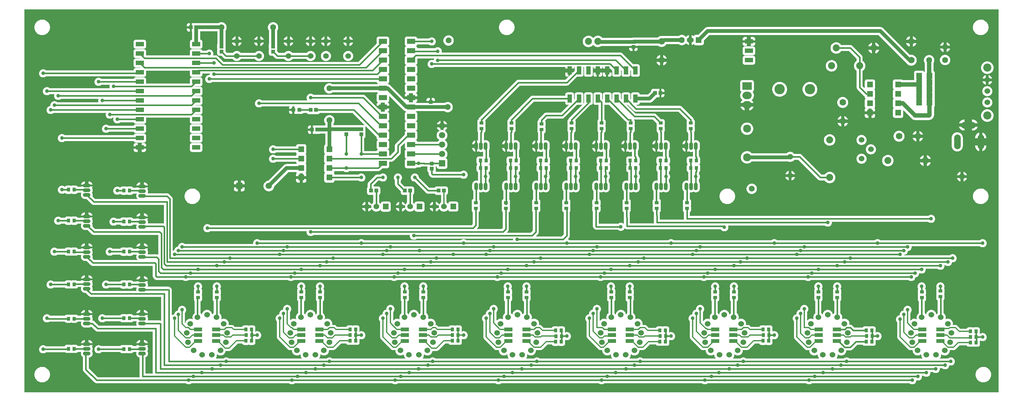
<source format=gtl>
G04 ---------------------------- Layer name :TOP LAYER*
G04 EasyEDA v5.7.26, Tue, 02 Oct 2018 14:10:42 GMT*
G04 d626412caae04d108c206bade24e6f6f*
G04 Gerber Generator version 0.2*
G04 Scale: 100 percent, Rotated: No, Reflected: No *
G04 Dimensions in millimeters *
G04 leading zeros omitted , absolute positions ,3 integer and 3 decimal *
%FSLAX33Y33*%
%MOMM*%
G90*
G71D02*

%ADD11C,0.399999*%
%ADD12C,0.299999*%
%ADD13C,0.999998*%
%ADD14C,1.199998*%
%ADD15C,1.599997*%
%ADD16R,1.099998X0.999998*%
%ADD17R,0.999998X1.099998*%
%ADD18R,1.600200X1.800860*%
%ADD19R,1.092200X0.990600*%
%ADD20R,0.914400X1.016000*%
%ADD21R,1.016000X0.914400*%
%ADD22R,2.199996X1.099998*%
%ADD23C,1.612900*%
%ADD24R,1.612900X1.612900*%
%ADD25C,1.879600*%
%ADD26R,1.699997X1.699997*%
%ADD27C,1.699997*%
%ADD28C,1.524000*%
%ADD29C,1.905000*%
%ADD30R,2.499995X1.999996*%
%ADD31C,2.159000*%
%ADD32C,1.778000*%
%ADD33C,2.800096*%
%ADD34R,1.524000X1.524000*%
%ADD35R,2.181860X1.211580*%
%ADD36C,2.199996*%
%ADD37R,1.600200X1.600200*%
%ADD38R,1.211580X2.181860*%
%ADD39R,2.199640X1.399540*%
%ADD40C,1.999996*%
%ADD41C,1.799996*%

%LPD*%
G36*
G01X263905Y254D02*
G01X254Y254D01*
G01X254Y103886D01*
G01X263905Y103886D01*
G01X263905Y254D01*
G37*

%LPC*%
G36*
G01X44568Y2460D02*
G01X44678Y2452D01*
G01X44788Y2455D01*
G01X44897Y2468D01*
G01X45004Y2493D01*
G01X45108Y2528D01*
G01X45208Y2573D01*
G01X45303Y2628D01*
G01X45393Y2692D01*
G01X45462Y2753D01*
G01X71890Y2753D01*
G01X71916Y2728D01*
G01X72002Y2659D01*
G01X72094Y2599D01*
G01X72192Y2549D01*
G01X72294Y2509D01*
G01X72400Y2479D01*
G01X72508Y2460D01*
G01X72618Y2452D01*
G01X72728Y2455D01*
G01X72837Y2468D01*
G01X72944Y2493D01*
G01X73048Y2528D01*
G01X73148Y2573D01*
G01X73243Y2628D01*
G01X73333Y2692D01*
G01X73402Y2753D01*
G01X99830Y2753D01*
G01X99856Y2728D01*
G01X99942Y2659D01*
G01X100034Y2599D01*
G01X100132Y2549D01*
G01X100234Y2509D01*
G01X100340Y2479D01*
G01X100448Y2460D01*
G01X100558Y2452D01*
G01X100668Y2455D01*
G01X100777Y2468D01*
G01X100884Y2493D01*
G01X100988Y2528D01*
G01X101088Y2573D01*
G01X101183Y2628D01*
G01X101273Y2692D01*
G01X101342Y2753D01*
G01X127770Y2753D01*
G01X127796Y2728D01*
G01X127882Y2659D01*
G01X127974Y2599D01*
G01X128072Y2549D01*
G01X128174Y2509D01*
G01X128280Y2479D01*
G01X128388Y2460D01*
G01X128498Y2452D01*
G01X128608Y2455D01*
G01X128717Y2468D01*
G01X128824Y2493D01*
G01X128928Y2528D01*
G01X129028Y2573D01*
G01X129123Y2628D01*
G01X129213Y2692D01*
G01X129282Y2753D01*
G01X155710Y2753D01*
G01X155736Y2728D01*
G01X155822Y2659D01*
G01X155914Y2599D01*
G01X156012Y2549D01*
G01X156114Y2509D01*
G01X156220Y2479D01*
G01X156328Y2460D01*
G01X156438Y2452D01*
G01X156548Y2455D01*
G01X156657Y2468D01*
G01X156764Y2493D01*
G01X156868Y2528D01*
G01X156968Y2573D01*
G01X157063Y2628D01*
G01X157153Y2692D01*
G01X157222Y2753D01*
G01X183649Y2753D01*
G01X183675Y2728D01*
G01X183761Y2659D01*
G01X183854Y2599D01*
G01X183952Y2549D01*
G01X184054Y2509D01*
G01X184160Y2479D01*
G01X184268Y2460D01*
G01X184378Y2452D01*
G01X184487Y2455D01*
G01X184596Y2468D01*
G01X184704Y2493D01*
G01X184808Y2528D01*
G01X184908Y2573D01*
G01X185003Y2628D01*
G01X185092Y2692D01*
G01X185161Y2753D01*
G01X211843Y2753D01*
G01X211869Y2728D01*
G01X211955Y2659D01*
G01X212048Y2599D01*
G01X212146Y2549D01*
G01X212248Y2509D01*
G01X212354Y2479D01*
G01X212462Y2460D01*
G01X212572Y2452D01*
G01X212681Y2455D01*
G01X212790Y2468D01*
G01X212898Y2493D01*
G01X213002Y2528D01*
G01X213102Y2573D01*
G01X213197Y2628D01*
G01X213286Y2692D01*
G01X213355Y2753D01*
G01X239783Y2753D01*
G01X239809Y2728D01*
G01X239895Y2659D01*
G01X239988Y2599D01*
G01X240086Y2549D01*
G01X240188Y2509D01*
G01X240294Y2479D01*
G01X240402Y2460D01*
G01X240512Y2452D01*
G01X240621Y2455D01*
G01X240730Y2468D01*
G01X240838Y2493D01*
G01X240942Y2528D01*
G01X241042Y2573D01*
G01X241137Y2628D01*
G01X241226Y2692D01*
G01X241309Y2765D01*
G01X241384Y2846D01*
G01X241450Y2933D01*
G01X241507Y3027D01*
G01X241555Y3126D01*
G01X241593Y3229D01*
G01X241620Y3336D01*
G01X241636Y3444D01*
G01X241641Y3553D01*
G01X241712Y3525D01*
G01X241818Y3495D01*
G01X241926Y3476D01*
G01X242036Y3468D01*
G01X242145Y3471D01*
G01X242254Y3484D01*
G01X242362Y3509D01*
G01X242466Y3544D01*
G01X242566Y3589D01*
G01X242661Y3644D01*
G01X242750Y3708D01*
G01X242833Y3781D01*
G01X242908Y3862D01*
G01X242974Y3949D01*
G01X243031Y4043D01*
G01X243079Y4142D01*
G01X243117Y4245D01*
G01X243144Y4352D01*
G01X243160Y4460D01*
G01X243166Y4570D01*
G01X243160Y4680D01*
G01X243144Y4785D01*
G01X243594Y4785D01*
G01X243620Y4759D01*
G01X243706Y4691D01*
G01X243798Y4631D01*
G01X243896Y4581D01*
G01X243998Y4541D01*
G01X244104Y4511D01*
G01X244212Y4492D01*
G01X244322Y4484D01*
G01X244432Y4487D01*
G01X244541Y4500D01*
G01X244648Y4525D01*
G01X244752Y4560D01*
G01X244853Y4605D01*
G01X244948Y4660D01*
G01X245037Y4724D01*
G01X245119Y4797D01*
G01X245194Y4877D01*
G01X245261Y4965D01*
G01X245318Y5059D01*
G01X245366Y5158D01*
G01X245403Y5261D01*
G01X245430Y5368D01*
G01X245447Y5476D01*
G01X245452Y5586D01*
G01X245447Y5696D01*
G01X245430Y5804D01*
G01X246130Y5804D01*
G01X246157Y5777D01*
G01X246243Y5709D01*
G01X246336Y5649D01*
G01X246434Y5599D01*
G01X246536Y5559D01*
G01X246642Y5529D01*
G01X246750Y5510D01*
G01X246860Y5502D01*
G01X246969Y5504D01*
G01X247078Y5518D01*
G01X247186Y5542D01*
G01X247290Y5577D01*
G01X247390Y5623D01*
G01X247485Y5678D01*
G01X247574Y5742D01*
G01X247657Y5814D01*
G01X247732Y5895D01*
G01X247798Y5983D01*
G01X247855Y6076D01*
G01X247903Y6175D01*
G01X247941Y6279D01*
G01X247968Y6385D01*
G01X247984Y6494D01*
G01X247990Y6604D01*
G01X247984Y6714D01*
G01X247968Y6817D01*
G01X248673Y6817D01*
G01X248699Y6792D01*
G01X248785Y6723D01*
G01X248878Y6663D01*
G01X248976Y6613D01*
G01X249078Y6573D01*
G01X249184Y6543D01*
G01X249292Y6524D01*
G01X249402Y6516D01*
G01X249511Y6519D01*
G01X249620Y6532D01*
G01X249728Y6557D01*
G01X249832Y6592D01*
G01X249932Y6637D01*
G01X250027Y6692D01*
G01X250116Y6756D01*
G01X250199Y6829D01*
G01X250274Y6910D01*
G01X250340Y6997D01*
G01X250397Y7091D01*
G01X250445Y7190D01*
G01X250483Y7293D01*
G01X250510Y7400D01*
G01X250526Y7508D01*
G01X250531Y7617D01*
G01X250602Y7589D01*
G01X250708Y7559D01*
G01X250816Y7540D01*
G01X250926Y7532D01*
G01X251035Y7535D01*
G01X251144Y7548D01*
G01X251252Y7573D01*
G01X251356Y7608D01*
G01X251456Y7653D01*
G01X251551Y7708D01*
G01X251640Y7772D01*
G01X251723Y7845D01*
G01X251798Y7926D01*
G01X251864Y8013D01*
G01X251921Y8107D01*
G01X251969Y8206D01*
G01X252007Y8309D01*
G01X252034Y8416D01*
G01X252050Y8524D01*
G01X252056Y8634D01*
G01X252050Y8744D01*
G01X252034Y8853D01*
G01X252007Y8959D01*
G01X251969Y9062D01*
G01X251921Y9162D01*
G01X251864Y9255D01*
G01X251798Y9343D01*
G01X251723Y9424D01*
G01X251640Y9496D01*
G01X251551Y9560D01*
G01X251456Y9615D01*
G01X251356Y9661D01*
G01X251252Y9696D01*
G01X251144Y9720D01*
G01X251035Y9734D01*
G01X250926Y9736D01*
G01X250816Y9728D01*
G01X250708Y9709D01*
G01X250602Y9679D01*
G01X250500Y9639D01*
G01X250402Y9589D01*
G01X250309Y9529D01*
G01X250223Y9461D01*
G01X250195Y9433D01*
G01X247958Y9433D01*
G01X248047Y9529D01*
G01X248129Y9637D01*
G01X248200Y9753D01*
G01X248259Y9876D01*
G01X248306Y10003D01*
G01X248339Y10135D01*
G01X248360Y10270D01*
G01X248366Y10406D01*
G01X248360Y10541D01*
G01X248339Y10676D01*
G01X248335Y10692D01*
G01X248428Y10602D01*
G01X248534Y10517D01*
G01X248649Y10443D01*
G01X248770Y10381D01*
G01X248896Y10331D01*
G01X249027Y10295D01*
G01X249161Y10271D01*
G01X249297Y10261D01*
G01X249433Y10264D01*
G01X249568Y10281D01*
G01X249701Y10311D01*
G01X249830Y10355D01*
G01X249954Y10411D01*
G01X250071Y10479D01*
G01X250182Y10558D01*
G01X250284Y10648D01*
G01X250376Y10748D01*
G01X250458Y10856D01*
G01X250529Y10972D01*
G01X250588Y11095D01*
G01X250635Y11223D01*
G01X250668Y11354D01*
G01X250689Y11489D01*
G01X250696Y11625D01*
G01X250692Y11695D01*
G01X251719Y11695D01*
G01X251737Y11696D01*
G01X251755Y11696D01*
G01X251774Y11698D01*
G01X251792Y11699D01*
G01X251810Y11701D01*
G01X251829Y11704D01*
G01X251847Y11707D01*
G01X251865Y11710D01*
G01X251883Y11714D01*
G01X251901Y11718D01*
G01X251919Y11723D01*
G01X251936Y11728D01*
G01X251954Y11733D01*
G01X251971Y11739D01*
G01X251989Y11746D01*
G01X252006Y11753D01*
G01X252023Y11760D01*
G01X252039Y11767D01*
G01X252056Y11776D01*
G01X252072Y11784D01*
G01X252088Y11793D01*
G01X252104Y11802D01*
G01X252120Y11812D01*
G01X252135Y11822D01*
G01X252150Y11832D01*
G01X252165Y11843D01*
G01X252180Y11854D01*
G01X252194Y11866D01*
G01X252208Y11878D01*
G01X252222Y11890D01*
G01X252236Y11902D01*
G01X252249Y11915D01*
G01X253296Y12963D01*
G01X255278Y12961D01*
G01X255279Y12960D01*
G01X255286Y12945D01*
G01X255293Y12931D01*
G01X255300Y12917D01*
G01X255308Y12903D01*
G01X255317Y12889D01*
G01X255325Y12876D01*
G01X255334Y12863D01*
G01X255344Y12850D01*
G01X255353Y12837D01*
G01X255363Y12825D01*
G01X255374Y12813D01*
G01X255384Y12801D01*
G01X255395Y12789D01*
G01X255407Y12778D01*
G01X255418Y12767D01*
G01X255430Y12756D01*
G01X255442Y12746D01*
G01X255455Y12736D01*
G01X255467Y12726D01*
G01X255480Y12717D01*
G01X255494Y12708D01*
G01X255507Y12699D01*
G01X255521Y12691D01*
G01X255535Y12683D01*
G01X255549Y12675D01*
G01X255563Y12668D01*
G01X255577Y12661D01*
G01X255592Y12655D01*
G01X255607Y12649D01*
G01X255622Y12643D01*
G01X255637Y12638D01*
G01X255652Y12633D01*
G01X255667Y12629D01*
G01X255683Y12625D01*
G01X255698Y12621D01*
G01X255714Y12618D01*
G01X255730Y12615D01*
G01X255746Y12613D01*
G01X255761Y12611D01*
G01X255777Y12610D01*
G01X255793Y12609D01*
G01X255809Y12608D01*
G01X255825Y12608D01*
G01X256740Y12608D01*
G01X256756Y12608D01*
G01X256772Y12609D01*
G01X256788Y12610D01*
G01X256803Y12611D01*
G01X256819Y12613D01*
G01X256835Y12615D01*
G01X256851Y12618D01*
G01X256866Y12621D01*
G01X256882Y12625D01*
G01X256898Y12629D01*
G01X256913Y12633D01*
G01X256928Y12638D01*
G01X256943Y12643D01*
G01X256958Y12649D01*
G01X256973Y12655D01*
G01X256988Y12661D01*
G01X257002Y12668D01*
G01X257016Y12675D01*
G01X257030Y12683D01*
G01X257044Y12691D01*
G01X257047Y12692D01*
G01X257050Y12691D01*
G01X257064Y12683D01*
G01X257078Y12675D01*
G01X257092Y12668D01*
G01X257106Y12661D01*
G01X257121Y12655D01*
G01X257136Y12649D01*
G01X257151Y12643D01*
G01X257166Y12638D01*
G01X257181Y12633D01*
G01X257196Y12629D01*
G01X257212Y12625D01*
G01X257228Y12621D01*
G01X257243Y12618D01*
G01X257259Y12615D01*
G01X257275Y12613D01*
G01X257291Y12611D01*
G01X257306Y12610D01*
G01X257322Y12609D01*
G01X257338Y12608D01*
G01X257354Y12608D01*
G01X258269Y12608D01*
G01X258285Y12608D01*
G01X258301Y12609D01*
G01X258317Y12610D01*
G01X258333Y12611D01*
G01X258348Y12613D01*
G01X258364Y12615D01*
G01X258380Y12618D01*
G01X258396Y12621D01*
G01X258411Y12625D01*
G01X258427Y12629D01*
G01X258442Y12633D01*
G01X258457Y12638D01*
G01X258472Y12643D01*
G01X258487Y12649D01*
G01X258502Y12655D01*
G01X258517Y12661D01*
G01X258531Y12668D01*
G01X258545Y12675D01*
G01X258559Y12683D01*
G01X258573Y12691D01*
G01X258587Y12699D01*
G01X258600Y12708D01*
G01X258614Y12717D01*
G01X258627Y12726D01*
G01X258639Y12736D01*
G01X258652Y12746D01*
G01X258664Y12756D01*
G01X258676Y12767D01*
G01X258687Y12778D01*
G01X258699Y12789D01*
G01X258710Y12801D01*
G01X258720Y12813D01*
G01X258731Y12825D01*
G01X258741Y12837D01*
G01X258750Y12850D01*
G01X258760Y12863D01*
G01X258769Y12876D01*
G01X258777Y12889D01*
G01X258786Y12903D01*
G01X258794Y12917D01*
G01X258801Y12931D01*
G01X258808Y12945D01*
G01X258815Y12960D01*
G01X258822Y12974D01*
G01X258828Y12989D01*
G01X258833Y13004D01*
G01X258838Y13019D01*
G01X258843Y13034D01*
G01X258848Y13050D01*
G01X258852Y13065D01*
G01X258855Y13081D01*
G01X258858Y13097D01*
G01X258861Y13112D01*
G01X258863Y13128D01*
G01X258865Y13144D01*
G01X258867Y13160D01*
G01X258868Y13176D01*
G01X258869Y13192D01*
G01X258869Y13208D01*
G01X258869Y14224D01*
G01X258869Y14240D01*
G01X258868Y14256D01*
G01X258867Y14272D01*
G01X258865Y14287D01*
G01X258863Y14303D01*
G01X258861Y14319D01*
G01X258858Y14335D01*
G01X258855Y14351D01*
G01X258852Y14366D01*
G01X258848Y14382D01*
G01X258843Y14397D01*
G01X258838Y14412D01*
G01X258833Y14427D01*
G01X258829Y14437D01*
G01X258833Y14437D01*
G01X258859Y14412D01*
G01X258945Y14343D01*
G01X259038Y14283D01*
G01X259136Y14233D01*
G01X259238Y14193D01*
G01X259344Y14163D01*
G01X259452Y14144D01*
G01X259562Y14136D01*
G01X259671Y14139D01*
G01X259780Y14152D01*
G01X259888Y14177D01*
G01X259992Y14212D01*
G01X260092Y14257D01*
G01X260187Y14312D01*
G01X260276Y14376D01*
G01X260359Y14449D01*
G01X260434Y14530D01*
G01X260500Y14617D01*
G01X260557Y14711D01*
G01X260605Y14810D01*
G01X260643Y14913D01*
G01X260670Y15020D01*
G01X260686Y15128D01*
G01X260692Y15238D01*
G01X260686Y15348D01*
G01X260670Y15457D01*
G01X260643Y15563D01*
G01X260605Y15666D01*
G01X260557Y15766D01*
G01X260500Y15859D01*
G01X260434Y15947D01*
G01X260359Y16028D01*
G01X260276Y16100D01*
G01X260187Y16164D01*
G01X260092Y16219D01*
G01X259992Y16265D01*
G01X259888Y16300D01*
G01X259780Y16324D01*
G01X259671Y16338D01*
G01X259562Y16340D01*
G01X259452Y16332D01*
G01X259344Y16313D01*
G01X259238Y16283D01*
G01X259136Y16243D01*
G01X259038Y16193D01*
G01X258945Y16133D01*
G01X258859Y16065D01*
G01X258831Y16037D01*
G01X258827Y16037D01*
G01X258828Y16037D01*
G01X258833Y16052D01*
G01X258838Y16067D01*
G01X258843Y16082D01*
G01X258848Y16098D01*
G01X258852Y16113D01*
G01X258855Y16129D01*
G01X258858Y16145D01*
G01X258861Y16160D01*
G01X258863Y16176D01*
G01X258865Y16192D01*
G01X258867Y16208D01*
G01X258868Y16224D01*
G01X258869Y16240D01*
G01X258869Y16256D01*
G01X258869Y17272D01*
G01X258869Y17288D01*
G01X258868Y17304D01*
G01X258867Y17320D01*
G01X258865Y17335D01*
G01X258863Y17351D01*
G01X258861Y17367D01*
G01X258858Y17383D01*
G01X258855Y17399D01*
G01X258852Y17414D01*
G01X258848Y17430D01*
G01X258843Y17445D01*
G01X258838Y17460D01*
G01X258833Y17475D01*
G01X258828Y17490D01*
G01X258822Y17505D01*
G01X258815Y17520D01*
G01X258808Y17534D01*
G01X258801Y17548D01*
G01X258794Y17562D01*
G01X258786Y17576D01*
G01X258777Y17590D01*
G01X258769Y17603D01*
G01X258760Y17617D01*
G01X258750Y17629D01*
G01X258741Y17642D01*
G01X258731Y17655D01*
G01X258720Y17667D01*
G01X258710Y17679D01*
G01X258699Y17690D01*
G01X258687Y17702D01*
G01X258676Y17713D01*
G01X258664Y17723D01*
G01X258652Y17734D01*
G01X258639Y17744D01*
G01X258627Y17753D01*
G01X258614Y17763D01*
G01X258600Y17772D01*
G01X258587Y17780D01*
G01X258573Y17789D01*
G01X258559Y17797D01*
G01X258545Y17804D01*
G01X258531Y17811D01*
G01X258517Y17818D01*
G01X258502Y17824D01*
G01X258487Y17830D01*
G01X258472Y17836D01*
G01X258457Y17841D01*
G01X258442Y17846D01*
G01X258427Y17851D01*
G01X258411Y17855D01*
G01X258396Y17858D01*
G01X258380Y17861D01*
G01X258364Y17864D01*
G01X258348Y17866D01*
G01X258333Y17868D01*
G01X258317Y17870D01*
G01X258301Y17871D01*
G01X258285Y17871D01*
G01X258269Y17872D01*
G01X257354Y17872D01*
G01X257338Y17871D01*
G01X257322Y17871D01*
G01X257306Y17870D01*
G01X257291Y17868D01*
G01X257275Y17866D01*
G01X257259Y17864D01*
G01X257243Y17861D01*
G01X257228Y17858D01*
G01X257212Y17855D01*
G01X257196Y17851D01*
G01X257181Y17846D01*
G01X257166Y17841D01*
G01X257151Y17836D01*
G01X257136Y17830D01*
G01X257121Y17824D01*
G01X257106Y17818D01*
G01X257092Y17811D01*
G01X257078Y17804D01*
G01X257064Y17797D01*
G01X257050Y17789D01*
G01X257047Y17787D01*
G01X257044Y17789D01*
G01X257030Y17797D01*
G01X257016Y17804D01*
G01X257002Y17811D01*
G01X256988Y17818D01*
G01X256973Y17824D01*
G01X256958Y17830D01*
G01X256943Y17836D01*
G01X256928Y17841D01*
G01X256913Y17846D01*
G01X256898Y17851D01*
G01X256882Y17855D01*
G01X256866Y17858D01*
G01X256851Y17861D01*
G01X256835Y17864D01*
G01X256819Y17866D01*
G01X256803Y17868D01*
G01X256788Y17870D01*
G01X256772Y17871D01*
G01X256756Y17871D01*
G01X256740Y17872D01*
G01X255825Y17872D01*
G01X255809Y17871D01*
G01X255793Y17871D01*
G01X255777Y17870D01*
G01X255761Y17868D01*
G01X255746Y17866D01*
G01X255730Y17864D01*
G01X255714Y17861D01*
G01X255698Y17858D01*
G01X255683Y17855D01*
G01X255667Y17851D01*
G01X255652Y17846D01*
G01X255637Y17841D01*
G01X255622Y17836D01*
G01X255607Y17830D01*
G01X255592Y17824D01*
G01X255577Y17818D01*
G01X255563Y17811D01*
G01X255549Y17804D01*
G01X255535Y17797D01*
G01X255521Y17789D01*
G01X255507Y17780D01*
G01X255494Y17772D01*
G01X255480Y17763D01*
G01X255467Y17753D01*
G01X255455Y17744D01*
G01X255442Y17734D01*
G01X255430Y17723D01*
G01X255418Y17713D01*
G01X255407Y17702D01*
G01X255395Y17690D01*
G01X255384Y17679D01*
G01X255374Y17667D01*
G01X255363Y17655D01*
G01X255353Y17642D01*
G01X255344Y17629D01*
G01X255334Y17617D01*
G01X255325Y17603D01*
G01X255317Y17590D01*
G01X255308Y17576D01*
G01X255300Y17562D01*
G01X255293Y17548D01*
G01X255286Y17534D01*
G01X255279Y17520D01*
G01X255274Y17508D01*
G01X253551Y17508D01*
G01X252755Y18307D01*
G01X252742Y18320D01*
G01X252728Y18332D01*
G01X252715Y18344D01*
G01X252700Y18356D01*
G01X252686Y18368D01*
G01X252671Y18379D01*
G01X252657Y18390D01*
G01X252641Y18400D01*
G01X252626Y18410D01*
G01X252610Y18420D01*
G01X252594Y18429D01*
G01X252578Y18438D01*
G01X252562Y18447D01*
G01X252545Y18455D01*
G01X252528Y18462D01*
G01X252511Y18470D01*
G01X252494Y18477D01*
G01X252477Y18483D01*
G01X252460Y18489D01*
G01X252442Y18495D01*
G01X252424Y18500D01*
G01X252407Y18504D01*
G01X252389Y18509D01*
G01X252371Y18513D01*
G01X252352Y18516D01*
G01X252334Y18519D01*
G01X252316Y18521D01*
G01X252298Y18523D01*
G01X252279Y18525D01*
G01X252261Y18526D01*
G01X252242Y18527D01*
G01X252224Y18527D01*
G01X251530Y18527D01*
G01X251547Y18593D01*
G01X251568Y18728D01*
G01X251574Y18864D01*
G01X251568Y19000D01*
G01X251547Y19134D01*
G01X251514Y19266D01*
G01X251467Y19394D01*
G01X251408Y19516D01*
G01X251337Y19633D01*
G01X251255Y19741D01*
G01X251163Y19841D01*
G01X251061Y19931D01*
G01X250950Y20010D01*
G01X250832Y20078D01*
G01X250708Y20134D01*
G01X250579Y20177D01*
G01X250447Y20208D01*
G01X250312Y20225D01*
G01X250176Y20228D01*
G01X250040Y20218D01*
G01X249906Y20194D01*
G01X249775Y20157D01*
G01X249649Y20108D01*
G01X249528Y20046D01*
G01X249459Y20001D01*
G01X249499Y20084D01*
G01X249545Y20212D01*
G01X249579Y20344D01*
G01X249599Y20478D01*
G01X249606Y20614D01*
G01X249599Y20750D01*
G01X249579Y20884D01*
G01X249545Y21016D01*
G01X249499Y21144D01*
G01X249440Y21266D01*
G01X249369Y21383D01*
G01X249287Y21491D01*
G01X249194Y21591D01*
G01X249092Y21681D01*
G01X249041Y21717D01*
G01X249041Y25227D01*
G01X249051Y25235D01*
G01X249063Y25245D01*
G01X249075Y25256D01*
G01X249087Y25267D01*
G01X249098Y25278D01*
G01X249109Y25290D01*
G01X249120Y25302D01*
G01X249130Y25314D01*
G01X249140Y25326D01*
G01X249150Y25339D01*
G01X249159Y25352D01*
G01X249168Y25365D01*
G01X249177Y25378D01*
G01X249185Y25392D01*
G01X249193Y25406D01*
G01X249200Y25420D01*
G01X249208Y25434D01*
G01X249214Y25449D01*
G01X249221Y25463D01*
G01X249227Y25478D01*
G01X249232Y25493D01*
G01X249238Y25508D01*
G01X249242Y25523D01*
G01X249247Y25539D01*
G01X249251Y25554D01*
G01X249254Y25570D01*
G01X249258Y25586D01*
G01X249260Y25601D01*
G01X249263Y25617D01*
G01X249265Y25633D01*
G01X249266Y25649D01*
G01X249267Y25665D01*
G01X249268Y25681D01*
G01X249268Y25697D01*
G01X249268Y26611D01*
G01X249268Y26627D01*
G01X249267Y26643D01*
G01X249266Y26659D01*
G01X249265Y26675D01*
G01X249263Y26691D01*
G01X249260Y26707D01*
G01X249258Y26722D01*
G01X249254Y26738D01*
G01X249251Y26753D01*
G01X249247Y26769D01*
G01X249242Y26784D01*
G01X249238Y26800D01*
G01X249232Y26815D01*
G01X249227Y26830D01*
G01X249221Y26844D01*
G01X249214Y26859D01*
G01X249208Y26873D01*
G01X249200Y26888D01*
G01X249193Y26902D01*
G01X249185Y26916D01*
G01X249183Y26918D01*
G01X249185Y26921D01*
G01X249193Y26935D01*
G01X249200Y26949D01*
G01X249208Y26963D01*
G01X249214Y26978D01*
G01X249221Y26992D01*
G01X249227Y27007D01*
G01X249232Y27022D01*
G01X249238Y27037D01*
G01X249242Y27053D01*
G01X249247Y27068D01*
G01X249251Y27083D01*
G01X249254Y27099D01*
G01X249258Y27115D01*
G01X249260Y27130D01*
G01X249263Y27146D01*
G01X249265Y27162D01*
G01X249266Y27178D01*
G01X249267Y27194D01*
G01X249268Y27210D01*
G01X249268Y27226D01*
G01X249268Y28140D01*
G01X249268Y28156D01*
G01X249267Y28172D01*
G01X249266Y28188D01*
G01X249265Y28204D01*
G01X249263Y28220D01*
G01X249260Y28236D01*
G01X249258Y28251D01*
G01X249254Y28267D01*
G01X249251Y28283D01*
G01X249247Y28298D01*
G01X249242Y28313D01*
G01X249238Y28329D01*
G01X249232Y28344D01*
G01X249227Y28359D01*
G01X249221Y28373D01*
G01X249214Y28388D01*
G01X249208Y28403D01*
G01X249200Y28417D01*
G01X249193Y28431D01*
G01X249185Y28445D01*
G01X249177Y28458D01*
G01X249168Y28472D01*
G01X249159Y28485D01*
G01X249157Y28488D01*
G01X249175Y28526D01*
G01X249213Y28629D01*
G01X249240Y28736D01*
G01X249256Y28844D01*
G01X249262Y28954D01*
G01X249256Y29064D01*
G01X249240Y29173D01*
G01X249213Y29279D01*
G01X249175Y29382D01*
G01X249127Y29482D01*
G01X249070Y29575D01*
G01X249004Y29663D01*
G01X248929Y29744D01*
G01X248846Y29816D01*
G01X248757Y29880D01*
G01X248662Y29935D01*
G01X248562Y29981D01*
G01X248458Y30016D01*
G01X248350Y30040D01*
G01X248241Y30054D01*
G01X248132Y30056D01*
G01X248022Y30048D01*
G01X247914Y30029D01*
G01X247808Y29999D01*
G01X247706Y29959D01*
G01X247608Y29909D01*
G01X247515Y29849D01*
G01X247429Y29781D01*
G01X247351Y29704D01*
G01X247280Y29620D01*
G01X247218Y29529D01*
G01X247166Y29433D01*
G01X247123Y29331D01*
G01X247091Y29226D01*
G01X247069Y29119D01*
G01X247058Y29009D01*
G01X247058Y28899D01*
G01X247069Y28790D01*
G01X247091Y28682D01*
G01X247123Y28577D01*
G01X247162Y28486D01*
G01X247161Y28485D01*
G01X247152Y28472D01*
G01X247143Y28458D01*
G01X247135Y28445D01*
G01X247127Y28431D01*
G01X247120Y28417D01*
G01X247112Y28403D01*
G01X247106Y28388D01*
G01X247099Y28373D01*
G01X247093Y28359D01*
G01X247088Y28344D01*
G01X247082Y28329D01*
G01X247078Y28313D01*
G01X247073Y28298D01*
G01X247069Y28283D01*
G01X247066Y28267D01*
G01X247062Y28251D01*
G01X247060Y28236D01*
G01X247057Y28220D01*
G01X247055Y28204D01*
G01X247054Y28188D01*
G01X247053Y28172D01*
G01X247052Y28156D01*
G01X247052Y28140D01*
G01X247052Y27226D01*
G01X247052Y27210D01*
G01X247053Y27194D01*
G01X247054Y27178D01*
G01X247055Y27162D01*
G01X247057Y27146D01*
G01X247060Y27130D01*
G01X247062Y27115D01*
G01X247066Y27099D01*
G01X247069Y27083D01*
G01X247073Y27068D01*
G01X247078Y27053D01*
G01X247082Y27037D01*
G01X247088Y27022D01*
G01X247093Y27007D01*
G01X247099Y26992D01*
G01X247106Y26978D01*
G01X247112Y26963D01*
G01X247120Y26949D01*
G01X247127Y26935D01*
G01X247135Y26921D01*
G01X247137Y26918D01*
G01X247135Y26916D01*
G01X247127Y26902D01*
G01X247120Y26888D01*
G01X247112Y26873D01*
G01X247106Y26859D01*
G01X247099Y26844D01*
G01X247093Y26830D01*
G01X247088Y26815D01*
G01X247082Y26800D01*
G01X247078Y26784D01*
G01X247073Y26769D01*
G01X247069Y26753D01*
G01X247066Y26738D01*
G01X247062Y26722D01*
G01X247060Y26707D01*
G01X247057Y26691D01*
G01X247055Y26675D01*
G01X247054Y26659D01*
G01X247053Y26643D01*
G01X247052Y26627D01*
G01X247052Y26611D01*
G01X247052Y25697D01*
G01X247052Y25681D01*
G01X247053Y25665D01*
G01X247054Y25649D01*
G01X247055Y25633D01*
G01X247057Y25617D01*
G01X247060Y25601D01*
G01X247062Y25586D01*
G01X247066Y25570D01*
G01X247069Y25554D01*
G01X247073Y25539D01*
G01X247078Y25523D01*
G01X247082Y25508D01*
G01X247088Y25493D01*
G01X247093Y25478D01*
G01X247099Y25463D01*
G01X247106Y25449D01*
G01X247112Y25434D01*
G01X247120Y25420D01*
G01X247127Y25406D01*
G01X247135Y25392D01*
G01X247143Y25378D01*
G01X247152Y25365D01*
G01X247161Y25352D01*
G01X247170Y25339D01*
G01X247180Y25326D01*
G01X247190Y25314D01*
G01X247201Y25302D01*
G01X247211Y25290D01*
G01X247222Y25278D01*
G01X247233Y25267D01*
G01X247245Y25256D01*
G01X247257Y25245D01*
G01X247269Y25235D01*
G01X247282Y25225D01*
G01X247294Y25215D01*
G01X247307Y25206D01*
G01X247320Y25197D01*
G01X247334Y25188D01*
G01X247347Y25180D01*
G01X247361Y25172D01*
G01X247375Y25164D01*
G01X247390Y25157D01*
G01X247404Y25150D01*
G01X247419Y25144D01*
G01X247434Y25138D01*
G01X247441Y25135D01*
G01X247441Y21719D01*
G01X247338Y21637D01*
G01X247241Y21542D01*
G01X247154Y21438D01*
G01X247077Y21325D01*
G01X247044Y21266D01*
G01X247039Y21380D01*
G01X247018Y21514D01*
G01X246985Y21646D01*
G01X246938Y21774D01*
G01X246879Y21896D01*
G01X246808Y22012D01*
G01X246726Y22121D01*
G01X246634Y22221D01*
G01X246532Y22311D01*
G01X246421Y22390D01*
G01X246304Y22458D01*
G01X246180Y22514D01*
G01X246051Y22557D01*
G01X245918Y22588D01*
G01X245783Y22605D01*
G01X245647Y22608D01*
G01X245511Y22598D01*
G01X245377Y22574D01*
G01X245246Y22537D01*
G01X245120Y22488D01*
G01X244999Y22426D01*
G01X244884Y22352D01*
G01X244778Y22267D01*
G01X244681Y22172D01*
G01X244593Y22068D01*
G01X244517Y21955D01*
G01X244452Y21836D01*
G01X244399Y21711D01*
G01X244359Y21581D01*
G01X244332Y21447D01*
G01X244318Y21312D01*
G01X244318Y21268D01*
G01X244248Y21383D01*
G01X244166Y21491D01*
G01X244073Y21591D01*
G01X243971Y21681D01*
G01X243921Y21717D01*
G01X243921Y24908D01*
G01X243926Y24910D01*
G01X243940Y24918D01*
G01X243954Y24926D01*
G01X243967Y24934D01*
G01X243981Y24943D01*
G01X243994Y24952D01*
G01X244007Y24961D01*
G01X244020Y24971D01*
G01X244032Y24981D01*
G01X244044Y24991D01*
G01X244056Y25002D01*
G01X244068Y25013D01*
G01X244079Y25024D01*
G01X244090Y25036D01*
G01X244101Y25048D01*
G01X244111Y25060D01*
G01X244121Y25072D01*
G01X244131Y25085D01*
G01X244140Y25098D01*
G01X244149Y25111D01*
G01X244158Y25124D01*
G01X244166Y25138D01*
G01X244174Y25152D01*
G01X244181Y25166D01*
G01X244189Y25180D01*
G01X244195Y25195D01*
G01X244202Y25209D01*
G01X244208Y25224D01*
G01X244213Y25239D01*
G01X244219Y25254D01*
G01X244223Y25269D01*
G01X244228Y25285D01*
G01X244232Y25300D01*
G01X244235Y25316D01*
G01X244239Y25332D01*
G01X244241Y25347D01*
G01X244244Y25363D01*
G01X244246Y25379D01*
G01X244247Y25395D01*
G01X244248Y25411D01*
G01X244249Y25427D01*
G01X244249Y25443D01*
G01X244249Y26357D01*
G01X244249Y26373D01*
G01X244248Y26389D01*
G01X244247Y26405D01*
G01X244246Y26421D01*
G01X244244Y26437D01*
G01X244241Y26453D01*
G01X244239Y26468D01*
G01X244235Y26484D01*
G01X244232Y26499D01*
G01X244228Y26515D01*
G01X244223Y26530D01*
G01X244219Y26546D01*
G01X244213Y26561D01*
G01X244208Y26576D01*
G01X244202Y26590D01*
G01X244195Y26605D01*
G01X244189Y26619D01*
G01X244181Y26634D01*
G01X244174Y26648D01*
G01X244166Y26662D01*
G01X244164Y26664D01*
G01X244166Y26667D01*
G01X244174Y26681D01*
G01X244181Y26695D01*
G01X244189Y26709D01*
G01X244195Y26724D01*
G01X244202Y26738D01*
G01X244208Y26753D01*
G01X244213Y26768D01*
G01X244219Y26783D01*
G01X244223Y26799D01*
G01X244228Y26814D01*
G01X244232Y26829D01*
G01X244235Y26845D01*
G01X244239Y26861D01*
G01X244241Y26876D01*
G01X244244Y26892D01*
G01X244246Y26908D01*
G01X244247Y26924D01*
G01X244248Y26940D01*
G01X244249Y26956D01*
G01X244249Y26972D01*
G01X244249Y27886D01*
G01X244249Y27902D01*
G01X244248Y27918D01*
G01X244247Y27934D01*
G01X244246Y27950D01*
G01X244244Y27966D01*
G01X244241Y27982D01*
G01X244239Y27997D01*
G01X244235Y28013D01*
G01X244232Y28029D01*
G01X244228Y28044D01*
G01X244223Y28059D01*
G01X244219Y28075D01*
G01X244213Y28090D01*
G01X244208Y28105D01*
G01X244202Y28119D01*
G01X244195Y28134D01*
G01X244189Y28149D01*
G01X244181Y28163D01*
G01X244174Y28177D01*
G01X244166Y28191D01*
G01X244158Y28204D01*
G01X244149Y28218D01*
G01X244140Y28231D01*
G01X244131Y28244D01*
G01X244121Y28257D01*
G01X244111Y28269D01*
G01X244101Y28281D01*
G01X244090Y28293D01*
G01X244079Y28305D01*
G01X244068Y28316D01*
G01X244056Y28327D01*
G01X244044Y28338D01*
G01X244032Y28348D01*
G01X244020Y28358D01*
G01X244011Y28364D01*
G01X244049Y28427D01*
G01X244097Y28526D01*
G01X244135Y28629D01*
G01X244162Y28736D01*
G01X244178Y28844D01*
G01X244184Y28954D01*
G01X244178Y29064D01*
G01X244162Y29173D01*
G01X244135Y29279D01*
G01X244097Y29382D01*
G01X244049Y29482D01*
G01X243992Y29575D01*
G01X243926Y29663D01*
G01X243851Y29744D01*
G01X243768Y29816D01*
G01X243679Y29880D01*
G01X243584Y29935D01*
G01X243484Y29981D01*
G01X243380Y30016D01*
G01X243273Y30040D01*
G01X243163Y30054D01*
G01X243054Y30056D01*
G01X242944Y30048D01*
G01X242836Y30029D01*
G01X242730Y29999D01*
G01X242628Y29959D01*
G01X242530Y29909D01*
G01X242437Y29849D01*
G01X242352Y29781D01*
G01X242273Y29704D01*
G01X242202Y29620D01*
G01X242140Y29529D01*
G01X242088Y29433D01*
G01X242045Y29331D01*
G01X242013Y29226D01*
G01X241991Y29119D01*
G01X241980Y29009D01*
G01X241980Y28899D01*
G01X241991Y28790D01*
G01X242013Y28682D01*
G01X242045Y28577D01*
G01X242088Y28476D01*
G01X242140Y28379D01*
G01X242196Y28297D01*
G01X242192Y28293D01*
G01X242181Y28281D01*
G01X242171Y28269D01*
G01X242161Y28257D01*
G01X242151Y28244D01*
G01X242142Y28231D01*
G01X242133Y28218D01*
G01X242124Y28204D01*
G01X242116Y28191D01*
G01X242108Y28177D01*
G01X242101Y28163D01*
G01X242093Y28149D01*
G01X242087Y28134D01*
G01X242080Y28119D01*
G01X242074Y28105D01*
G01X242069Y28090D01*
G01X242063Y28075D01*
G01X242059Y28059D01*
G01X242054Y28044D01*
G01X242050Y28029D01*
G01X242047Y28013D01*
G01X242043Y27997D01*
G01X242041Y27982D01*
G01X242038Y27966D01*
G01X242036Y27950D01*
G01X242035Y27934D01*
G01X242034Y27918D01*
G01X242033Y27902D01*
G01X242033Y27886D01*
G01X242033Y26972D01*
G01X242033Y26956D01*
G01X242034Y26940D01*
G01X242035Y26924D01*
G01X242036Y26908D01*
G01X242038Y26892D01*
G01X242041Y26876D01*
G01X242043Y26861D01*
G01X242047Y26845D01*
G01X242050Y26829D01*
G01X242054Y26814D01*
G01X242059Y26799D01*
G01X242063Y26783D01*
G01X242069Y26768D01*
G01X242074Y26753D01*
G01X242080Y26738D01*
G01X242087Y26724D01*
G01X242093Y26709D01*
G01X242101Y26695D01*
G01X242108Y26681D01*
G01X242116Y26667D01*
G01X242118Y26664D01*
G01X242116Y26662D01*
G01X242108Y26648D01*
G01X242101Y26634D01*
G01X242093Y26619D01*
G01X242087Y26605D01*
G01X242080Y26590D01*
G01X242074Y26576D01*
G01X242069Y26561D01*
G01X242063Y26546D01*
G01X242059Y26530D01*
G01X242054Y26515D01*
G01X242050Y26499D01*
G01X242047Y26484D01*
G01X242043Y26468D01*
G01X242041Y26453D01*
G01X242038Y26437D01*
G01X242036Y26421D01*
G01X242035Y26405D01*
G01X242034Y26389D01*
G01X242033Y26373D01*
G01X242033Y26357D01*
G01X242033Y25443D01*
G01X242033Y25427D01*
G01X242034Y25411D01*
G01X242035Y25395D01*
G01X242036Y25379D01*
G01X242038Y25363D01*
G01X242041Y25347D01*
G01X242043Y25332D01*
G01X242047Y25316D01*
G01X242050Y25300D01*
G01X242054Y25285D01*
G01X242059Y25269D01*
G01X242063Y25254D01*
G01X242069Y25239D01*
G01X242074Y25224D01*
G01X242080Y25209D01*
G01X242087Y25195D01*
G01X242093Y25180D01*
G01X242101Y25166D01*
G01X242108Y25152D01*
G01X242116Y25138D01*
G01X242124Y25124D01*
G01X242133Y25111D01*
G01X242142Y25098D01*
G01X242151Y25085D01*
G01X242161Y25072D01*
G01X242171Y25060D01*
G01X242181Y25048D01*
G01X242192Y25036D01*
G01X242203Y25024D01*
G01X242214Y25013D01*
G01X242226Y25002D01*
G01X242238Y24991D01*
G01X242250Y24981D01*
G01X242262Y24971D01*
G01X242275Y24961D01*
G01X242288Y24952D01*
G01X242301Y24943D01*
G01X242315Y24934D01*
G01X242321Y24930D01*
G01X242321Y21719D01*
G01X242218Y21637D01*
G01X242120Y21542D01*
G01X242033Y21438D01*
G01X241956Y21325D01*
G01X241891Y21206D01*
G01X241838Y21081D01*
G01X241798Y20951D01*
G01X241771Y20817D01*
G01X241758Y20682D01*
G01X241758Y20546D01*
G01X241771Y20411D01*
G01X241798Y20277D01*
G01X241838Y20147D01*
G01X241891Y20022D01*
G01X241901Y20004D01*
G01X241893Y20010D01*
G01X241775Y20078D01*
G01X241651Y20134D01*
G01X241522Y20177D01*
G01X241389Y20208D01*
G01X241254Y20225D01*
G01X241118Y20228D01*
G01X240983Y20218D01*
G01X240849Y20194D01*
G01X240718Y20157D01*
G01X240591Y20108D01*
G01X240470Y20046D01*
G01X240356Y19972D01*
G01X240249Y19887D01*
G01X240152Y19792D01*
G01X240064Y19688D01*
G01X240018Y19619D01*
G01X240018Y21796D01*
G01X240039Y21815D01*
G01X240114Y21896D01*
G01X240180Y21983D01*
G01X240237Y22077D01*
G01X240285Y22176D01*
G01X240323Y22279D01*
G01X240350Y22386D01*
G01X240366Y22494D01*
G01X240372Y22604D01*
G01X240366Y22714D01*
G01X240350Y22823D01*
G01X240323Y22929D01*
G01X240285Y23032D01*
G01X240237Y23132D01*
G01X240180Y23225D01*
G01X240114Y23313D01*
G01X240039Y23394D01*
G01X239956Y23466D01*
G01X239867Y23530D01*
G01X239772Y23585D01*
G01X239672Y23631D01*
G01X239568Y23666D01*
G01X239460Y23690D01*
G01X239351Y23704D01*
G01X239242Y23706D01*
G01X239132Y23698D01*
G01X239024Y23679D01*
G01X238918Y23649D01*
G01X238816Y23609D01*
G01X238718Y23559D01*
G01X238625Y23499D01*
G01X238539Y23431D01*
G01X238461Y23354D01*
G01X238390Y23270D01*
G01X238328Y23179D01*
G01X238276Y23083D01*
G01X238233Y22981D01*
G01X238201Y22876D01*
G01X238179Y22769D01*
G01X238168Y22659D01*
G01X238168Y22549D01*
G01X238179Y22440D01*
G01X238181Y22431D01*
G01X238118Y22426D01*
G01X238010Y22407D01*
G01X237904Y22378D01*
G01X237802Y22337D01*
G01X237704Y22287D01*
G01X237611Y22228D01*
G01X237526Y22159D01*
G01X237447Y22082D01*
G01X237376Y21998D01*
G01X237314Y21907D01*
G01X237262Y21811D01*
G01X237219Y21710D01*
G01X237187Y21605D01*
G01X237165Y21497D01*
G01X237154Y21387D01*
G01X237154Y21277D01*
G01X237165Y21168D01*
G01X237166Y21163D01*
G01X237100Y21158D01*
G01X236992Y21139D01*
G01X236886Y21109D01*
G01X236784Y21069D01*
G01X236686Y21019D01*
G01X236593Y20959D01*
G01X236507Y20891D01*
G01X236429Y20814D01*
G01X236358Y20730D01*
G01X236296Y20639D01*
G01X236244Y20543D01*
G01X236201Y20441D01*
G01X236169Y20336D01*
G01X236147Y20229D01*
G01X236136Y20119D01*
G01X236136Y20009D01*
G01X236147Y19900D01*
G01X236169Y19792D01*
G01X236201Y19687D01*
G01X236244Y19586D01*
G01X236296Y19489D01*
G01X236358Y19399D01*
G01X236429Y19314D01*
G01X236485Y19259D01*
G01X236485Y15240D01*
G01X236486Y15221D01*
G01X236486Y15203D01*
G01X236488Y15184D01*
G01X236489Y15166D01*
G01X236491Y15148D01*
G01X236494Y15129D01*
G01X236497Y15111D01*
G01X236500Y15093D01*
G01X236504Y15075D01*
G01X236508Y15057D01*
G01X236513Y15039D01*
G01X236518Y15022D01*
G01X236523Y15004D01*
G01X236529Y14987D01*
G01X236536Y14970D01*
G01X236543Y14952D01*
G01X236550Y14936D01*
G01X236557Y14919D01*
G01X236566Y14902D01*
G01X236574Y14886D01*
G01X236583Y14870D01*
G01X236592Y14854D01*
G01X236602Y14838D01*
G01X236612Y14823D01*
G01X236622Y14808D01*
G01X236633Y14793D01*
G01X236644Y14778D01*
G01X236656Y14764D01*
G01X236668Y14750D01*
G01X236680Y14736D01*
G01X236692Y14722D01*
G01X236705Y14709D01*
G01X239499Y11915D01*
G01X239512Y11902D01*
G01X239526Y11890D01*
G01X239540Y11878D01*
G01X239554Y11866D01*
G01X239568Y11854D01*
G01X239583Y11843D01*
G01X239598Y11832D01*
G01X239613Y11822D01*
G01X239628Y11812D01*
G01X239644Y11802D01*
G01X239660Y11793D01*
G01X239676Y11784D01*
G01X239692Y11776D01*
G01X239709Y11767D01*
G01X239726Y11760D01*
G01X239742Y11753D01*
G01X239760Y11746D01*
G01X239777Y11739D01*
G01X239794Y11733D01*
G01X239812Y11728D01*
G01X239829Y11723D01*
G01X239847Y11718D01*
G01X239865Y11714D01*
G01X239883Y11710D01*
G01X239901Y11707D01*
G01X239919Y11704D01*
G01X239938Y11701D01*
G01X239956Y11699D01*
G01X239974Y11698D01*
G01X239993Y11696D01*
G01X240011Y11696D01*
G01X240030Y11695D01*
G01X240668Y11695D01*
G01X240668Y11693D01*
G01X240668Y11557D01*
G01X240682Y11421D01*
G01X240709Y11288D01*
G01X240749Y11158D01*
G01X240802Y11033D01*
G01X240867Y10913D01*
G01X240943Y10801D01*
G01X241031Y10697D01*
G01X241128Y10602D01*
G01X241234Y10517D01*
G01X241349Y10443D01*
G01X241470Y10381D01*
G01X241596Y10331D01*
G01X241727Y10295D01*
G01X241861Y10271D01*
G01X241997Y10261D01*
G01X242133Y10264D01*
G01X242268Y10281D01*
G01X242401Y10311D01*
G01X242530Y10355D01*
G01X242654Y10411D01*
G01X242771Y10479D01*
G01X242882Y10558D01*
G01X242984Y10648D01*
G01X243029Y10696D01*
G01X243011Y10609D01*
G01X242997Y10474D01*
G01X242997Y10338D01*
G01X243011Y10202D01*
G01X243038Y10069D01*
G01X243078Y9939D01*
G01X243131Y9814D01*
G01X243196Y9694D01*
G01X243272Y9582D01*
G01X243360Y9478D01*
G01X243406Y9433D01*
G01X223518Y9433D01*
G01X223446Y9496D01*
G01X223357Y9560D01*
G01X223262Y9615D01*
G01X223162Y9661D01*
G01X223058Y9696D01*
G01X222950Y9720D01*
G01X222841Y9734D01*
G01X222732Y9736D01*
G01X222622Y9728D01*
G01X222514Y9709D01*
G01X222408Y9679D01*
G01X222306Y9639D01*
G01X222208Y9589D01*
G01X222115Y9529D01*
G01X222029Y9461D01*
G01X222001Y9433D01*
G01X219958Y9433D01*
G01X220047Y9529D01*
G01X220129Y9637D01*
G01X220200Y9753D01*
G01X220259Y9876D01*
G01X220306Y10003D01*
G01X220339Y10135D01*
G01X220360Y10270D01*
G01X220366Y10406D01*
G01X220360Y10541D01*
G01X220339Y10676D01*
G01X220335Y10692D01*
G01X220428Y10602D01*
G01X220534Y10517D01*
G01X220649Y10443D01*
G01X220770Y10381D01*
G01X220896Y10331D01*
G01X221027Y10295D01*
G01X221161Y10271D01*
G01X221297Y10261D01*
G01X221433Y10264D01*
G01X221568Y10281D01*
G01X221701Y10311D01*
G01X221830Y10355D01*
G01X221954Y10411D01*
G01X222071Y10479D01*
G01X222182Y10558D01*
G01X222284Y10648D01*
G01X222376Y10748D01*
G01X222458Y10856D01*
G01X222529Y10972D01*
G01X222588Y11095D01*
G01X222635Y11223D01*
G01X222669Y11354D01*
G01X222689Y11489D01*
G01X222696Y11625D01*
G01X222695Y11646D01*
G01X223773Y11646D01*
G01X223792Y11646D01*
G01X223811Y11647D01*
G01X223830Y11648D01*
G01X223849Y11649D01*
G01X223868Y11651D01*
G01X223887Y11654D01*
G01X223906Y11657D01*
G01X223924Y11660D01*
G01X223943Y11664D01*
G01X223962Y11668D01*
G01X223980Y11673D01*
G01X223998Y11678D01*
G01X224017Y11684D01*
G01X224035Y11690D01*
G01X224053Y11696D01*
G01X224070Y11703D01*
G01X224088Y11710D01*
G01X224105Y11718D01*
G01X224123Y11726D01*
G01X224140Y11735D01*
G01X224156Y11744D01*
G01X224173Y11753D01*
G01X224189Y11763D01*
G01X224206Y11773D01*
G01X224221Y11783D01*
G01X224237Y11794D01*
G01X224252Y11805D01*
G01X224268Y11817D01*
G01X224282Y11829D01*
G01X224297Y11841D01*
G01X224311Y11854D01*
G01X224325Y11867D01*
G01X224339Y11880D01*
G01X225628Y13170D01*
G01X227105Y13170D01*
G01X227112Y13157D01*
G01X227120Y13143D01*
G01X227129Y13130D01*
G01X227138Y13117D01*
G01X227147Y13104D01*
G01X227157Y13091D01*
G01X227167Y13079D01*
G01X227177Y13067D01*
G01X227188Y13055D01*
G01X227199Y13043D01*
G01X227210Y13032D01*
G01X227222Y13021D01*
G01X227234Y13010D01*
G01X227246Y13000D01*
G01X227258Y12990D01*
G01X227271Y12980D01*
G01X227284Y12971D01*
G01X227297Y12962D01*
G01X227311Y12953D01*
G01X227324Y12945D01*
G01X227338Y12937D01*
G01X227352Y12929D01*
G01X227366Y12922D01*
G01X227381Y12915D01*
G01X227395Y12909D01*
G01X227410Y12903D01*
G01X227425Y12897D01*
G01X227440Y12892D01*
G01X227456Y12887D01*
G01X227471Y12883D01*
G01X227486Y12879D01*
G01X227502Y12875D01*
G01X227518Y12872D01*
G01X227533Y12869D01*
G01X227549Y12867D01*
G01X227565Y12865D01*
G01X227581Y12864D01*
G01X227597Y12863D01*
G01X227613Y12862D01*
G01X227629Y12862D01*
G01X228543Y12862D01*
G01X228559Y12862D01*
G01X228575Y12863D01*
G01X228591Y12864D01*
G01X228607Y12865D01*
G01X228623Y12867D01*
G01X228639Y12869D01*
G01X228654Y12872D01*
G01X228670Y12875D01*
G01X228686Y12879D01*
G01X228701Y12883D01*
G01X228716Y12887D01*
G01X228732Y12892D01*
G01X228747Y12897D01*
G01X228762Y12903D01*
G01X228776Y12909D01*
G01X228791Y12915D01*
G01X228806Y12922D01*
G01X228820Y12929D01*
G01X228834Y12937D01*
G01X228848Y12945D01*
G01X228851Y12946D01*
G01X228853Y12945D01*
G01X228867Y12937D01*
G01X228881Y12929D01*
G01X228895Y12922D01*
G01X228910Y12915D01*
G01X228925Y12909D01*
G01X228939Y12903D01*
G01X228954Y12897D01*
G01X228969Y12892D01*
G01X228985Y12887D01*
G01X229000Y12883D01*
G01X229015Y12879D01*
G01X229031Y12875D01*
G01X229047Y12872D01*
G01X229062Y12869D01*
G01X229078Y12867D01*
G01X229094Y12865D01*
G01X229110Y12864D01*
G01X229126Y12863D01*
G01X229142Y12862D01*
G01X229158Y12862D01*
G01X230072Y12862D01*
G01X230088Y12862D01*
G01X230104Y12863D01*
G01X230120Y12864D01*
G01X230136Y12865D01*
G01X230152Y12867D01*
G01X230168Y12869D01*
G01X230183Y12872D01*
G01X230199Y12875D01*
G01X230215Y12879D01*
G01X230230Y12883D01*
G01X230245Y12887D01*
G01X230261Y12892D01*
G01X230276Y12897D01*
G01X230291Y12903D01*
G01X230306Y12909D01*
G01X230320Y12915D01*
G01X230335Y12922D01*
G01X230349Y12929D01*
G01X230363Y12937D01*
G01X230377Y12945D01*
G01X230391Y12953D01*
G01X230404Y12962D01*
G01X230417Y12971D01*
G01X230430Y12980D01*
G01X230443Y12990D01*
G01X230455Y13000D01*
G01X230467Y13010D01*
G01X230479Y13021D01*
G01X230491Y13032D01*
G01X230502Y13043D01*
G01X230513Y13055D01*
G01X230524Y13067D01*
G01X230534Y13079D01*
G01X230544Y13091D01*
G01X230554Y13104D01*
G01X230563Y13117D01*
G01X230572Y13130D01*
G01X230581Y13143D01*
G01X230589Y13157D01*
G01X230597Y13171D01*
G01X230605Y13185D01*
G01X230612Y13199D01*
G01X230619Y13214D01*
G01X230625Y13228D01*
G01X230631Y13243D01*
G01X230637Y13258D01*
G01X230642Y13273D01*
G01X230647Y13288D01*
G01X230651Y13304D01*
G01X230655Y13319D01*
G01X230659Y13335D01*
G01X230662Y13351D01*
G01X230665Y13366D01*
G01X230667Y13382D01*
G01X230669Y13398D01*
G01X230670Y13414D01*
G01X230671Y13430D01*
G01X230672Y13446D01*
G01X230672Y13462D01*
G01X230672Y14478D01*
G01X230672Y14494D01*
G01X230672Y14495D01*
G01X230688Y14487D01*
G01X230790Y14447D01*
G01X230896Y14417D01*
G01X231004Y14398D01*
G01X231114Y14390D01*
G01X231224Y14393D01*
G01X231333Y14406D01*
G01X231440Y14431D01*
G01X231544Y14466D01*
G01X231644Y14511D01*
G01X231739Y14566D01*
G01X231829Y14630D01*
G01X231911Y14703D01*
G01X231986Y14784D01*
G01X232052Y14871D01*
G01X232110Y14965D01*
G01X232157Y15064D01*
G01X232195Y15167D01*
G01X232222Y15274D01*
G01X232238Y15382D01*
G01X232244Y15492D01*
G01X232238Y15602D01*
G01X232222Y15711D01*
G01X232195Y15817D01*
G01X232157Y15920D01*
G01X232110Y16020D01*
G01X232052Y16113D01*
G01X231986Y16201D01*
G01X231911Y16282D01*
G01X231829Y16354D01*
G01X231739Y16418D01*
G01X231644Y16473D01*
G01X231544Y16519D01*
G01X231440Y16554D01*
G01X231333Y16578D01*
G01X231224Y16592D01*
G01X231114Y16594D01*
G01X231004Y16586D01*
G01X230896Y16567D01*
G01X230790Y16537D01*
G01X230688Y16497D01*
G01X230677Y16491D01*
G01X230677Y16492D01*
G01X230677Y16508D01*
G01X230677Y17524D01*
G01X230677Y17540D01*
G01X230676Y17556D01*
G01X230675Y17572D01*
G01X230673Y17588D01*
G01X230672Y17604D01*
G01X230669Y17620D01*
G01X230666Y17635D01*
G01X230663Y17651D01*
G01X230660Y17666D01*
G01X230656Y17682D01*
G01X230651Y17697D01*
G01X230646Y17713D01*
G01X230641Y17728D01*
G01X230636Y17743D01*
G01X230630Y17757D01*
G01X230623Y17772D01*
G01X230616Y17786D01*
G01X230609Y17801D01*
G01X230602Y17815D01*
G01X230594Y17829D01*
G01X230585Y17842D01*
G01X230577Y17856D01*
G01X230568Y17869D01*
G01X230558Y17882D01*
G01X230549Y17895D01*
G01X230539Y17907D01*
G01X230528Y17919D01*
G01X230518Y17931D01*
G01X230507Y17943D01*
G01X230495Y17954D01*
G01X230484Y17965D01*
G01X230472Y17976D01*
G01X230460Y17986D01*
G01X230447Y17996D01*
G01X230435Y18006D01*
G01X230422Y18015D01*
G01X230409Y18024D01*
G01X230395Y18033D01*
G01X230381Y18041D01*
G01X230368Y18049D01*
G01X230353Y18057D01*
G01X230339Y18064D01*
G01X230325Y18070D01*
G01X230310Y18077D01*
G01X230295Y18083D01*
G01X230280Y18089D01*
G01X230265Y18094D01*
G01X230250Y18099D01*
G01X230235Y18103D01*
G01X230219Y18107D01*
G01X230204Y18111D01*
G01X230188Y18114D01*
G01X230172Y18116D01*
G01X230156Y18119D01*
G01X230141Y18121D01*
G01X230125Y18122D01*
G01X230109Y18123D01*
G01X230093Y18124D01*
G01X230077Y18124D01*
G01X229162Y18124D01*
G01X229146Y18124D01*
G01X229131Y18123D01*
G01X229115Y18122D01*
G01X229099Y18121D01*
G01X229083Y18119D01*
G01X229067Y18116D01*
G01X229051Y18114D01*
G01X229036Y18111D01*
G01X229020Y18107D01*
G01X229005Y18103D01*
G01X228989Y18099D01*
G01X228974Y18094D01*
G01X228959Y18089D01*
G01X228944Y18083D01*
G01X228929Y18077D01*
G01X228915Y18070D01*
G01X228900Y18064D01*
G01X228886Y18057D01*
G01X228872Y18049D01*
G01X228858Y18041D01*
G01X228855Y18039D01*
G01X228852Y18041D01*
G01X228838Y18049D01*
G01X228824Y18057D01*
G01X228810Y18064D01*
G01X228796Y18070D01*
G01X228781Y18077D01*
G01X228766Y18083D01*
G01X228751Y18089D01*
G01X228736Y18094D01*
G01X228721Y18099D01*
G01X228706Y18103D01*
G01X228690Y18107D01*
G01X228675Y18111D01*
G01X228659Y18114D01*
G01X228643Y18116D01*
G01X228627Y18119D01*
G01X228612Y18121D01*
G01X228596Y18122D01*
G01X228580Y18123D01*
G01X228564Y18124D01*
G01X228548Y18124D01*
G01X227633Y18124D01*
G01X227617Y18124D01*
G01X227601Y18123D01*
G01X227585Y18122D01*
G01X227570Y18121D01*
G01X227554Y18119D01*
G01X227538Y18116D01*
G01X227522Y18114D01*
G01X227507Y18111D01*
G01X227491Y18107D01*
G01X227475Y18103D01*
G01X227460Y18099D01*
G01X227445Y18094D01*
G01X227430Y18089D01*
G01X227415Y18083D01*
G01X227400Y18077D01*
G01X227385Y18070D01*
G01X227371Y18064D01*
G01X227357Y18057D01*
G01X227343Y18049D01*
G01X227329Y18041D01*
G01X227315Y18033D01*
G01X227302Y18024D01*
G01X227288Y18015D01*
G01X227276Y18006D01*
G01X227263Y17996D01*
G01X227250Y17986D01*
G01X227238Y17976D01*
G01X227226Y17965D01*
G01X227215Y17954D01*
G01X227203Y17943D01*
G01X227192Y17931D01*
G01X227182Y17919D01*
G01X227171Y17907D01*
G01X227161Y17895D01*
G01X227152Y17882D01*
G01X227142Y17869D01*
G01X227133Y17856D01*
G01X227125Y17842D01*
G01X227116Y17829D01*
G01X227110Y17818D01*
G01X224866Y17818D01*
G01X224339Y18345D01*
G01X224325Y18359D01*
G01X224311Y18372D01*
G01X224297Y18384D01*
G01X224282Y18397D01*
G01X224268Y18409D01*
G01X224252Y18420D01*
G01X224237Y18431D01*
G01X224221Y18442D01*
G01X224206Y18453D01*
G01X224189Y18463D01*
G01X224173Y18472D01*
G01X224156Y18482D01*
G01X224140Y18491D01*
G01X224123Y18499D01*
G01X224105Y18507D01*
G01X224088Y18515D01*
G01X224070Y18522D01*
G01X224053Y18529D01*
G01X224035Y18536D01*
G01X224017Y18542D01*
G01X223998Y18547D01*
G01X223980Y18552D01*
G01X223962Y18557D01*
G01X223943Y18561D01*
G01X223924Y18565D01*
G01X223906Y18569D01*
G01X223887Y18572D01*
G01X223868Y18574D01*
G01X223849Y18576D01*
G01X223830Y18578D01*
G01X223811Y18579D01*
G01X223792Y18579D01*
G01X223773Y18580D01*
G01X223544Y18580D01*
G01X223547Y18593D01*
G01X223568Y18728D01*
G01X223574Y18864D01*
G01X223568Y19000D01*
G01X223547Y19134D01*
G01X223514Y19266D01*
G01X223467Y19394D01*
G01X223408Y19516D01*
G01X223337Y19633D01*
G01X223255Y19741D01*
G01X223163Y19841D01*
G01X223061Y19931D01*
G01X222950Y20010D01*
G01X222832Y20078D01*
G01X222708Y20134D01*
G01X222579Y20177D01*
G01X222447Y20208D01*
G01X222312Y20225D01*
G01X222176Y20228D01*
G01X222040Y20218D01*
G01X221906Y20194D01*
G01X221775Y20157D01*
G01X221649Y20108D01*
G01X221528Y20046D01*
G01X221459Y20001D01*
G01X221499Y20084D01*
G01X221545Y20212D01*
G01X221579Y20344D01*
G01X221599Y20478D01*
G01X221606Y20614D01*
G01X221599Y20750D01*
G01X221579Y20884D01*
G01X221545Y21016D01*
G01X221499Y21144D01*
G01X221440Y21266D01*
G01X221369Y21383D01*
G01X221287Y21491D01*
G01X221194Y21591D01*
G01X221092Y21681D01*
G01X221043Y21716D01*
G01X221043Y24935D01*
G01X221046Y24937D01*
G01X221060Y24945D01*
G01X221073Y24954D01*
G01X221086Y24964D01*
G01X221099Y24973D01*
G01X221111Y24983D01*
G01X221123Y24994D01*
G01X221135Y25004D01*
G01X221147Y25015D01*
G01X221158Y25027D01*
G01X221169Y25038D01*
G01X221180Y25050D01*
G01X221190Y25062D01*
G01X221200Y25075D01*
G01X221210Y25087D01*
G01X221219Y25100D01*
G01X221228Y25114D01*
G01X221237Y25127D01*
G01X221245Y25141D01*
G01X221253Y25154D01*
G01X221260Y25169D01*
G01X221268Y25183D01*
G01X221274Y25197D01*
G01X221281Y25212D01*
G01X221287Y25227D01*
G01X221292Y25242D01*
G01X221298Y25257D01*
G01X221302Y25272D01*
G01X221307Y25287D01*
G01X221311Y25303D01*
G01X221314Y25318D01*
G01X221318Y25334D01*
G01X221320Y25350D01*
G01X221323Y25366D01*
G01X221325Y25381D01*
G01X221326Y25397D01*
G01X221327Y25413D01*
G01X221328Y25429D01*
G01X221328Y25445D01*
G01X221328Y26360D01*
G01X221328Y26376D01*
G01X221327Y26392D01*
G01X221326Y26407D01*
G01X221325Y26423D01*
G01X221323Y26439D01*
G01X221320Y26455D01*
G01X221318Y26471D01*
G01X221314Y26486D01*
G01X221311Y26502D01*
G01X221307Y26517D01*
G01X221302Y26533D01*
G01X221298Y26548D01*
G01X221292Y26563D01*
G01X221287Y26578D01*
G01X221281Y26593D01*
G01X221274Y26608D01*
G01X221268Y26622D01*
G01X221260Y26636D01*
G01X221253Y26650D01*
G01X221245Y26664D01*
G01X221243Y26667D01*
G01X221245Y26670D01*
G01X221253Y26684D01*
G01X221260Y26698D01*
G01X221268Y26712D01*
G01X221274Y26726D01*
G01X221281Y26741D01*
G01X221287Y26756D01*
G01X221292Y26771D01*
G01X221298Y26786D01*
G01X221302Y26801D01*
G01X221307Y26816D01*
G01X221311Y26832D01*
G01X221314Y26847D01*
G01X221318Y26863D01*
G01X221320Y26879D01*
G01X221323Y26895D01*
G01X221325Y26911D01*
G01X221326Y26926D01*
G01X221327Y26942D01*
G01X221328Y26958D01*
G01X221328Y26974D01*
G01X221328Y27889D01*
G01X221328Y27905D01*
G01X221327Y27921D01*
G01X221326Y27937D01*
G01X221325Y27952D01*
G01X221323Y27968D01*
G01X221320Y27984D01*
G01X221318Y28000D01*
G01X221314Y28016D01*
G01X221311Y28031D01*
G01X221307Y28047D01*
G01X221302Y28062D01*
G01X221298Y28077D01*
G01X221292Y28092D01*
G01X221287Y28107D01*
G01X221281Y28122D01*
G01X221274Y28137D01*
G01X221268Y28151D01*
G01X221260Y28165D01*
G01X221253Y28179D01*
G01X221245Y28193D01*
G01X221237Y28207D01*
G01X221228Y28220D01*
G01X221219Y28234D01*
G01X221210Y28247D01*
G01X221200Y28259D01*
G01X221190Y28272D01*
G01X221180Y28284D01*
G01X221169Y28296D01*
G01X221158Y28307D01*
G01X221147Y28319D01*
G01X221135Y28330D01*
G01X221130Y28334D01*
G01X221187Y28427D01*
G01X221235Y28526D01*
G01X221273Y28629D01*
G01X221300Y28736D01*
G01X221316Y28844D01*
G01X221322Y28954D01*
G01X221316Y29064D01*
G01X221300Y29173D01*
G01X221273Y29279D01*
G01X221235Y29382D01*
G01X221187Y29482D01*
G01X221130Y29575D01*
G01X221064Y29663D01*
G01X220989Y29744D01*
G01X220906Y29816D01*
G01X220817Y29880D01*
G01X220722Y29935D01*
G01X220622Y29981D01*
G01X220518Y30016D01*
G01X220410Y30040D01*
G01X220301Y30054D01*
G01X220192Y30056D01*
G01X220082Y30048D01*
G01X219974Y30029D01*
G01X219868Y29999D01*
G01X219766Y29959D01*
G01X219668Y29909D01*
G01X219575Y29849D01*
G01X219489Y29781D01*
G01X219411Y29704D01*
G01X219340Y29620D01*
G01X219278Y29529D01*
G01X219226Y29433D01*
G01X219183Y29331D01*
G01X219151Y29226D01*
G01X219129Y29119D01*
G01X219118Y29009D01*
G01X219118Y28899D01*
G01X219129Y28790D01*
G01X219151Y28682D01*
G01X219183Y28577D01*
G01X219226Y28476D01*
G01X219278Y28379D01*
G01X219309Y28334D01*
G01X219305Y28330D01*
G01X219293Y28319D01*
G01X219282Y28307D01*
G01X219271Y28296D01*
G01X219261Y28284D01*
G01X219250Y28272D01*
G01X219240Y28259D01*
G01X219230Y28247D01*
G01X219221Y28234D01*
G01X219212Y28220D01*
G01X219203Y28207D01*
G01X219195Y28193D01*
G01X219187Y28179D01*
G01X219180Y28165D01*
G01X219172Y28151D01*
G01X219166Y28137D01*
G01X219159Y28122D01*
G01X219153Y28107D01*
G01X219148Y28092D01*
G01X219142Y28077D01*
G01X219138Y28062D01*
G01X219133Y28047D01*
G01X219129Y28031D01*
G01X219126Y28016D01*
G01X219122Y28000D01*
G01X219120Y27984D01*
G01X219117Y27968D01*
G01X219115Y27952D01*
G01X219114Y27937D01*
G01X219113Y27921D01*
G01X219112Y27905D01*
G01X219112Y27889D01*
G01X219112Y26974D01*
G01X219112Y26958D01*
G01X219113Y26942D01*
G01X219114Y26926D01*
G01X219115Y26911D01*
G01X219117Y26895D01*
G01X219120Y26879D01*
G01X219122Y26863D01*
G01X219126Y26847D01*
G01X219129Y26832D01*
G01X219133Y26816D01*
G01X219138Y26801D01*
G01X219142Y26786D01*
G01X219148Y26771D01*
G01X219153Y26756D01*
G01X219159Y26741D01*
G01X219166Y26726D01*
G01X219172Y26712D01*
G01X219180Y26698D01*
G01X219187Y26684D01*
G01X219195Y26670D01*
G01X219197Y26667D01*
G01X219195Y26664D01*
G01X219187Y26650D01*
G01X219180Y26636D01*
G01X219172Y26622D01*
G01X219166Y26608D01*
G01X219159Y26593D01*
G01X219153Y26578D01*
G01X219148Y26563D01*
G01X219142Y26548D01*
G01X219138Y26533D01*
G01X219133Y26517D01*
G01X219129Y26502D01*
G01X219126Y26486D01*
G01X219122Y26471D01*
G01X219120Y26455D01*
G01X219117Y26439D01*
G01X219115Y26423D01*
G01X219114Y26407D01*
G01X219113Y26392D01*
G01X219112Y26376D01*
G01X219112Y26360D01*
G01X219112Y25445D01*
G01X219112Y25429D01*
G01X219113Y25413D01*
G01X219114Y25397D01*
G01X219115Y25381D01*
G01X219117Y25366D01*
G01X219120Y25350D01*
G01X219122Y25334D01*
G01X219126Y25318D01*
G01X219129Y25303D01*
G01X219133Y25287D01*
G01X219138Y25272D01*
G01X219142Y25257D01*
G01X219148Y25242D01*
G01X219153Y25227D01*
G01X219159Y25212D01*
G01X219166Y25197D01*
G01X219172Y25183D01*
G01X219180Y25169D01*
G01X219187Y25154D01*
G01X219195Y25141D01*
G01X219203Y25127D01*
G01X219212Y25114D01*
G01X219221Y25100D01*
G01X219230Y25087D01*
G01X219240Y25075D01*
G01X219250Y25062D01*
G01X219261Y25050D01*
G01X219271Y25038D01*
G01X219282Y25027D01*
G01X219293Y25015D01*
G01X219305Y25004D01*
G01X219317Y24994D01*
G01X219329Y24983D01*
G01X219342Y24973D01*
G01X219354Y24964D01*
G01X219367Y24954D01*
G01X219380Y24945D01*
G01X219394Y24937D01*
G01X219407Y24928D01*
G01X219421Y24920D01*
G01X219435Y24913D01*
G01X219443Y24909D01*
G01X219443Y21720D01*
G01X219338Y21637D01*
G01X219241Y21542D01*
G01X219154Y21438D01*
G01X219077Y21325D01*
G01X219045Y21266D01*
G01X219039Y21380D01*
G01X219019Y21514D01*
G01X218985Y21646D01*
G01X218938Y21774D01*
G01X218879Y21896D01*
G01X218808Y22012D01*
G01X218726Y22121D01*
G01X218634Y22221D01*
G01X218532Y22311D01*
G01X218421Y22390D01*
G01X218304Y22458D01*
G01X218180Y22514D01*
G01X218051Y22557D01*
G01X217918Y22588D01*
G01X217783Y22605D01*
G01X217647Y22608D01*
G01X217511Y22598D01*
G01X217377Y22574D01*
G01X217246Y22537D01*
G01X217120Y22488D01*
G01X216999Y22426D01*
G01X216885Y22352D01*
G01X216778Y22267D01*
G01X216681Y22172D01*
G01X216593Y22068D01*
G01X216517Y21955D01*
G01X216452Y21836D01*
G01X216399Y21711D01*
G01X216359Y21581D01*
G01X216332Y21447D01*
G01X216318Y21312D01*
G01X216318Y21268D01*
G01X216248Y21383D01*
G01X216166Y21491D01*
G01X216074Y21591D01*
G01X215972Y21681D01*
G01X215922Y21716D01*
G01X215922Y24914D01*
G01X215925Y24915D01*
G01X215939Y24923D01*
G01X215953Y24931D01*
G01X215966Y24939D01*
G01X215980Y24948D01*
G01X215993Y24957D01*
G01X216006Y24966D01*
G01X216019Y24976D01*
G01X216031Y24986D01*
G01X216043Y24996D01*
G01X216055Y25007D01*
G01X216067Y25018D01*
G01X216078Y25029D01*
G01X216089Y25041D01*
G01X216100Y25053D01*
G01X216110Y25065D01*
G01X216120Y25077D01*
G01X216130Y25090D01*
G01X216139Y25103D01*
G01X216148Y25116D01*
G01X216157Y25129D01*
G01X216165Y25143D01*
G01X216173Y25157D01*
G01X216180Y25171D01*
G01X216188Y25185D01*
G01X216194Y25200D01*
G01X216201Y25214D01*
G01X216207Y25229D01*
G01X216212Y25244D01*
G01X216218Y25259D01*
G01X216222Y25275D01*
G01X216227Y25290D01*
G01X216231Y25305D01*
G01X216234Y25321D01*
G01X216238Y25337D01*
G01X216240Y25352D01*
G01X216243Y25368D01*
G01X216245Y25384D01*
G01X216246Y25400D01*
G01X216247Y25416D01*
G01X216248Y25432D01*
G01X216248Y25448D01*
G01X216248Y26362D01*
G01X216248Y26378D01*
G01X216247Y26394D01*
G01X216246Y26410D01*
G01X216245Y26426D01*
G01X216243Y26442D01*
G01X216240Y26458D01*
G01X216238Y26473D01*
G01X216234Y26489D01*
G01X216231Y26505D01*
G01X216227Y26520D01*
G01X216222Y26535D01*
G01X216218Y26551D01*
G01X216212Y26566D01*
G01X216207Y26581D01*
G01X216201Y26595D01*
G01X216194Y26610D01*
G01X216188Y26625D01*
G01X216180Y26639D01*
G01X216173Y26653D01*
G01X216165Y26667D01*
G01X216163Y26670D01*
G01X216165Y26672D01*
G01X216173Y26686D01*
G01X216180Y26700D01*
G01X216188Y26714D01*
G01X216194Y26729D01*
G01X216201Y26744D01*
G01X216207Y26758D01*
G01X216212Y26773D01*
G01X216218Y26788D01*
G01X216222Y26804D01*
G01X216227Y26819D01*
G01X216231Y26834D01*
G01X216234Y26850D01*
G01X216238Y26866D01*
G01X216240Y26881D01*
G01X216243Y26897D01*
G01X216245Y26913D01*
G01X216246Y26929D01*
G01X216247Y26945D01*
G01X216248Y26961D01*
G01X216248Y26977D01*
G01X216248Y27891D01*
G01X216248Y27907D01*
G01X216247Y27923D01*
G01X216246Y27939D01*
G01X216245Y27955D01*
G01X216243Y27971D01*
G01X216240Y27987D01*
G01X216238Y28002D01*
G01X216234Y28018D01*
G01X216231Y28034D01*
G01X216227Y28049D01*
G01X216222Y28064D01*
G01X216218Y28080D01*
G01X216212Y28095D01*
G01X216207Y28110D01*
G01X216201Y28125D01*
G01X216194Y28139D01*
G01X216188Y28154D01*
G01X216180Y28168D01*
G01X216173Y28182D01*
G01X216165Y28196D01*
G01X216157Y28210D01*
G01X216148Y28223D01*
G01X216139Y28236D01*
G01X216130Y28249D01*
G01X216120Y28262D01*
G01X216110Y28274D01*
G01X216100Y28286D01*
G01X216089Y28298D01*
G01X216078Y28310D01*
G01X216067Y28321D01*
G01X216055Y28332D01*
G01X216053Y28334D01*
G01X216109Y28427D01*
G01X216157Y28526D01*
G01X216195Y28629D01*
G01X216222Y28736D01*
G01X216238Y28844D01*
G01X216244Y28954D01*
G01X216238Y29064D01*
G01X216222Y29173D01*
G01X216195Y29279D01*
G01X216157Y29382D01*
G01X216109Y29482D01*
G01X216052Y29575D01*
G01X215986Y29663D01*
G01X215911Y29744D01*
G01X215828Y29816D01*
G01X215739Y29880D01*
G01X215644Y29935D01*
G01X215544Y29981D01*
G01X215440Y30016D01*
G01X215333Y30040D01*
G01X215223Y30054D01*
G01X215114Y30056D01*
G01X215004Y30048D01*
G01X214896Y30029D01*
G01X214790Y29999D01*
G01X214688Y29959D01*
G01X214590Y29909D01*
G01X214497Y29849D01*
G01X214412Y29781D01*
G01X214333Y29704D01*
G01X214262Y29620D01*
G01X214200Y29529D01*
G01X214148Y29433D01*
G01X214105Y29331D01*
G01X214073Y29226D01*
G01X214051Y29119D01*
G01X214040Y29009D01*
G01X214040Y28899D01*
G01X214051Y28790D01*
G01X214073Y28682D01*
G01X214105Y28577D01*
G01X214148Y28476D01*
G01X214200Y28379D01*
G01X214230Y28336D01*
G01X214225Y28332D01*
G01X214213Y28321D01*
G01X214202Y28310D01*
G01X214191Y28298D01*
G01X214181Y28286D01*
G01X214170Y28274D01*
G01X214160Y28262D01*
G01X214150Y28249D01*
G01X214141Y28236D01*
G01X214132Y28223D01*
G01X214123Y28210D01*
G01X214115Y28196D01*
G01X214107Y28182D01*
G01X214100Y28168D01*
G01X214092Y28154D01*
G01X214086Y28139D01*
G01X214079Y28125D01*
G01X214073Y28110D01*
G01X214068Y28095D01*
G01X214062Y28080D01*
G01X214058Y28064D01*
G01X214053Y28049D01*
G01X214049Y28034D01*
G01X214046Y28018D01*
G01X214042Y28002D01*
G01X214040Y27987D01*
G01X214037Y27971D01*
G01X214035Y27955D01*
G01X214034Y27939D01*
G01X214033Y27923D01*
G01X214032Y27907D01*
G01X214032Y27891D01*
G01X214032Y26977D01*
G01X214032Y26961D01*
G01X214033Y26945D01*
G01X214034Y26929D01*
G01X214035Y26913D01*
G01X214037Y26897D01*
G01X214040Y26881D01*
G01X214042Y26866D01*
G01X214046Y26850D01*
G01X214049Y26834D01*
G01X214053Y26819D01*
G01X214058Y26804D01*
G01X214062Y26788D01*
G01X214068Y26773D01*
G01X214073Y26758D01*
G01X214079Y26744D01*
G01X214086Y26729D01*
G01X214092Y26714D01*
G01X214100Y26700D01*
G01X214107Y26686D01*
G01X214115Y26672D01*
G01X214117Y26670D01*
G01X214115Y26667D01*
G01X214107Y26653D01*
G01X214100Y26639D01*
G01X214092Y26625D01*
G01X214086Y26610D01*
G01X214079Y26595D01*
G01X214073Y26581D01*
G01X214068Y26566D01*
G01X214062Y26551D01*
G01X214058Y26535D01*
G01X214053Y26520D01*
G01X214049Y26505D01*
G01X214046Y26489D01*
G01X214042Y26473D01*
G01X214040Y26458D01*
G01X214037Y26442D01*
G01X214035Y26426D01*
G01X214034Y26410D01*
G01X214033Y26394D01*
G01X214032Y26378D01*
G01X214032Y26362D01*
G01X214032Y25448D01*
G01X214032Y25432D01*
G01X214033Y25416D01*
G01X214034Y25400D01*
G01X214035Y25384D01*
G01X214037Y25368D01*
G01X214040Y25352D01*
G01X214042Y25337D01*
G01X214046Y25321D01*
G01X214049Y25305D01*
G01X214053Y25290D01*
G01X214058Y25275D01*
G01X214062Y25259D01*
G01X214068Y25244D01*
G01X214073Y25229D01*
G01X214079Y25214D01*
G01X214086Y25200D01*
G01X214092Y25185D01*
G01X214100Y25171D01*
G01X214107Y25157D01*
G01X214115Y25143D01*
G01X214123Y25129D01*
G01X214132Y25116D01*
G01X214141Y25103D01*
G01X214150Y25090D01*
G01X214160Y25077D01*
G01X214170Y25065D01*
G01X214181Y25053D01*
G01X214191Y25041D01*
G01X214202Y25029D01*
G01X214213Y25018D01*
G01X214225Y25007D01*
G01X214237Y24996D01*
G01X214249Y24986D01*
G01X214262Y24976D01*
G01X214274Y24966D01*
G01X214287Y24957D01*
G01X214300Y24948D01*
G01X214314Y24939D01*
G01X214322Y24934D01*
G01X214322Y21720D01*
G01X214218Y21637D01*
G01X214120Y21542D01*
G01X214033Y21438D01*
G01X213956Y21325D01*
G01X213891Y21206D01*
G01X213838Y21081D01*
G01X213798Y20951D01*
G01X213771Y20817D01*
G01X213758Y20682D01*
G01X213758Y20546D01*
G01X213771Y20411D01*
G01X213798Y20277D01*
G01X213838Y20147D01*
G01X213891Y20022D01*
G01X213901Y20004D01*
G01X213893Y20010D01*
G01X213775Y20078D01*
G01X213651Y20134D01*
G01X213522Y20177D01*
G01X213389Y20208D01*
G01X213254Y20225D01*
G01X213118Y20228D01*
G01X212983Y20218D01*
G01X212849Y20194D01*
G01X212718Y20157D01*
G01X212591Y20108D01*
G01X212470Y20046D01*
G01X212356Y19972D01*
G01X212249Y19887D01*
G01X212152Y19792D01*
G01X212078Y19703D01*
G01X212078Y22050D01*
G01X212099Y22069D01*
G01X212174Y22150D01*
G01X212240Y22237D01*
G01X212297Y22331D01*
G01X212345Y22430D01*
G01X212383Y22533D01*
G01X212410Y22640D01*
G01X212426Y22748D01*
G01X212432Y22858D01*
G01X212426Y22968D01*
G01X212410Y23077D01*
G01X212383Y23183D01*
G01X212345Y23286D01*
G01X212297Y23386D01*
G01X212240Y23479D01*
G01X212174Y23567D01*
G01X212099Y23648D01*
G01X212016Y23720D01*
G01X211927Y23784D01*
G01X211832Y23839D01*
G01X211732Y23885D01*
G01X211628Y23920D01*
G01X211520Y23944D01*
G01X211411Y23958D01*
G01X211302Y23960D01*
G01X211192Y23952D01*
G01X211084Y23933D01*
G01X210978Y23903D01*
G01X210876Y23863D01*
G01X210778Y23813D01*
G01X210685Y23753D01*
G01X210599Y23685D01*
G01X210521Y23608D01*
G01X210450Y23524D01*
G01X210388Y23433D01*
G01X210336Y23337D01*
G01X210293Y23235D01*
G01X210261Y23130D01*
G01X210239Y23023D01*
G01X210228Y22913D01*
G01X210228Y22803D01*
G01X210239Y22694D01*
G01X210240Y22687D01*
G01X210176Y22682D01*
G01X210068Y22663D01*
G01X209962Y22633D01*
G01X209860Y22593D01*
G01X209762Y22543D01*
G01X209669Y22483D01*
G01X209583Y22415D01*
G01X209505Y22338D01*
G01X209434Y22254D01*
G01X209372Y22163D01*
G01X209320Y22067D01*
G01X209277Y21965D01*
G01X209245Y21860D01*
G01X209223Y21753D01*
G01X209212Y21643D01*
G01X209212Y21533D01*
G01X209223Y21424D01*
G01X209225Y21415D01*
G01X209162Y21410D01*
G01X209054Y21391D01*
G01X208948Y21362D01*
G01X208846Y21321D01*
G01X208748Y21271D01*
G01X208655Y21212D01*
G01X208570Y21143D01*
G01X208491Y21066D01*
G01X208420Y20982D01*
G01X208358Y20891D01*
G01X208306Y20795D01*
G01X208263Y20694D01*
G01X208231Y20589D01*
G01X208209Y20481D01*
G01X208198Y20371D01*
G01X208198Y20261D01*
G01X208209Y20152D01*
G01X208231Y20044D01*
G01X208263Y19939D01*
G01X208306Y19838D01*
G01X208358Y19742D01*
G01X208420Y19651D01*
G01X208491Y19567D01*
G01X208545Y19513D01*
G01X208545Y15240D01*
G01X208546Y15221D01*
G01X208546Y15203D01*
G01X208548Y15184D01*
G01X208549Y15166D01*
G01X208551Y15148D01*
G01X208554Y15129D01*
G01X208557Y15111D01*
G01X208560Y15093D01*
G01X208564Y15075D01*
G01X208568Y15057D01*
G01X208573Y15039D01*
G01X208578Y15022D01*
G01X208583Y15004D01*
G01X208589Y14987D01*
G01X208596Y14970D01*
G01X208603Y14952D01*
G01X208610Y14936D01*
G01X208617Y14919D01*
G01X208626Y14902D01*
G01X208634Y14886D01*
G01X208643Y14870D01*
G01X208652Y14854D01*
G01X208662Y14838D01*
G01X208672Y14823D01*
G01X208682Y14808D01*
G01X208693Y14793D01*
G01X208704Y14778D01*
G01X208716Y14764D01*
G01X208728Y14750D01*
G01X208740Y14736D01*
G01X208752Y14722D01*
G01X208765Y14709D01*
G01X211559Y11915D01*
G01X211572Y11902D01*
G01X211586Y11890D01*
G01X211600Y11878D01*
G01X211614Y11866D01*
G01X211628Y11854D01*
G01X211643Y11843D01*
G01X211658Y11832D01*
G01X211673Y11822D01*
G01X211688Y11812D01*
G01X211704Y11802D01*
G01X211720Y11793D01*
G01X211736Y11784D01*
G01X211752Y11776D01*
G01X211769Y11767D01*
G01X211786Y11760D01*
G01X211802Y11753D01*
G01X211820Y11746D01*
G01X211837Y11739D01*
G01X211854Y11733D01*
G01X211872Y11728D01*
G01X211889Y11723D01*
G01X211907Y11718D01*
G01X211925Y11714D01*
G01X211943Y11710D01*
G01X211961Y11707D01*
G01X211979Y11704D01*
G01X211998Y11701D01*
G01X212016Y11699D01*
G01X212034Y11698D01*
G01X212053Y11696D01*
G01X212071Y11696D01*
G01X212090Y11695D01*
G01X212668Y11695D01*
G01X212668Y11693D01*
G01X212668Y11557D01*
G01X212682Y11421D01*
G01X212709Y11288D01*
G01X212749Y11158D01*
G01X212802Y11033D01*
G01X212867Y10913D01*
G01X212943Y10801D01*
G01X213031Y10697D01*
G01X213128Y10602D01*
G01X213235Y10517D01*
G01X213349Y10443D01*
G01X213470Y10381D01*
G01X213596Y10331D01*
G01X213727Y10295D01*
G01X213861Y10271D01*
G01X213997Y10261D01*
G01X214133Y10264D01*
G01X214268Y10281D01*
G01X214401Y10311D01*
G01X214530Y10355D01*
G01X214654Y10411D01*
G01X214771Y10479D01*
G01X214882Y10558D01*
G01X214984Y10648D01*
G01X215029Y10696D01*
G01X215011Y10609D01*
G01X214997Y10474D01*
G01X214997Y10338D01*
G01X215011Y10202D01*
G01X215038Y10069D01*
G01X215078Y9939D01*
G01X215131Y9814D01*
G01X215196Y9694D01*
G01X215273Y9582D01*
G01X215360Y9478D01*
G01X215406Y9433D01*
G01X195578Y9433D01*
G01X195506Y9496D01*
G01X195417Y9560D01*
G01X195322Y9615D01*
G01X195222Y9661D01*
G01X195118Y9696D01*
G01X195010Y9720D01*
G01X194901Y9734D01*
G01X194792Y9736D01*
G01X194682Y9728D01*
G01X194574Y9709D01*
G01X194468Y9679D01*
G01X194366Y9639D01*
G01X194268Y9589D01*
G01X194175Y9529D01*
G01X194089Y9461D01*
G01X194061Y9433D01*
G01X191959Y9433D01*
G01X192047Y9529D01*
G01X192129Y9637D01*
G01X192200Y9753D01*
G01X192259Y9876D01*
G01X192306Y10003D01*
G01X192339Y10135D01*
G01X192360Y10270D01*
G01X192366Y10406D01*
G01X192360Y10541D01*
G01X192339Y10676D01*
G01X192335Y10692D01*
G01X192428Y10602D01*
G01X192535Y10517D01*
G01X192649Y10443D01*
G01X192770Y10381D01*
G01X192896Y10331D01*
G01X193027Y10295D01*
G01X193161Y10271D01*
G01X193297Y10261D01*
G01X193433Y10264D01*
G01X193568Y10281D01*
G01X193701Y10311D01*
G01X193830Y10355D01*
G01X193954Y10411D01*
G01X194071Y10479D01*
G01X194182Y10558D01*
G01X194284Y10648D01*
G01X194376Y10748D01*
G01X194459Y10856D01*
G01X194529Y10972D01*
G01X194588Y11095D01*
G01X194635Y11223D01*
G01X194669Y11354D01*
G01X194689Y11489D01*
G01X194696Y11625D01*
G01X194692Y11696D01*
G01X195833Y11696D01*
G01X195852Y11696D01*
G01X195870Y11697D01*
G01X195888Y11698D01*
G01X195907Y11699D01*
G01X195925Y11701D01*
G01X195943Y11704D01*
G01X195961Y11707D01*
G01X195979Y11710D01*
G01X195997Y11714D01*
G01X196015Y11718D01*
G01X196033Y11723D01*
G01X196051Y11728D01*
G01X196068Y11734D01*
G01X196086Y11740D01*
G01X196103Y11746D01*
G01X196120Y11753D01*
G01X196137Y11760D01*
G01X196154Y11768D01*
G01X196170Y11776D01*
G01X196187Y11784D01*
G01X196203Y11793D01*
G01X196219Y11802D01*
G01X196234Y11812D01*
G01X196250Y11822D01*
G01X196265Y11832D01*
G01X196280Y11843D01*
G01X196295Y11854D01*
G01X196309Y11866D01*
G01X196323Y11878D01*
G01X196337Y11890D01*
G01X196350Y11902D01*
G01X196363Y11915D01*
G01X197922Y13474D01*
G01X199144Y13474D01*
G01X199147Y13466D01*
G01X199154Y13452D01*
G01X199161Y13437D01*
G01X199169Y13423D01*
G01X199176Y13410D01*
G01X199185Y13396D01*
G01X199193Y13382D01*
G01X199202Y13369D01*
G01X199212Y13356D01*
G01X199221Y13344D01*
G01X199232Y13331D01*
G01X199242Y13319D01*
G01X199253Y13307D01*
G01X199264Y13296D01*
G01X199275Y13284D01*
G01X199286Y13273D01*
G01X199298Y13263D01*
G01X199310Y13252D01*
G01X199323Y13242D01*
G01X199336Y13232D01*
G01X199349Y13223D01*
G01X199362Y13214D01*
G01X199375Y13205D01*
G01X199389Y13197D01*
G01X199403Y13189D01*
G01X199417Y13182D01*
G01X199431Y13175D01*
G01X199445Y13168D01*
G01X199460Y13161D01*
G01X199475Y13155D01*
G01X199490Y13150D01*
G01X199505Y13144D01*
G01X199520Y13140D01*
G01X199536Y13135D01*
G01X199551Y13131D01*
G01X199567Y13128D01*
G01X199582Y13124D01*
G01X199598Y13122D01*
G01X199614Y13119D01*
G01X199630Y13118D01*
G01X199646Y13116D01*
G01X199661Y13115D01*
G01X199677Y13114D01*
G01X199693Y13114D01*
G01X200608Y13114D01*
G01X200624Y13114D01*
G01X200640Y13115D01*
G01X200656Y13116D01*
G01X200672Y13118D01*
G01X200687Y13119D01*
G01X200703Y13122D01*
G01X200719Y13124D01*
G01X200735Y13128D01*
G01X200750Y13131D01*
G01X200766Y13135D01*
G01X200781Y13140D01*
G01X200796Y13144D01*
G01X200811Y13150D01*
G01X200826Y13155D01*
G01X200841Y13161D01*
G01X200856Y13168D01*
G01X200870Y13175D01*
G01X200884Y13182D01*
G01X200899Y13189D01*
G01X200912Y13197D01*
G01X200915Y13199D01*
G01X200918Y13197D01*
G01X200932Y13189D01*
G01X200946Y13182D01*
G01X200960Y13175D01*
G01X200975Y13168D01*
G01X200989Y13161D01*
G01X201004Y13155D01*
G01X201019Y13150D01*
G01X201034Y13144D01*
G01X201049Y13140D01*
G01X201065Y13135D01*
G01X201080Y13131D01*
G01X201096Y13128D01*
G01X201111Y13124D01*
G01X201127Y13122D01*
G01X201143Y13119D01*
G01X201159Y13118D01*
G01X201175Y13116D01*
G01X201191Y13115D01*
G01X201207Y13114D01*
G01X201222Y13114D01*
G01X202137Y13114D01*
G01X202153Y13114D01*
G01X202169Y13115D01*
G01X202185Y13116D01*
G01X202201Y13118D01*
G01X202217Y13119D01*
G01X202232Y13122D01*
G01X202248Y13124D01*
G01X202264Y13128D01*
G01X202279Y13131D01*
G01X202295Y13135D01*
G01X202310Y13140D01*
G01X202325Y13144D01*
G01X202340Y13150D01*
G01X202355Y13155D01*
G01X202370Y13161D01*
G01X202385Y13168D01*
G01X202399Y13175D01*
G01X202414Y13182D01*
G01X202428Y13189D01*
G01X202441Y13197D01*
G01X202455Y13205D01*
G01X202469Y13214D01*
G01X202482Y13223D01*
G01X202495Y13232D01*
G01X202507Y13242D01*
G01X202520Y13252D01*
G01X202532Y13263D01*
G01X202544Y13273D01*
G01X202555Y13284D01*
G01X202567Y13296D01*
G01X202578Y13307D01*
G01X202588Y13319D01*
G01X202599Y13331D01*
G01X202609Y13344D01*
G01X202619Y13356D01*
G01X202628Y13369D01*
G01X202637Y13382D01*
G01X202646Y13396D01*
G01X202654Y13410D01*
G01X202662Y13423D01*
G01X202669Y13437D01*
G01X202676Y13452D01*
G01X202683Y13466D01*
G01X202690Y13481D01*
G01X202696Y13496D01*
G01X202701Y13511D01*
G01X202707Y13526D01*
G01X202711Y13541D01*
G01X202716Y13556D01*
G01X202720Y13572D01*
G01X202723Y13587D01*
G01X202727Y13603D01*
G01X202729Y13619D01*
G01X202732Y13634D01*
G01X202733Y13650D01*
G01X202735Y13666D01*
G01X202736Y13682D01*
G01X202737Y13698D01*
G01X202737Y13714D01*
G01X202737Y14730D01*
G01X202737Y14746D01*
G01X202737Y14747D01*
G01X202746Y14743D01*
G01X202848Y14703D01*
G01X202954Y14673D01*
G01X203062Y14654D01*
G01X203172Y14646D01*
G01X203281Y14648D01*
G01X203390Y14662D01*
G01X203498Y14686D01*
G01X203602Y14721D01*
G01X203702Y14767D01*
G01X203797Y14822D01*
G01X203886Y14886D01*
G01X203969Y14958D01*
G01X204044Y15039D01*
G01X204110Y15127D01*
G01X204167Y15220D01*
G01X204215Y15319D01*
G01X204253Y15423D01*
G01X204280Y15529D01*
G01X204296Y15638D01*
G01X204302Y15748D01*
G01X204296Y15858D01*
G01X204280Y15966D01*
G01X204253Y16073D01*
G01X204215Y16176D01*
G01X204167Y16275D01*
G01X204110Y16369D01*
G01X204044Y16456D01*
G01X203969Y16537D01*
G01X203886Y16610D01*
G01X203797Y16674D01*
G01X203702Y16729D01*
G01X203602Y16774D01*
G01X203498Y16809D01*
G01X203390Y16834D01*
G01X203281Y16847D01*
G01X203172Y16850D01*
G01X203062Y16842D01*
G01X202954Y16823D01*
G01X202848Y16793D01*
G01X202746Y16753D01*
G01X202735Y16747D01*
G01X202735Y16748D01*
G01X202735Y16764D01*
G01X202735Y17780D01*
G01X202735Y17796D01*
G01X202734Y17812D01*
G01X202733Y17828D01*
G01X202731Y17843D01*
G01X202730Y17859D01*
G01X202727Y17875D01*
G01X202724Y17891D01*
G01X202721Y17907D01*
G01X202718Y17922D01*
G01X202714Y17938D01*
G01X202709Y17953D01*
G01X202704Y17968D01*
G01X202699Y17983D01*
G01X202694Y17998D01*
G01X202688Y18013D01*
G01X202681Y18028D01*
G01X202674Y18042D01*
G01X202667Y18056D01*
G01X202660Y18070D01*
G01X202652Y18084D01*
G01X202643Y18098D01*
G01X202635Y18111D01*
G01X202626Y18125D01*
G01X202616Y18137D01*
G01X202607Y18150D01*
G01X202597Y18163D01*
G01X202586Y18175D01*
G01X202576Y18187D01*
G01X202565Y18198D01*
G01X202553Y18210D01*
G01X202542Y18221D01*
G01X202530Y18231D01*
G01X202518Y18242D01*
G01X202505Y18252D01*
G01X202493Y18261D01*
G01X202480Y18271D01*
G01X202467Y18280D01*
G01X202453Y18288D01*
G01X202439Y18297D01*
G01X202426Y18305D01*
G01X202411Y18312D01*
G01X202397Y18319D01*
G01X202383Y18326D01*
G01X202368Y18332D01*
G01X202353Y18338D01*
G01X202338Y18344D01*
G01X202323Y18349D01*
G01X202308Y18354D01*
G01X202293Y18359D01*
G01X202277Y18363D01*
G01X202262Y18366D01*
G01X202246Y18369D01*
G01X202230Y18372D01*
G01X202214Y18374D01*
G01X202199Y18376D01*
G01X202183Y18378D01*
G01X202167Y18379D01*
G01X202151Y18379D01*
G01X202135Y18380D01*
G01X201220Y18380D01*
G01X201204Y18379D01*
G01X201189Y18379D01*
G01X201173Y18378D01*
G01X201157Y18376D01*
G01X201141Y18374D01*
G01X201125Y18372D01*
G01X201109Y18369D01*
G01X201094Y18366D01*
G01X201078Y18363D01*
G01X201063Y18359D01*
G01X201047Y18354D01*
G01X201032Y18349D01*
G01X201017Y18344D01*
G01X201002Y18338D01*
G01X200987Y18332D01*
G01X200973Y18326D01*
G01X200958Y18319D01*
G01X200944Y18312D01*
G01X200930Y18305D01*
G01X200916Y18297D01*
G01X200913Y18295D01*
G01X200910Y18297D01*
G01X200896Y18305D01*
G01X200882Y18312D01*
G01X200868Y18319D01*
G01X200854Y18326D01*
G01X200839Y18332D01*
G01X200824Y18338D01*
G01X200809Y18344D01*
G01X200794Y18349D01*
G01X200779Y18354D01*
G01X200764Y18359D01*
G01X200748Y18363D01*
G01X200733Y18366D01*
G01X200717Y18369D01*
G01X200701Y18372D01*
G01X200685Y18374D01*
G01X200670Y18376D01*
G01X200654Y18378D01*
G01X200638Y18379D01*
G01X200622Y18379D01*
G01X200606Y18380D01*
G01X199691Y18380D01*
G01X199675Y18379D01*
G01X199659Y18379D01*
G01X199643Y18378D01*
G01X199628Y18376D01*
G01X199612Y18374D01*
G01X199596Y18372D01*
G01X199580Y18369D01*
G01X199565Y18366D01*
G01X199549Y18363D01*
G01X199533Y18359D01*
G01X199518Y18354D01*
G01X199503Y18349D01*
G01X199488Y18344D01*
G01X199473Y18338D01*
G01X199458Y18332D01*
G01X199443Y18326D01*
G01X199429Y18319D01*
G01X199415Y18312D01*
G01X199401Y18305D01*
G01X199387Y18297D01*
G01X199373Y18288D01*
G01X199360Y18280D01*
G01X199346Y18271D01*
G01X199334Y18261D01*
G01X199321Y18252D01*
G01X199308Y18242D01*
G01X199296Y18231D01*
G01X199284Y18221D01*
G01X199273Y18210D01*
G01X199261Y18198D01*
G01X199250Y18187D01*
G01X199240Y18175D01*
G01X199229Y18163D01*
G01X199219Y18150D01*
G01X199210Y18137D01*
G01X199200Y18125D01*
G01X199191Y18111D01*
G01X199183Y18098D01*
G01X199174Y18084D01*
G01X199166Y18070D01*
G01X199159Y18056D01*
G01X199152Y18042D01*
G01X199145Y18028D01*
G01X199142Y18022D01*
G01X196906Y18022D01*
G01X196617Y18310D01*
G01X196604Y18323D01*
G01X196591Y18335D01*
G01X196577Y18348D01*
G01X196563Y18359D01*
G01X196549Y18371D01*
G01X196534Y18382D01*
G01X196519Y18393D01*
G01X196504Y18403D01*
G01X196488Y18413D01*
G01X196473Y18423D01*
G01X196457Y18432D01*
G01X196441Y18441D01*
G01X196424Y18450D01*
G01X196408Y18458D01*
G01X196391Y18465D01*
G01X196374Y18473D01*
G01X196357Y18479D01*
G01X196340Y18486D01*
G01X196322Y18492D01*
G01X196305Y18497D01*
G01X196287Y18503D01*
G01X196269Y18507D01*
G01X196251Y18511D01*
G01X196233Y18515D01*
G01X196215Y18519D01*
G01X196197Y18522D01*
G01X196179Y18524D01*
G01X196161Y18526D01*
G01X196142Y18528D01*
G01X196124Y18529D01*
G01X196106Y18529D01*
G01X196087Y18530D01*
G01X195531Y18530D01*
G01X195547Y18593D01*
G01X195568Y18728D01*
G01X195574Y18864D01*
G01X195568Y19000D01*
G01X195547Y19134D01*
G01X195514Y19266D01*
G01X195467Y19394D01*
G01X195408Y19516D01*
G01X195337Y19633D01*
G01X195255Y19741D01*
G01X195163Y19841D01*
G01X195061Y19931D01*
G01X194950Y20010D01*
G01X194832Y20078D01*
G01X194708Y20134D01*
G01X194580Y20177D01*
G01X194447Y20208D01*
G01X194312Y20225D01*
G01X194176Y20228D01*
G01X194040Y20218D01*
G01X193906Y20194D01*
G01X193775Y20157D01*
G01X193649Y20108D01*
G01X193528Y20046D01*
G01X193459Y20001D01*
G01X193499Y20084D01*
G01X193545Y20212D01*
G01X193579Y20344D01*
G01X193599Y20478D01*
G01X193606Y20614D01*
G01X193599Y20750D01*
G01X193579Y20884D01*
G01X193545Y21016D01*
G01X193499Y21144D01*
G01X193440Y21266D01*
G01X193369Y21383D01*
G01X193287Y21491D01*
G01X193194Y21591D01*
G01X193092Y21681D01*
G01X193042Y21717D01*
G01X193042Y24902D01*
G01X193050Y24906D01*
G01X193065Y24913D01*
G01X193079Y24920D01*
G01X193093Y24928D01*
G01X193106Y24937D01*
G01X193120Y24945D01*
G01X193133Y24954D01*
G01X193146Y24964D01*
G01X193159Y24973D01*
G01X193171Y24983D01*
G01X193183Y24994D01*
G01X193195Y25004D01*
G01X193207Y25015D01*
G01X193218Y25027D01*
G01X193229Y25038D01*
G01X193240Y25050D01*
G01X193250Y25062D01*
G01X193260Y25075D01*
G01X193270Y25087D01*
G01X193279Y25100D01*
G01X193288Y25114D01*
G01X193297Y25127D01*
G01X193305Y25141D01*
G01X193313Y25154D01*
G01X193320Y25169D01*
G01X193328Y25183D01*
G01X193334Y25197D01*
G01X193341Y25212D01*
G01X193347Y25227D01*
G01X193352Y25242D01*
G01X193358Y25257D01*
G01X193362Y25272D01*
G01X193367Y25287D01*
G01X193371Y25303D01*
G01X193374Y25318D01*
G01X193378Y25334D01*
G01X193380Y25350D01*
G01X193383Y25366D01*
G01X193385Y25381D01*
G01X193386Y25397D01*
G01X193387Y25413D01*
G01X193388Y25429D01*
G01X193388Y25445D01*
G01X193388Y26360D01*
G01X193388Y26376D01*
G01X193387Y26392D01*
G01X193386Y26407D01*
G01X193385Y26423D01*
G01X193383Y26439D01*
G01X193380Y26455D01*
G01X193378Y26471D01*
G01X193374Y26486D01*
G01X193371Y26502D01*
G01X193367Y26517D01*
G01X193362Y26533D01*
G01X193358Y26548D01*
G01X193352Y26563D01*
G01X193347Y26578D01*
G01X193341Y26593D01*
G01X193334Y26608D01*
G01X193328Y26622D01*
G01X193320Y26636D01*
G01X193313Y26650D01*
G01X193305Y26664D01*
G01X193303Y26667D01*
G01X193305Y26670D01*
G01X193313Y26684D01*
G01X193320Y26698D01*
G01X193328Y26712D01*
G01X193334Y26726D01*
G01X193341Y26741D01*
G01X193347Y26756D01*
G01X193352Y26771D01*
G01X193358Y26786D01*
G01X193362Y26801D01*
G01X193367Y26816D01*
G01X193371Y26832D01*
G01X193374Y26847D01*
G01X193378Y26863D01*
G01X193380Y26879D01*
G01X193383Y26895D01*
G01X193385Y26911D01*
G01X193386Y26926D01*
G01X193387Y26942D01*
G01X193388Y26958D01*
G01X193388Y26974D01*
G01X193388Y27889D01*
G01X193388Y27905D01*
G01X193387Y27921D01*
G01X193386Y27937D01*
G01X193385Y27952D01*
G01X193383Y27968D01*
G01X193380Y27984D01*
G01X193378Y28000D01*
G01X193374Y28016D01*
G01X193371Y28031D01*
G01X193367Y28047D01*
G01X193362Y28062D01*
G01X193358Y28077D01*
G01X193352Y28092D01*
G01X193347Y28107D01*
G01X193341Y28122D01*
G01X193334Y28137D01*
G01X193328Y28151D01*
G01X193320Y28165D01*
G01X193313Y28179D01*
G01X193305Y28193D01*
G01X193297Y28207D01*
G01X193288Y28220D01*
G01X193279Y28234D01*
G01X193270Y28247D01*
G01X193260Y28259D01*
G01X193250Y28272D01*
G01X193240Y28284D01*
G01X193229Y28296D01*
G01X193218Y28307D01*
G01X193207Y28319D01*
G01X193195Y28330D01*
G01X193190Y28334D01*
G01X193247Y28427D01*
G01X193295Y28526D01*
G01X193333Y28629D01*
G01X193360Y28736D01*
G01X193376Y28844D01*
G01X193382Y28954D01*
G01X193376Y29064D01*
G01X193360Y29173D01*
G01X193333Y29279D01*
G01X193295Y29382D01*
G01X193247Y29482D01*
G01X193190Y29575D01*
G01X193124Y29663D01*
G01X193049Y29744D01*
G01X192966Y29816D01*
G01X192877Y29880D01*
G01X192782Y29935D01*
G01X192682Y29981D01*
G01X192578Y30016D01*
G01X192470Y30040D01*
G01X192361Y30054D01*
G01X192252Y30056D01*
G01X192142Y30048D01*
G01X192034Y30029D01*
G01X191928Y29999D01*
G01X191826Y29959D01*
G01X191728Y29909D01*
G01X191635Y29849D01*
G01X191549Y29781D01*
G01X191471Y29704D01*
G01X191400Y29620D01*
G01X191338Y29529D01*
G01X191286Y29433D01*
G01X191243Y29331D01*
G01X191211Y29226D01*
G01X191189Y29119D01*
G01X191178Y29009D01*
G01X191178Y28899D01*
G01X191189Y28790D01*
G01X191211Y28682D01*
G01X191243Y28577D01*
G01X191286Y28476D01*
G01X191338Y28379D01*
G01X191369Y28334D01*
G01X191365Y28330D01*
G01X191353Y28319D01*
G01X191342Y28307D01*
G01X191331Y28296D01*
G01X191321Y28284D01*
G01X191310Y28272D01*
G01X191300Y28259D01*
G01X191290Y28247D01*
G01X191281Y28234D01*
G01X191272Y28220D01*
G01X191263Y28207D01*
G01X191255Y28193D01*
G01X191247Y28179D01*
G01X191240Y28165D01*
G01X191232Y28151D01*
G01X191226Y28137D01*
G01X191219Y28122D01*
G01X191213Y28107D01*
G01X191208Y28092D01*
G01X191202Y28077D01*
G01X191198Y28062D01*
G01X191193Y28047D01*
G01X191189Y28031D01*
G01X191186Y28016D01*
G01X191182Y28000D01*
G01X191180Y27984D01*
G01X191177Y27968D01*
G01X191175Y27952D01*
G01X191174Y27937D01*
G01X191173Y27921D01*
G01X191172Y27905D01*
G01X191172Y27889D01*
G01X191172Y26974D01*
G01X191172Y26958D01*
G01X191173Y26942D01*
G01X191174Y26926D01*
G01X191175Y26911D01*
G01X191177Y26895D01*
G01X191180Y26879D01*
G01X191182Y26863D01*
G01X191186Y26847D01*
G01X191189Y26832D01*
G01X191193Y26816D01*
G01X191198Y26801D01*
G01X191202Y26786D01*
G01X191208Y26771D01*
G01X191213Y26756D01*
G01X191219Y26741D01*
G01X191226Y26726D01*
G01X191232Y26712D01*
G01X191240Y26698D01*
G01X191247Y26684D01*
G01X191255Y26670D01*
G01X191257Y26667D01*
G01X191255Y26664D01*
G01X191247Y26650D01*
G01X191240Y26636D01*
G01X191232Y26622D01*
G01X191226Y26608D01*
G01X191219Y26593D01*
G01X191213Y26578D01*
G01X191208Y26563D01*
G01X191202Y26548D01*
G01X191198Y26533D01*
G01X191193Y26517D01*
G01X191189Y26502D01*
G01X191186Y26486D01*
G01X191182Y26471D01*
G01X191180Y26455D01*
G01X191177Y26439D01*
G01X191175Y26423D01*
G01X191174Y26407D01*
G01X191173Y26392D01*
G01X191172Y26376D01*
G01X191172Y26360D01*
G01X191172Y25445D01*
G01X191172Y25429D01*
G01X191173Y25413D01*
G01X191174Y25397D01*
G01X191175Y25381D01*
G01X191177Y25366D01*
G01X191180Y25350D01*
G01X191182Y25334D01*
G01X191186Y25318D01*
G01X191189Y25303D01*
G01X191193Y25287D01*
G01X191198Y25272D01*
G01X191202Y25257D01*
G01X191208Y25242D01*
G01X191213Y25227D01*
G01X191219Y25212D01*
G01X191226Y25197D01*
G01X191232Y25183D01*
G01X191240Y25169D01*
G01X191247Y25154D01*
G01X191255Y25141D01*
G01X191263Y25127D01*
G01X191272Y25114D01*
G01X191281Y25100D01*
G01X191290Y25087D01*
G01X191300Y25075D01*
G01X191310Y25062D01*
G01X191321Y25050D01*
G01X191331Y25038D01*
G01X191342Y25027D01*
G01X191353Y25015D01*
G01X191365Y25004D01*
G01X191377Y24994D01*
G01X191389Y24983D01*
G01X191402Y24973D01*
G01X191414Y24964D01*
G01X191427Y24954D01*
G01X191440Y24945D01*
G01X191442Y24944D01*
G01X191442Y21719D01*
G01X191339Y21637D01*
G01X191241Y21542D01*
G01X191154Y21438D01*
G01X191077Y21325D01*
G01X191045Y21266D01*
G01X191039Y21380D01*
G01X191019Y21514D01*
G01X190985Y21646D01*
G01X190939Y21774D01*
G01X190879Y21896D01*
G01X190809Y22012D01*
G01X190726Y22121D01*
G01X190634Y22221D01*
G01X190532Y22311D01*
G01X190421Y22390D01*
G01X190304Y22458D01*
G01X190180Y22514D01*
G01X190051Y22557D01*
G01X189918Y22588D01*
G01X189783Y22605D01*
G01X189647Y22608D01*
G01X189511Y22598D01*
G01X189377Y22574D01*
G01X189247Y22537D01*
G01X189120Y22488D01*
G01X188999Y22426D01*
G01X188885Y22352D01*
G01X188778Y22267D01*
G01X188681Y22172D01*
G01X188593Y22068D01*
G01X188517Y21955D01*
G01X188452Y21836D01*
G01X188399Y21711D01*
G01X188359Y21581D01*
G01X188332Y21447D01*
G01X188318Y21312D01*
G01X188318Y21268D01*
G01X188248Y21383D01*
G01X188166Y21491D01*
G01X188074Y21591D01*
G01X187972Y21681D01*
G01X187921Y21717D01*
G01X187921Y24882D01*
G01X187927Y24884D01*
G01X187941Y24890D01*
G01X187956Y24896D01*
G01X187970Y24903D01*
G01X187985Y24910D01*
G01X187999Y24918D01*
G01X188013Y24926D01*
G01X188026Y24934D01*
G01X188040Y24943D01*
G01X188053Y24952D01*
G01X188066Y24961D01*
G01X188079Y24971D01*
G01X188091Y24981D01*
G01X188103Y24991D01*
G01X188115Y25002D01*
G01X188127Y25013D01*
G01X188138Y25024D01*
G01X188149Y25036D01*
G01X188160Y25048D01*
G01X188170Y25060D01*
G01X188180Y25072D01*
G01X188190Y25085D01*
G01X188199Y25098D01*
G01X188208Y25111D01*
G01X188217Y25124D01*
G01X188225Y25138D01*
G01X188233Y25152D01*
G01X188240Y25166D01*
G01X188248Y25180D01*
G01X188254Y25195D01*
G01X188261Y25209D01*
G01X188267Y25224D01*
G01X188272Y25239D01*
G01X188278Y25254D01*
G01X188282Y25269D01*
G01X188287Y25285D01*
G01X188291Y25300D01*
G01X188294Y25316D01*
G01X188298Y25332D01*
G01X188300Y25347D01*
G01X188303Y25363D01*
G01X188305Y25379D01*
G01X188306Y25395D01*
G01X188307Y25411D01*
G01X188308Y25427D01*
G01X188308Y25443D01*
G01X188308Y26357D01*
G01X188308Y26373D01*
G01X188307Y26389D01*
G01X188306Y26405D01*
G01X188305Y26421D01*
G01X188303Y26437D01*
G01X188300Y26453D01*
G01X188298Y26468D01*
G01X188294Y26484D01*
G01X188291Y26499D01*
G01X188287Y26515D01*
G01X188282Y26530D01*
G01X188278Y26546D01*
G01X188272Y26561D01*
G01X188267Y26576D01*
G01X188261Y26590D01*
G01X188254Y26605D01*
G01X188248Y26619D01*
G01X188240Y26634D01*
G01X188233Y26648D01*
G01X188225Y26662D01*
G01X188223Y26664D01*
G01X188225Y26667D01*
G01X188233Y26681D01*
G01X188240Y26695D01*
G01X188248Y26709D01*
G01X188254Y26724D01*
G01X188261Y26738D01*
G01X188267Y26753D01*
G01X188272Y26768D01*
G01X188278Y26783D01*
G01X188282Y26799D01*
G01X188287Y26814D01*
G01X188291Y26829D01*
G01X188294Y26845D01*
G01X188298Y26861D01*
G01X188300Y26876D01*
G01X188303Y26892D01*
G01X188305Y26908D01*
G01X188306Y26924D01*
G01X188307Y26940D01*
G01X188308Y26956D01*
G01X188308Y26972D01*
G01X188308Y27886D01*
G01X188308Y27902D01*
G01X188307Y27918D01*
G01X188306Y27934D01*
G01X188305Y27950D01*
G01X188303Y27966D01*
G01X188300Y27982D01*
G01X188298Y27997D01*
G01X188294Y28013D01*
G01X188291Y28029D01*
G01X188287Y28044D01*
G01X188282Y28059D01*
G01X188278Y28075D01*
G01X188272Y28090D01*
G01X188267Y28105D01*
G01X188261Y28119D01*
G01X188254Y28134D01*
G01X188248Y28149D01*
G01X188240Y28163D01*
G01X188233Y28177D01*
G01X188225Y28191D01*
G01X188217Y28204D01*
G01X188208Y28218D01*
G01X188199Y28231D01*
G01X188190Y28244D01*
G01X188180Y28257D01*
G01X188170Y28269D01*
G01X188160Y28281D01*
G01X188149Y28293D01*
G01X188138Y28305D01*
G01X188127Y28316D01*
G01X188115Y28327D01*
G01X188110Y28331D01*
G01X188112Y28333D01*
G01X188169Y28427D01*
G01X188217Y28526D01*
G01X188255Y28629D01*
G01X188282Y28736D01*
G01X188298Y28844D01*
G01X188304Y28954D01*
G01X188298Y29064D01*
G01X188282Y29173D01*
G01X188255Y29279D01*
G01X188217Y29382D01*
G01X188169Y29482D01*
G01X188112Y29575D01*
G01X188046Y29663D01*
G01X187971Y29744D01*
G01X187888Y29816D01*
G01X187799Y29880D01*
G01X187704Y29935D01*
G01X187604Y29981D01*
G01X187500Y30016D01*
G01X187393Y30040D01*
G01X187283Y30054D01*
G01X187174Y30056D01*
G01X187064Y30048D01*
G01X186956Y30029D01*
G01X186850Y29999D01*
G01X186748Y29959D01*
G01X186650Y29909D01*
G01X186557Y29849D01*
G01X186472Y29781D01*
G01X186393Y29704D01*
G01X186322Y29620D01*
G01X186260Y29529D01*
G01X186208Y29433D01*
G01X186165Y29331D01*
G01X186133Y29226D01*
G01X186111Y29119D01*
G01X186100Y29009D01*
G01X186100Y28899D01*
G01X186111Y28790D01*
G01X186133Y28682D01*
G01X186165Y28577D01*
G01X186208Y28476D01*
G01X186260Y28379D01*
G01X186292Y28333D01*
G01X186285Y28327D01*
G01X186273Y28316D01*
G01X186262Y28305D01*
G01X186251Y28293D01*
G01X186241Y28281D01*
G01X186230Y28269D01*
G01X186220Y28257D01*
G01X186210Y28244D01*
G01X186201Y28231D01*
G01X186192Y28218D01*
G01X186183Y28204D01*
G01X186175Y28191D01*
G01X186167Y28177D01*
G01X186160Y28163D01*
G01X186152Y28149D01*
G01X186146Y28134D01*
G01X186139Y28119D01*
G01X186133Y28105D01*
G01X186128Y28090D01*
G01X186122Y28075D01*
G01X186118Y28059D01*
G01X186113Y28044D01*
G01X186109Y28029D01*
G01X186106Y28013D01*
G01X186102Y27997D01*
G01X186100Y27982D01*
G01X186097Y27966D01*
G01X186095Y27950D01*
G01X186094Y27934D01*
G01X186093Y27918D01*
G01X186092Y27902D01*
G01X186092Y27886D01*
G01X186092Y26972D01*
G01X186092Y26956D01*
G01X186093Y26940D01*
G01X186094Y26924D01*
G01X186095Y26908D01*
G01X186097Y26892D01*
G01X186100Y26876D01*
G01X186102Y26861D01*
G01X186106Y26845D01*
G01X186109Y26829D01*
G01X186113Y26814D01*
G01X186118Y26799D01*
G01X186122Y26783D01*
G01X186128Y26768D01*
G01X186133Y26753D01*
G01X186139Y26738D01*
G01X186146Y26724D01*
G01X186152Y26709D01*
G01X186160Y26695D01*
G01X186167Y26681D01*
G01X186175Y26667D01*
G01X186177Y26664D01*
G01X186175Y26662D01*
G01X186167Y26648D01*
G01X186160Y26634D01*
G01X186152Y26619D01*
G01X186146Y26605D01*
G01X186139Y26590D01*
G01X186133Y26576D01*
G01X186128Y26561D01*
G01X186122Y26546D01*
G01X186118Y26530D01*
G01X186113Y26515D01*
G01X186109Y26499D01*
G01X186106Y26484D01*
G01X186102Y26468D01*
G01X186100Y26453D01*
G01X186097Y26437D01*
G01X186095Y26421D01*
G01X186094Y26405D01*
G01X186093Y26389D01*
G01X186092Y26373D01*
G01X186092Y26357D01*
G01X186092Y25443D01*
G01X186092Y25427D01*
G01X186093Y25411D01*
G01X186094Y25395D01*
G01X186095Y25379D01*
G01X186097Y25363D01*
G01X186100Y25347D01*
G01X186102Y25332D01*
G01X186106Y25316D01*
G01X186109Y25300D01*
G01X186113Y25285D01*
G01X186118Y25269D01*
G01X186122Y25254D01*
G01X186128Y25239D01*
G01X186133Y25224D01*
G01X186139Y25209D01*
G01X186146Y25195D01*
G01X186152Y25180D01*
G01X186160Y25166D01*
G01X186167Y25152D01*
G01X186175Y25138D01*
G01X186183Y25124D01*
G01X186192Y25111D01*
G01X186201Y25098D01*
G01X186210Y25085D01*
G01X186220Y25072D01*
G01X186230Y25060D01*
G01X186241Y25048D01*
G01X186251Y25036D01*
G01X186262Y25024D01*
G01X186273Y25013D01*
G01X186285Y25002D01*
G01X186297Y24991D01*
G01X186309Y24981D01*
G01X186321Y24971D01*
G01X186321Y21719D01*
G01X186218Y21637D01*
G01X186121Y21542D01*
G01X186033Y21438D01*
G01X185956Y21325D01*
G01X185891Y21206D01*
G01X185839Y21081D01*
G01X185798Y20951D01*
G01X185771Y20817D01*
G01X185758Y20682D01*
G01X185758Y20546D01*
G01X185771Y20411D01*
G01X185798Y20277D01*
G01X185839Y20147D01*
G01X185891Y20022D01*
G01X185901Y20004D01*
G01X185893Y20010D01*
G01X185775Y20078D01*
G01X185651Y20134D01*
G01X185522Y20177D01*
G01X185389Y20208D01*
G01X185254Y20225D01*
G01X185118Y20228D01*
G01X184983Y20218D01*
G01X184849Y20194D01*
G01X184718Y20157D01*
G01X184591Y20108D01*
G01X184470Y20046D01*
G01X184356Y19972D01*
G01X184249Y19887D01*
G01X184152Y19792D01*
G01X184065Y19688D01*
G01X183988Y19575D01*
G01X183923Y19456D01*
G01X183884Y19362D01*
G01X183884Y22050D01*
G01X183905Y22069D01*
G01X183980Y22150D01*
G01X184046Y22237D01*
G01X184103Y22331D01*
G01X184151Y22430D01*
G01X184189Y22533D01*
G01X184216Y22640D01*
G01X184232Y22748D01*
G01X184238Y22858D01*
G01X184232Y22968D01*
G01X184216Y23077D01*
G01X184189Y23183D01*
G01X184151Y23286D01*
G01X184103Y23386D01*
G01X184046Y23479D01*
G01X183980Y23567D01*
G01X183905Y23648D01*
G01X183822Y23720D01*
G01X183733Y23784D01*
G01X183638Y23839D01*
G01X183538Y23885D01*
G01X183434Y23920D01*
G01X183326Y23944D01*
G01X183217Y23958D01*
G01X183108Y23960D01*
G01X182998Y23952D01*
G01X182890Y23933D01*
G01X182784Y23903D01*
G01X182682Y23863D01*
G01X182584Y23813D01*
G01X182491Y23753D01*
G01X182405Y23685D01*
G01X182327Y23608D01*
G01X182256Y23524D01*
G01X182194Y23433D01*
G01X182142Y23337D01*
G01X182099Y23235D01*
G01X182067Y23130D01*
G01X182045Y23023D01*
G01X182034Y22913D01*
G01X182034Y22803D01*
G01X182045Y22694D01*
G01X182046Y22687D01*
G01X181982Y22682D01*
G01X181874Y22663D01*
G01X181768Y22633D01*
G01X181666Y22593D01*
G01X181568Y22543D01*
G01X181475Y22483D01*
G01X181389Y22415D01*
G01X181311Y22338D01*
G01X181240Y22254D01*
G01X181178Y22163D01*
G01X181126Y22067D01*
G01X181083Y21965D01*
G01X181051Y21860D01*
G01X181029Y21753D01*
G01X181018Y21643D01*
G01X181018Y21533D01*
G01X181029Y21424D01*
G01X181031Y21415D01*
G01X180968Y21410D01*
G01X180860Y21391D01*
G01X180754Y21362D01*
G01X180652Y21321D01*
G01X180554Y21271D01*
G01X180461Y21212D01*
G01X180376Y21143D01*
G01X180297Y21066D01*
G01X180226Y20982D01*
G01X180164Y20891D01*
G01X180112Y20795D01*
G01X180069Y20694D01*
G01X180037Y20589D01*
G01X180015Y20481D01*
G01X180004Y20371D01*
G01X180004Y20261D01*
G01X180015Y20152D01*
G01X180037Y20044D01*
G01X180069Y19939D01*
G01X180112Y19838D01*
G01X180164Y19742D01*
G01X180226Y19651D01*
G01X180297Y19567D01*
G01X180351Y19513D01*
G01X180351Y15240D01*
G01X180352Y15221D01*
G01X180352Y15203D01*
G01X180354Y15184D01*
G01X180355Y15166D01*
G01X180357Y15148D01*
G01X180360Y15129D01*
G01X180363Y15111D01*
G01X180366Y15093D01*
G01X180370Y15075D01*
G01X180374Y15057D01*
G01X180379Y15039D01*
G01X180384Y15022D01*
G01X180389Y15004D01*
G01X180395Y14987D01*
G01X180402Y14970D01*
G01X180409Y14952D01*
G01X180416Y14936D01*
G01X180423Y14919D01*
G01X180432Y14902D01*
G01X180440Y14886D01*
G01X180449Y14870D01*
G01X180458Y14854D01*
G01X180468Y14838D01*
G01X180478Y14823D01*
G01X180488Y14808D01*
G01X180499Y14793D01*
G01X180510Y14778D01*
G01X180522Y14764D01*
G01X180534Y14750D01*
G01X180546Y14736D01*
G01X180558Y14722D01*
G01X180571Y14709D01*
G01X183365Y11915D01*
G01X183378Y11902D01*
G01X183392Y11890D01*
G01X183406Y11878D01*
G01X183420Y11866D01*
G01X183434Y11854D01*
G01X183449Y11843D01*
G01X183464Y11832D01*
G01X183479Y11822D01*
G01X183494Y11812D01*
G01X183510Y11802D01*
G01X183526Y11793D01*
G01X183542Y11784D01*
G01X183558Y11776D01*
G01X183575Y11767D01*
G01X183592Y11760D01*
G01X183608Y11753D01*
G01X183626Y11746D01*
G01X183643Y11739D01*
G01X183660Y11733D01*
G01X183678Y11728D01*
G01X183695Y11723D01*
G01X183713Y11718D01*
G01X183731Y11714D01*
G01X183749Y11710D01*
G01X183767Y11707D01*
G01X183785Y11704D01*
G01X183804Y11701D01*
G01X183822Y11699D01*
G01X183840Y11698D01*
G01X183859Y11696D01*
G01X183877Y11696D01*
G01X183896Y11695D01*
G01X184669Y11695D01*
G01X184668Y11693D01*
G01X184668Y11557D01*
G01X184682Y11421D01*
G01X184709Y11288D01*
G01X184749Y11158D01*
G01X184802Y11033D01*
G01X184867Y10913D01*
G01X184943Y10801D01*
G01X185031Y10697D01*
G01X185128Y10602D01*
G01X185235Y10517D01*
G01X185349Y10443D01*
G01X185470Y10381D01*
G01X185597Y10331D01*
G01X185728Y10295D01*
G01X185861Y10271D01*
G01X185997Y10261D01*
G01X186133Y10264D01*
G01X186268Y10281D01*
G01X186401Y10311D01*
G01X186530Y10355D01*
G01X186654Y10411D01*
G01X186771Y10479D01*
G01X186882Y10558D01*
G01X186984Y10648D01*
G01X187029Y10696D01*
G01X187011Y10609D01*
G01X186997Y10474D01*
G01X186997Y10338D01*
G01X187011Y10202D01*
G01X187038Y10069D01*
G01X187078Y9939D01*
G01X187131Y9814D01*
G01X187196Y9694D01*
G01X187273Y9582D01*
G01X187360Y9478D01*
G01X187406Y9433D01*
G01X167638Y9433D01*
G01X167566Y9496D01*
G01X167477Y9560D01*
G01X167382Y9615D01*
G01X167282Y9661D01*
G01X167178Y9696D01*
G01X167070Y9720D01*
G01X166961Y9734D01*
G01X166852Y9736D01*
G01X166742Y9728D01*
G01X166634Y9709D01*
G01X166528Y9679D01*
G01X166426Y9639D01*
G01X166328Y9589D01*
G01X166235Y9529D01*
G01X166149Y9461D01*
G01X166121Y9433D01*
G01X163959Y9433D01*
G01X164047Y9529D01*
G01X164129Y9637D01*
G01X164200Y9753D01*
G01X164259Y9876D01*
G01X164306Y10003D01*
G01X164339Y10135D01*
G01X164360Y10270D01*
G01X164367Y10406D01*
G01X164360Y10541D01*
G01X164339Y10676D01*
G01X164335Y10692D01*
G01X164428Y10602D01*
G01X164535Y10517D01*
G01X164649Y10443D01*
G01X164770Y10381D01*
G01X164897Y10331D01*
G01X165028Y10295D01*
G01X165161Y10271D01*
G01X165297Y10261D01*
G01X165433Y10264D01*
G01X165568Y10281D01*
G01X165701Y10311D01*
G01X165830Y10355D01*
G01X165954Y10411D01*
G01X166071Y10479D01*
G01X166182Y10558D01*
G01X166284Y10648D01*
G01X166376Y10748D01*
G01X166459Y10856D01*
G01X166530Y10972D01*
G01X166589Y11095D01*
G01X166635Y11223D01*
G01X166669Y11354D01*
G01X166689Y11489D01*
G01X166696Y11625D01*
G01X166692Y11696D01*
G01X167639Y11696D01*
G01X167658Y11696D01*
G01X167676Y11697D01*
G01X167694Y11698D01*
G01X167713Y11699D01*
G01X167731Y11701D01*
G01X167749Y11704D01*
G01X167767Y11707D01*
G01X167785Y11710D01*
G01X167804Y11714D01*
G01X167821Y11718D01*
G01X167839Y11723D01*
G01X167857Y11728D01*
G01X167874Y11734D01*
G01X167892Y11740D01*
G01X167909Y11746D01*
G01X167926Y11753D01*
G01X167943Y11760D01*
G01X167960Y11768D01*
G01X167976Y11776D01*
G01X167993Y11784D01*
G01X168009Y11793D01*
G01X168025Y11802D01*
G01X168040Y11812D01*
G01X168056Y11822D01*
G01X168071Y11832D01*
G01X168086Y11843D01*
G01X168101Y11854D01*
G01X168115Y11866D01*
G01X168129Y11878D01*
G01X168143Y11890D01*
G01X168156Y11902D01*
G01X168169Y11915D01*
G01X169474Y13220D01*
G01X171202Y13220D01*
G01X171205Y13214D01*
G01X171212Y13199D01*
G01X171219Y13185D01*
G01X171227Y13171D01*
G01X171234Y13157D01*
G01X171243Y13143D01*
G01X171251Y13130D01*
G01X171260Y13117D01*
G01X171270Y13104D01*
G01X171279Y13091D01*
G01X171290Y13079D01*
G01X171300Y13067D01*
G01X171311Y13055D01*
G01X171322Y13043D01*
G01X171333Y13032D01*
G01X171344Y13021D01*
G01X171356Y13010D01*
G01X171368Y13000D01*
G01X171381Y12990D01*
G01X171394Y12980D01*
G01X171407Y12971D01*
G01X171420Y12962D01*
G01X171433Y12953D01*
G01X171447Y12945D01*
G01X171461Y12937D01*
G01X171475Y12929D01*
G01X171489Y12922D01*
G01X171503Y12915D01*
G01X171518Y12909D01*
G01X171533Y12903D01*
G01X171548Y12897D01*
G01X171563Y12892D01*
G01X171578Y12887D01*
G01X171594Y12883D01*
G01X171609Y12879D01*
G01X171625Y12875D01*
G01X171640Y12872D01*
G01X171656Y12869D01*
G01X171672Y12867D01*
G01X171688Y12865D01*
G01X171704Y12864D01*
G01X171719Y12863D01*
G01X171735Y12862D01*
G01X171751Y12862D01*
G01X172666Y12862D01*
G01X172682Y12862D01*
G01X172698Y12863D01*
G01X172714Y12864D01*
G01X172730Y12865D01*
G01X172745Y12867D01*
G01X172761Y12869D01*
G01X172777Y12872D01*
G01X172793Y12875D01*
G01X172808Y12879D01*
G01X172824Y12883D01*
G01X172839Y12887D01*
G01X172854Y12892D01*
G01X172869Y12897D01*
G01X172884Y12903D01*
G01X172899Y12909D01*
G01X172914Y12915D01*
G01X172928Y12922D01*
G01X172942Y12929D01*
G01X172957Y12937D01*
G01X172970Y12945D01*
G01X172973Y12946D01*
G01X172976Y12945D01*
G01X172990Y12937D01*
G01X173004Y12929D01*
G01X173018Y12922D01*
G01X173033Y12915D01*
G01X173047Y12909D01*
G01X173062Y12903D01*
G01X173077Y12897D01*
G01X173092Y12892D01*
G01X173107Y12887D01*
G01X173123Y12883D01*
G01X173138Y12879D01*
G01X173154Y12875D01*
G01X173169Y12872D01*
G01X173185Y12869D01*
G01X173201Y12867D01*
G01X173217Y12865D01*
G01X173233Y12864D01*
G01X173249Y12863D01*
G01X173265Y12862D01*
G01X173280Y12862D01*
G01X174195Y12862D01*
G01X174211Y12862D01*
G01X174227Y12863D01*
G01X174243Y12864D01*
G01X174259Y12865D01*
G01X174275Y12867D01*
G01X174290Y12869D01*
G01X174306Y12872D01*
G01X174322Y12875D01*
G01X174337Y12879D01*
G01X174353Y12883D01*
G01X174368Y12887D01*
G01X174383Y12892D01*
G01X174398Y12897D01*
G01X174413Y12903D01*
G01X174428Y12909D01*
G01X174443Y12915D01*
G01X174457Y12922D01*
G01X174472Y12929D01*
G01X174486Y12937D01*
G01X174499Y12945D01*
G01X174513Y12953D01*
G01X174527Y12962D01*
G01X174540Y12971D01*
G01X174553Y12980D01*
G01X174565Y12990D01*
G01X174578Y13000D01*
G01X174590Y13010D01*
G01X174602Y13021D01*
G01X174613Y13032D01*
G01X174625Y13043D01*
G01X174636Y13055D01*
G01X174646Y13067D01*
G01X174657Y13079D01*
G01X174667Y13091D01*
G01X174677Y13104D01*
G01X174686Y13117D01*
G01X174695Y13130D01*
G01X174704Y13143D01*
G01X174712Y13157D01*
G01X174720Y13171D01*
G01X174727Y13185D01*
G01X174734Y13199D01*
G01X174741Y13214D01*
G01X174748Y13228D01*
G01X174754Y13243D01*
G01X174759Y13258D01*
G01X174765Y13273D01*
G01X174769Y13288D01*
G01X174774Y13304D01*
G01X174778Y13319D01*
G01X174781Y13335D01*
G01X174784Y13351D01*
G01X174787Y13366D01*
G01X174790Y13382D01*
G01X174791Y13398D01*
G01X174793Y13414D01*
G01X174794Y13430D01*
G01X174795Y13446D01*
G01X174795Y13462D01*
G01X174795Y14478D01*
G01X174795Y14494D01*
G01X174795Y14494D01*
G01X174808Y14487D01*
G01X174910Y14447D01*
G01X175016Y14417D01*
G01X175124Y14398D01*
G01X175234Y14390D01*
G01X175344Y14393D01*
G01X175453Y14406D01*
G01X175560Y14431D01*
G01X175664Y14466D01*
G01X175764Y14511D01*
G01X175859Y14566D01*
G01X175949Y14630D01*
G01X176031Y14703D01*
G01X176106Y14784D01*
G01X176172Y14871D01*
G01X176230Y14965D01*
G01X176277Y15064D01*
G01X176315Y15167D01*
G01X176342Y15274D01*
G01X176358Y15382D01*
G01X176364Y15492D01*
G01X176358Y15602D01*
G01X176342Y15711D01*
G01X176315Y15817D01*
G01X176277Y15920D01*
G01X176230Y16020D01*
G01X176172Y16113D01*
G01X176106Y16201D01*
G01X176031Y16282D01*
G01X175949Y16354D01*
G01X175859Y16418D01*
G01X175764Y16473D01*
G01X175664Y16519D01*
G01X175560Y16554D01*
G01X175453Y16578D01*
G01X175344Y16592D01*
G01X175234Y16594D01*
G01X175124Y16586D01*
G01X175016Y16567D01*
G01X174910Y16537D01*
G01X174808Y16497D01*
G01X174795Y16490D01*
G01X174795Y16494D01*
G01X174795Y16510D01*
G01X174795Y17526D01*
G01X174795Y17542D01*
G01X174794Y17558D01*
G01X174793Y17574D01*
G01X174791Y17589D01*
G01X174790Y17605D01*
G01X174787Y17621D01*
G01X174784Y17637D01*
G01X174781Y17653D01*
G01X174778Y17668D01*
G01X174774Y17684D01*
G01X174769Y17699D01*
G01X174765Y17714D01*
G01X174759Y17729D01*
G01X174754Y17744D01*
G01X174748Y17759D01*
G01X174741Y17774D01*
G01X174734Y17788D01*
G01X174727Y17802D01*
G01X174720Y17816D01*
G01X174712Y17830D01*
G01X174704Y17844D01*
G01X174695Y17857D01*
G01X174686Y17871D01*
G01X174677Y17883D01*
G01X174667Y17896D01*
G01X174657Y17909D01*
G01X174646Y17921D01*
G01X174636Y17933D01*
G01X174625Y17944D01*
G01X174613Y17956D01*
G01X174602Y17967D01*
G01X174590Y17977D01*
G01X174578Y17988D01*
G01X174565Y17998D01*
G01X174553Y18007D01*
G01X174540Y18017D01*
G01X174527Y18026D01*
G01X174513Y18034D01*
G01X174499Y18043D01*
G01X174486Y18051D01*
G01X174472Y18058D01*
G01X174457Y18065D01*
G01X174443Y18072D01*
G01X174428Y18078D01*
G01X174413Y18084D01*
G01X174398Y18090D01*
G01X174383Y18095D01*
G01X174368Y18100D01*
G01X174353Y18105D01*
G01X174337Y18109D01*
G01X174322Y18112D01*
G01X174306Y18115D01*
G01X174290Y18118D01*
G01X174275Y18120D01*
G01X174259Y18122D01*
G01X174243Y18124D01*
G01X174227Y18125D01*
G01X174211Y18125D01*
G01X174195Y18126D01*
G01X173280Y18126D01*
G01X173265Y18125D01*
G01X173249Y18125D01*
G01X173233Y18124D01*
G01X173217Y18122D01*
G01X173201Y18120D01*
G01X173185Y18118D01*
G01X173169Y18115D01*
G01X173154Y18112D01*
G01X173138Y18109D01*
G01X173123Y18105D01*
G01X173107Y18100D01*
G01X173092Y18095D01*
G01X173077Y18090D01*
G01X173062Y18084D01*
G01X173047Y18078D01*
G01X173033Y18072D01*
G01X173018Y18065D01*
G01X173004Y18058D01*
G01X172990Y18051D01*
G01X172976Y18043D01*
G01X172973Y18041D01*
G01X172970Y18043D01*
G01X172957Y18051D01*
G01X172942Y18058D01*
G01X172928Y18065D01*
G01X172914Y18072D01*
G01X172899Y18078D01*
G01X172884Y18084D01*
G01X172869Y18090D01*
G01X172854Y18095D01*
G01X172839Y18100D01*
G01X172824Y18105D01*
G01X172808Y18109D01*
G01X172793Y18112D01*
G01X172777Y18115D01*
G01X172761Y18118D01*
G01X172745Y18120D01*
G01X172730Y18122D01*
G01X172714Y18124D01*
G01X172698Y18125D01*
G01X172682Y18125D01*
G01X172666Y18126D01*
G01X171751Y18126D01*
G01X171735Y18125D01*
G01X171719Y18125D01*
G01X171704Y18124D01*
G01X171688Y18122D01*
G01X171672Y18120D01*
G01X171656Y18118D01*
G01X171640Y18115D01*
G01X171625Y18112D01*
G01X171609Y18109D01*
G01X171594Y18105D01*
G01X171578Y18100D01*
G01X171563Y18095D01*
G01X171548Y18090D01*
G01X171533Y18084D01*
G01X171518Y18078D01*
G01X171503Y18072D01*
G01X171489Y18065D01*
G01X171475Y18058D01*
G01X171461Y18051D01*
G01X171447Y18043D01*
G01X171433Y18034D01*
G01X171420Y18026D01*
G01X171407Y18017D01*
G01X171394Y18007D01*
G01X171381Y17998D01*
G01X171368Y17988D01*
G01X171356Y17977D01*
G01X171344Y17967D01*
G01X171333Y17956D01*
G01X171322Y17944D01*
G01X171311Y17933D01*
G01X171300Y17921D01*
G01X171290Y17909D01*
G01X171279Y17896D01*
G01X171270Y17883D01*
G01X171260Y17871D01*
G01X171251Y17857D01*
G01X171243Y17844D01*
G01X171234Y17830D01*
G01X171227Y17816D01*
G01X171219Y17802D01*
G01X171212Y17788D01*
G01X171205Y17774D01*
G01X171202Y17768D01*
G01X169220Y17768D01*
G01X168677Y18310D01*
G01X168664Y18323D01*
G01X168651Y18335D01*
G01X168637Y18348D01*
G01X168623Y18359D01*
G01X168609Y18371D01*
G01X168594Y18382D01*
G01X168579Y18393D01*
G01X168564Y18403D01*
G01X168548Y18413D01*
G01X168533Y18423D01*
G01X168517Y18432D01*
G01X168501Y18441D01*
G01X168484Y18450D01*
G01X168468Y18458D01*
G01X168451Y18465D01*
G01X168434Y18473D01*
G01X168417Y18479D01*
G01X168400Y18486D01*
G01X168382Y18492D01*
G01X168365Y18497D01*
G01X168347Y18503D01*
G01X168329Y18507D01*
G01X168312Y18511D01*
G01X168293Y18515D01*
G01X168275Y18519D01*
G01X168257Y18522D01*
G01X168239Y18524D01*
G01X168221Y18526D01*
G01X168202Y18528D01*
G01X168184Y18529D01*
G01X168166Y18529D01*
G01X168147Y18530D01*
G01X167531Y18530D01*
G01X167547Y18593D01*
G01X167568Y18728D01*
G01X167575Y18864D01*
G01X167568Y19000D01*
G01X167547Y19134D01*
G01X167514Y19266D01*
G01X167467Y19394D01*
G01X167408Y19516D01*
G01X167337Y19633D01*
G01X167255Y19741D01*
G01X167163Y19841D01*
G01X167061Y19931D01*
G01X166950Y20010D01*
G01X166833Y20078D01*
G01X166709Y20134D01*
G01X166580Y20177D01*
G01X166447Y20208D01*
G01X166312Y20225D01*
G01X166176Y20228D01*
G01X166040Y20218D01*
G01X165906Y20194D01*
G01X165775Y20157D01*
G01X165649Y20108D01*
G01X165528Y20046D01*
G01X165459Y20001D01*
G01X165499Y20084D01*
G01X165545Y20212D01*
G01X165579Y20344D01*
G01X165599Y20478D01*
G01X165606Y20614D01*
G01X165599Y20750D01*
G01X165579Y20884D01*
G01X165545Y21016D01*
G01X165499Y21144D01*
G01X165440Y21266D01*
G01X165369Y21383D01*
G01X165287Y21491D01*
G01X165194Y21591D01*
G01X165092Y21681D01*
G01X165041Y21718D01*
G01X165041Y25048D01*
G01X165043Y25050D01*
G01X165053Y25062D01*
G01X165063Y25075D01*
G01X165073Y25087D01*
G01X165082Y25100D01*
G01X165091Y25114D01*
G01X165100Y25127D01*
G01X165108Y25141D01*
G01X165116Y25154D01*
G01X165124Y25169D01*
G01X165131Y25183D01*
G01X165138Y25197D01*
G01X165144Y25212D01*
G01X165150Y25227D01*
G01X165156Y25242D01*
G01X165161Y25257D01*
G01X165166Y25272D01*
G01X165170Y25287D01*
G01X165174Y25303D01*
G01X165178Y25318D01*
G01X165181Y25334D01*
G01X165184Y25350D01*
G01X165186Y25366D01*
G01X165188Y25381D01*
G01X165190Y25397D01*
G01X165191Y25413D01*
G01X165191Y25429D01*
G01X165191Y25445D01*
G01X165191Y26360D01*
G01X165191Y26376D01*
G01X165191Y26392D01*
G01X165190Y26407D01*
G01X165188Y26423D01*
G01X165186Y26439D01*
G01X165184Y26455D01*
G01X165181Y26471D01*
G01X165178Y26486D01*
G01X165174Y26502D01*
G01X165170Y26517D01*
G01X165166Y26533D01*
G01X165161Y26548D01*
G01X165156Y26563D01*
G01X165150Y26578D01*
G01X165144Y26593D01*
G01X165138Y26608D01*
G01X165131Y26622D01*
G01X165124Y26636D01*
G01X165116Y26650D01*
G01X165108Y26664D01*
G01X165107Y26667D01*
G01X165108Y26670D01*
G01X165116Y26684D01*
G01X165124Y26698D01*
G01X165131Y26712D01*
G01X165138Y26726D01*
G01X165144Y26741D01*
G01X165150Y26756D01*
G01X165156Y26771D01*
G01X165161Y26786D01*
G01X165166Y26801D01*
G01X165170Y26816D01*
G01X165174Y26832D01*
G01X165178Y26847D01*
G01X165181Y26863D01*
G01X165184Y26879D01*
G01X165186Y26895D01*
G01X165188Y26911D01*
G01X165190Y26926D01*
G01X165191Y26942D01*
G01X165191Y26958D01*
G01X165191Y26974D01*
G01X165191Y27889D01*
G01X165191Y27905D01*
G01X165191Y27921D01*
G01X165190Y27937D01*
G01X165188Y27952D01*
G01X165186Y27968D01*
G01X165184Y27984D01*
G01X165181Y28000D01*
G01X165178Y28016D01*
G01X165174Y28031D01*
G01X165170Y28047D01*
G01X165166Y28062D01*
G01X165161Y28077D01*
G01X165156Y28092D01*
G01X165150Y28107D01*
G01X165144Y28122D01*
G01X165138Y28137D01*
G01X165131Y28151D01*
G01X165124Y28165D01*
G01X165116Y28179D01*
G01X165108Y28193D01*
G01X165100Y28207D01*
G01X165091Y28220D01*
G01X165082Y28234D01*
G01X165073Y28247D01*
G01X165063Y28259D01*
G01X165053Y28272D01*
G01X165043Y28284D01*
G01X165032Y28296D01*
G01X165021Y28307D01*
G01X165010Y28319D01*
G01X164998Y28330D01*
G01X164995Y28332D01*
G01X164996Y28333D01*
G01X165053Y28427D01*
G01X165101Y28526D01*
G01X165139Y28629D01*
G01X165166Y28736D01*
G01X165182Y28844D01*
G01X165188Y28954D01*
G01X165182Y29064D01*
G01X165166Y29173D01*
G01X165139Y29279D01*
G01X165101Y29382D01*
G01X165053Y29482D01*
G01X164996Y29575D01*
G01X164930Y29663D01*
G01X164855Y29744D01*
G01X164772Y29816D01*
G01X164683Y29880D01*
G01X164588Y29935D01*
G01X164488Y29981D01*
G01X164384Y30016D01*
G01X164276Y30040D01*
G01X164167Y30054D01*
G01X164058Y30056D01*
G01X163948Y30048D01*
G01X163840Y30029D01*
G01X163734Y29999D01*
G01X163632Y29959D01*
G01X163534Y29909D01*
G01X163441Y29849D01*
G01X163355Y29781D01*
G01X163277Y29704D01*
G01X163206Y29620D01*
G01X163144Y29529D01*
G01X163092Y29433D01*
G01X163049Y29331D01*
G01X163017Y29226D01*
G01X162995Y29119D01*
G01X162984Y29009D01*
G01X162984Y28899D01*
G01X162995Y28790D01*
G01X163017Y28682D01*
G01X163049Y28577D01*
G01X163092Y28476D01*
G01X163144Y28379D01*
G01X163175Y28335D01*
G01X163169Y28330D01*
G01X163157Y28319D01*
G01X163146Y28307D01*
G01X163135Y28296D01*
G01X163124Y28284D01*
G01X163114Y28272D01*
G01X163104Y28259D01*
G01X163094Y28247D01*
G01X163085Y28234D01*
G01X163076Y28220D01*
G01X163067Y28207D01*
G01X163059Y28193D01*
G01X163051Y28179D01*
G01X163043Y28165D01*
G01X163036Y28151D01*
G01X163029Y28137D01*
G01X163023Y28122D01*
G01X163017Y28107D01*
G01X163011Y28092D01*
G01X163006Y28077D01*
G01X163001Y28062D01*
G01X162997Y28047D01*
G01X162993Y28031D01*
G01X162989Y28016D01*
G01X162986Y28000D01*
G01X162983Y27984D01*
G01X162981Y27968D01*
G01X162979Y27952D01*
G01X162977Y27937D01*
G01X162976Y27921D01*
G01X162976Y27905D01*
G01X162976Y27889D01*
G01X162976Y26974D01*
G01X162976Y26958D01*
G01X162976Y26942D01*
G01X162977Y26926D01*
G01X162979Y26911D01*
G01X162981Y26895D01*
G01X162983Y26879D01*
G01X162986Y26863D01*
G01X162989Y26847D01*
G01X162993Y26832D01*
G01X162997Y26816D01*
G01X163001Y26801D01*
G01X163006Y26786D01*
G01X163011Y26771D01*
G01X163017Y26756D01*
G01X163023Y26741D01*
G01X163029Y26726D01*
G01X163036Y26712D01*
G01X163043Y26698D01*
G01X163051Y26684D01*
G01X163059Y26670D01*
G01X163060Y26667D01*
G01X163059Y26664D01*
G01X163051Y26650D01*
G01X163043Y26636D01*
G01X163036Y26622D01*
G01X163029Y26608D01*
G01X163023Y26593D01*
G01X163017Y26578D01*
G01X163011Y26563D01*
G01X163006Y26548D01*
G01X163001Y26533D01*
G01X162997Y26517D01*
G01X162993Y26502D01*
G01X162989Y26486D01*
G01X162986Y26471D01*
G01X162983Y26455D01*
G01X162981Y26439D01*
G01X162979Y26423D01*
G01X162977Y26407D01*
G01X162976Y26392D01*
G01X162976Y26376D01*
G01X162976Y26360D01*
G01X162976Y25445D01*
G01X162976Y25429D01*
G01X162976Y25413D01*
G01X162977Y25397D01*
G01X162979Y25381D01*
G01X162981Y25366D01*
G01X162983Y25350D01*
G01X162986Y25334D01*
G01X162989Y25318D01*
G01X162993Y25303D01*
G01X162997Y25287D01*
G01X163001Y25272D01*
G01X163006Y25257D01*
G01X163011Y25242D01*
G01X163017Y25227D01*
G01X163023Y25212D01*
G01X163029Y25197D01*
G01X163036Y25183D01*
G01X163043Y25169D01*
G01X163051Y25154D01*
G01X163059Y25141D01*
G01X163067Y25127D01*
G01X163076Y25114D01*
G01X163085Y25100D01*
G01X163094Y25087D01*
G01X163104Y25075D01*
G01X163114Y25062D01*
G01X163124Y25050D01*
G01X163135Y25038D01*
G01X163146Y25027D01*
G01X163157Y25015D01*
G01X163169Y25004D01*
G01X163180Y24994D01*
G01X163193Y24983D01*
G01X163205Y24973D01*
G01X163218Y24964D01*
G01X163231Y24954D01*
G01X163244Y24945D01*
G01X163257Y24937D01*
G01X163271Y24928D01*
G01X163285Y24920D01*
G01X163299Y24913D01*
G01X163313Y24906D01*
G01X163328Y24899D01*
G01X163342Y24892D01*
G01X163357Y24886D01*
G01X163372Y24881D01*
G01X163387Y24876D01*
G01X163402Y24871D01*
G01X163418Y24866D01*
G01X163433Y24862D01*
G01X163441Y24861D01*
G01X163441Y21719D01*
G01X163339Y21637D01*
G01X163241Y21542D01*
G01X163154Y21438D01*
G01X163077Y21325D01*
G01X163045Y21266D01*
G01X163039Y21380D01*
G01X163019Y21514D01*
G01X162985Y21646D01*
G01X162939Y21774D01*
G01X162880Y21896D01*
G01X162809Y22012D01*
G01X162726Y22121D01*
G01X162634Y22221D01*
G01X162532Y22311D01*
G01X162422Y22390D01*
G01X162304Y22458D01*
G01X162180Y22514D01*
G01X162051Y22557D01*
G01X161918Y22588D01*
G01X161783Y22605D01*
G01X161647Y22608D01*
G01X161511Y22598D01*
G01X161378Y22574D01*
G01X161247Y22537D01*
G01X161120Y22488D01*
G01X160999Y22426D01*
G01X160885Y22352D01*
G01X160778Y22267D01*
G01X160681Y22172D01*
G01X160593Y22068D01*
G01X160517Y21955D01*
G01X160452Y21836D01*
G01X160399Y21711D01*
G01X160359Y21581D01*
G01X160332Y21447D01*
G01X160318Y21312D01*
G01X160318Y21268D01*
G01X160248Y21383D01*
G01X160166Y21491D01*
G01X160074Y21591D01*
G01X159972Y21681D01*
G01X159920Y21718D01*
G01X159920Y24952D01*
G01X159933Y24961D01*
G01X159946Y24971D01*
G01X159958Y24981D01*
G01X159970Y24991D01*
G01X159982Y25002D01*
G01X159994Y25013D01*
G01X160005Y25024D01*
G01X160016Y25036D01*
G01X160027Y25048D01*
G01X160037Y25060D01*
G01X160047Y25072D01*
G01X160057Y25085D01*
G01X160066Y25098D01*
G01X160075Y25111D01*
G01X160084Y25124D01*
G01X160092Y25138D01*
G01X160100Y25152D01*
G01X160107Y25166D01*
G01X160115Y25180D01*
G01X160121Y25195D01*
G01X160128Y25209D01*
G01X160134Y25224D01*
G01X160139Y25239D01*
G01X160145Y25254D01*
G01X160149Y25269D01*
G01X160154Y25285D01*
G01X160158Y25300D01*
G01X160161Y25316D01*
G01X160165Y25332D01*
G01X160167Y25347D01*
G01X160170Y25363D01*
G01X160172Y25379D01*
G01X160173Y25395D01*
G01X160174Y25411D01*
G01X160175Y25427D01*
G01X160175Y25443D01*
G01X160175Y26357D01*
G01X160175Y26373D01*
G01X160174Y26389D01*
G01X160173Y26405D01*
G01X160172Y26421D01*
G01X160170Y26437D01*
G01X160167Y26453D01*
G01X160165Y26468D01*
G01X160161Y26484D01*
G01X160158Y26499D01*
G01X160154Y26515D01*
G01X160149Y26530D01*
G01X160145Y26546D01*
G01X160139Y26561D01*
G01X160134Y26576D01*
G01X160128Y26590D01*
G01X160121Y26605D01*
G01X160115Y26619D01*
G01X160107Y26634D01*
G01X160100Y26648D01*
G01X160092Y26662D01*
G01X160090Y26664D01*
G01X160092Y26667D01*
G01X160100Y26681D01*
G01X160107Y26695D01*
G01X160115Y26709D01*
G01X160121Y26724D01*
G01X160128Y26738D01*
G01X160134Y26753D01*
G01X160139Y26768D01*
G01X160145Y26783D01*
G01X160149Y26799D01*
G01X160154Y26814D01*
G01X160158Y26829D01*
G01X160161Y26845D01*
G01X160165Y26861D01*
G01X160167Y26876D01*
G01X160170Y26892D01*
G01X160172Y26908D01*
G01X160173Y26924D01*
G01X160174Y26940D01*
G01X160175Y26956D01*
G01X160175Y26972D01*
G01X160175Y27886D01*
G01X160175Y27902D01*
G01X160174Y27918D01*
G01X160173Y27934D01*
G01X160172Y27950D01*
G01X160170Y27966D01*
G01X160167Y27982D01*
G01X160165Y27997D01*
G01X160161Y28013D01*
G01X160158Y28029D01*
G01X160154Y28044D01*
G01X160149Y28059D01*
G01X160145Y28075D01*
G01X160139Y28090D01*
G01X160134Y28105D01*
G01X160128Y28119D01*
G01X160121Y28134D01*
G01X160115Y28149D01*
G01X160107Y28163D01*
G01X160100Y28177D01*
G01X160092Y28191D01*
G01X160084Y28204D01*
G01X160075Y28218D01*
G01X160066Y28231D01*
G01X160057Y28244D01*
G01X160047Y28257D01*
G01X160037Y28269D01*
G01X160027Y28281D01*
G01X160016Y28293D01*
G01X160005Y28305D01*
G01X159994Y28316D01*
G01X159982Y28327D01*
G01X159970Y28338D01*
G01X159958Y28348D01*
G01X159946Y28358D01*
G01X159937Y28364D01*
G01X159975Y28427D01*
G01X160023Y28526D01*
G01X160061Y28629D01*
G01X160088Y28736D01*
G01X160104Y28844D01*
G01X160110Y28954D01*
G01X160104Y29064D01*
G01X160088Y29173D01*
G01X160061Y29279D01*
G01X160023Y29382D01*
G01X159975Y29482D01*
G01X159918Y29575D01*
G01X159852Y29663D01*
G01X159777Y29744D01*
G01X159694Y29816D01*
G01X159605Y29880D01*
G01X159510Y29935D01*
G01X159410Y29981D01*
G01X159306Y30016D01*
G01X159199Y30040D01*
G01X159089Y30054D01*
G01X158980Y30056D01*
G01X158870Y30048D01*
G01X158762Y30029D01*
G01X158656Y29999D01*
G01X158554Y29959D01*
G01X158456Y29909D01*
G01X158363Y29849D01*
G01X158278Y29781D01*
G01X158199Y29704D01*
G01X158128Y29620D01*
G01X158066Y29529D01*
G01X158014Y29433D01*
G01X157971Y29331D01*
G01X157939Y29226D01*
G01X157917Y29119D01*
G01X157906Y29009D01*
G01X157906Y28899D01*
G01X157917Y28790D01*
G01X157939Y28682D01*
G01X157971Y28577D01*
G01X158014Y28476D01*
G01X158066Y28379D01*
G01X158122Y28297D01*
G01X158118Y28293D01*
G01X158107Y28281D01*
G01X158097Y28269D01*
G01X158087Y28257D01*
G01X158077Y28244D01*
G01X158068Y28231D01*
G01X158059Y28218D01*
G01X158050Y28204D01*
G01X158042Y28191D01*
G01X158034Y28177D01*
G01X158027Y28163D01*
G01X158019Y28149D01*
G01X158013Y28134D01*
G01X158006Y28119D01*
G01X158000Y28105D01*
G01X157995Y28090D01*
G01X157989Y28075D01*
G01X157985Y28059D01*
G01X157980Y28044D01*
G01X157976Y28029D01*
G01X157973Y28013D01*
G01X157969Y27997D01*
G01X157967Y27982D01*
G01X157964Y27966D01*
G01X157962Y27950D01*
G01X157961Y27934D01*
G01X157960Y27918D01*
G01X157959Y27902D01*
G01X157959Y27886D01*
G01X157959Y26972D01*
G01X157959Y26956D01*
G01X157960Y26940D01*
G01X157961Y26924D01*
G01X157962Y26908D01*
G01X157964Y26892D01*
G01X157967Y26876D01*
G01X157969Y26861D01*
G01X157973Y26845D01*
G01X157976Y26829D01*
G01X157980Y26814D01*
G01X157985Y26799D01*
G01X157989Y26783D01*
G01X157995Y26768D01*
G01X158000Y26753D01*
G01X158006Y26738D01*
G01X158013Y26724D01*
G01X158019Y26709D01*
G01X158027Y26695D01*
G01X158034Y26681D01*
G01X158042Y26667D01*
G01X158044Y26664D01*
G01X158042Y26662D01*
G01X158034Y26648D01*
G01X158027Y26634D01*
G01X158019Y26619D01*
G01X158013Y26605D01*
G01X158006Y26590D01*
G01X158000Y26576D01*
G01X157995Y26561D01*
G01X157989Y26546D01*
G01X157985Y26530D01*
G01X157980Y26515D01*
G01X157976Y26499D01*
G01X157973Y26484D01*
G01X157969Y26468D01*
G01X157967Y26453D01*
G01X157964Y26437D01*
G01X157962Y26421D01*
G01X157961Y26405D01*
G01X157960Y26389D01*
G01X157959Y26373D01*
G01X157959Y26357D01*
G01X157959Y25443D01*
G01X157959Y25427D01*
G01X157960Y25411D01*
G01X157961Y25395D01*
G01X157962Y25379D01*
G01X157964Y25363D01*
G01X157967Y25347D01*
G01X157969Y25332D01*
G01X157973Y25316D01*
G01X157976Y25300D01*
G01X157980Y25285D01*
G01X157985Y25269D01*
G01X157989Y25254D01*
G01X157995Y25239D01*
G01X158000Y25224D01*
G01X158006Y25209D01*
G01X158013Y25195D01*
G01X158019Y25180D01*
G01X158027Y25166D01*
G01X158034Y25152D01*
G01X158042Y25138D01*
G01X158050Y25124D01*
G01X158059Y25111D01*
G01X158068Y25098D01*
G01X158077Y25085D01*
G01X158087Y25072D01*
G01X158097Y25060D01*
G01X158107Y25048D01*
G01X158118Y25036D01*
G01X158129Y25024D01*
G01X158140Y25013D01*
G01X158152Y25002D01*
G01X158164Y24991D01*
G01X158176Y24981D01*
G01X158188Y24971D01*
G01X158201Y24961D01*
G01X158214Y24952D01*
G01X158227Y24943D01*
G01X158241Y24934D01*
G01X158254Y24926D01*
G01X158268Y24918D01*
G01X158282Y24910D01*
G01X158297Y24903D01*
G01X158311Y24896D01*
G01X158320Y24892D01*
G01X158320Y21719D01*
G01X158218Y21637D01*
G01X158121Y21542D01*
G01X158033Y21438D01*
G01X157957Y21325D01*
G01X157891Y21206D01*
G01X157839Y21081D01*
G01X157798Y20951D01*
G01X157772Y20817D01*
G01X157758Y20682D01*
G01X157758Y20546D01*
G01X157772Y20411D01*
G01X157798Y20277D01*
G01X157839Y20147D01*
G01X157891Y20022D01*
G01X157901Y20004D01*
G01X157893Y20010D01*
G01X157775Y20078D01*
G01X157651Y20134D01*
G01X157522Y20177D01*
G01X157389Y20208D01*
G01X157254Y20225D01*
G01X157118Y20228D01*
G01X156983Y20218D01*
G01X156849Y20194D01*
G01X156718Y20157D01*
G01X156591Y20108D01*
G01X156470Y20046D01*
G01X156356Y19972D01*
G01X156249Y19887D01*
G01X156152Y19792D01*
G01X156065Y19688D01*
G01X155988Y19575D01*
G01X155944Y19494D01*
G01X155944Y22050D01*
G01X155965Y22069D01*
G01X156040Y22150D01*
G01X156106Y22237D01*
G01X156164Y22331D01*
G01X156211Y22430D01*
G01X156249Y22533D01*
G01X156276Y22640D01*
G01X156292Y22748D01*
G01X156298Y22858D01*
G01X156292Y22968D01*
G01X156276Y23077D01*
G01X156249Y23183D01*
G01X156211Y23286D01*
G01X156164Y23386D01*
G01X156106Y23479D01*
G01X156040Y23567D01*
G01X155965Y23648D01*
G01X155883Y23720D01*
G01X155793Y23784D01*
G01X155698Y23839D01*
G01X155598Y23885D01*
G01X155494Y23920D01*
G01X155387Y23944D01*
G01X155278Y23958D01*
G01X155168Y23960D01*
G01X155058Y23952D01*
G01X154950Y23933D01*
G01X154844Y23903D01*
G01X154742Y23863D01*
G01X154644Y23813D01*
G01X154552Y23753D01*
G01X154466Y23685D01*
G01X154387Y23608D01*
G01X154316Y23524D01*
G01X154254Y23433D01*
G01X154202Y23337D01*
G01X154159Y23235D01*
G01X154127Y23130D01*
G01X154105Y23023D01*
G01X154094Y22913D01*
G01X154094Y22803D01*
G01X154105Y22694D01*
G01X154106Y22687D01*
G01X154042Y22682D01*
G01X153934Y22663D01*
G01X153828Y22633D01*
G01X153726Y22593D01*
G01X153628Y22543D01*
G01X153536Y22483D01*
G01X153450Y22415D01*
G01X153371Y22338D01*
G01X153300Y22254D01*
G01X153238Y22163D01*
G01X153186Y22067D01*
G01X153143Y21965D01*
G01X153111Y21860D01*
G01X153089Y21753D01*
G01X153078Y21643D01*
G01X153078Y21533D01*
G01X153089Y21424D01*
G01X153090Y21417D01*
G01X153026Y21412D01*
G01X152918Y21393D01*
G01X152812Y21363D01*
G01X152710Y21323D01*
G01X152612Y21273D01*
G01X152520Y21213D01*
G01X152434Y21145D01*
G01X152355Y21068D01*
G01X152284Y20984D01*
G01X152222Y20893D01*
G01X152170Y20797D01*
G01X152127Y20695D01*
G01X152095Y20590D01*
G01X152073Y20483D01*
G01X152062Y20373D01*
G01X152062Y20263D01*
G01X152073Y20154D01*
G01X152095Y20046D01*
G01X152127Y19941D01*
G01X152170Y19840D01*
G01X152222Y19743D01*
G01X152284Y19653D01*
G01X152355Y19568D01*
G01X152411Y19513D01*
G01X152411Y15494D01*
G01X152412Y15475D01*
G01X152412Y15457D01*
G01X152414Y15438D01*
G01X152415Y15420D01*
G01X152417Y15402D01*
G01X152420Y15383D01*
G01X152423Y15365D01*
G01X152426Y15347D01*
G01X152430Y15329D01*
G01X152434Y15311D01*
G01X152439Y15293D01*
G01X152444Y15276D01*
G01X152449Y15258D01*
G01X152455Y15241D01*
G01X152462Y15224D01*
G01X152469Y15206D01*
G01X152476Y15190D01*
G01X152483Y15173D01*
G01X152492Y15156D01*
G01X152500Y15140D01*
G01X152509Y15124D01*
G01X152518Y15108D01*
G01X152528Y15092D01*
G01X152538Y15077D01*
G01X152548Y15062D01*
G01X152559Y15047D01*
G01X152570Y15032D01*
G01X152582Y15018D01*
G01X152594Y15004D01*
G01X152606Y14990D01*
G01X152618Y14976D01*
G01X152631Y14963D01*
G01X155679Y11915D01*
G01X155692Y11902D01*
G01X155706Y11890D01*
G01X155720Y11878D01*
G01X155734Y11866D01*
G01X155748Y11854D01*
G01X155763Y11843D01*
G01X155778Y11832D01*
G01X155793Y11822D01*
G01X155808Y11812D01*
G01X155824Y11802D01*
G01X155840Y11793D01*
G01X155856Y11784D01*
G01X155872Y11776D01*
G01X155889Y11767D01*
G01X155906Y11760D01*
G01X155922Y11753D01*
G01X155940Y11746D01*
G01X155957Y11739D01*
G01X155974Y11733D01*
G01X155992Y11728D01*
G01X156009Y11723D01*
G01X156027Y11718D01*
G01X156045Y11714D01*
G01X156063Y11710D01*
G01X156081Y11707D01*
G01X156099Y11704D01*
G01X156118Y11701D01*
G01X156136Y11699D01*
G01X156154Y11698D01*
G01X156173Y11696D01*
G01X156191Y11696D01*
G01X156210Y11695D01*
G01X156669Y11695D01*
G01X156668Y11693D01*
G01X156668Y11557D01*
G01X156682Y11421D01*
G01X156709Y11288D01*
G01X156749Y11158D01*
G01X156802Y11033D01*
G01X156867Y10913D01*
G01X156943Y10801D01*
G01X157031Y10697D01*
G01X157128Y10602D01*
G01X157235Y10517D01*
G01X157349Y10443D01*
G01X157470Y10381D01*
G01X157597Y10331D01*
G01X157728Y10295D01*
G01X157862Y10271D01*
G01X157997Y10261D01*
G01X158133Y10264D01*
G01X158268Y10281D01*
G01X158401Y10311D01*
G01X158530Y10355D01*
G01X158654Y10411D01*
G01X158772Y10479D01*
G01X158882Y10558D01*
G01X158984Y10648D01*
G01X159029Y10696D01*
G01X159011Y10609D01*
G01X158998Y10474D01*
G01X158998Y10338D01*
G01X159011Y10202D01*
G01X159038Y10069D01*
G01X159078Y9939D01*
G01X159131Y9814D01*
G01X159196Y9694D01*
G01X159273Y9582D01*
G01X159360Y9478D01*
G01X159406Y9433D01*
G01X139698Y9433D01*
G01X139627Y9496D01*
G01X139537Y9560D01*
G01X139442Y9615D01*
G01X139342Y9661D01*
G01X139238Y9696D01*
G01X139131Y9720D01*
G01X139022Y9734D01*
G01X138912Y9736D01*
G01X138802Y9728D01*
G01X138694Y9709D01*
G01X138588Y9679D01*
G01X138486Y9639D01*
G01X138388Y9589D01*
G01X138296Y9529D01*
G01X138210Y9461D01*
G01X138181Y9433D01*
G01X135959Y9433D01*
G01X136047Y9529D01*
G01X136129Y9637D01*
G01X136200Y9753D01*
G01X136259Y9876D01*
G01X136306Y10003D01*
G01X136340Y10135D01*
G01X136360Y10270D01*
G01X136367Y10406D01*
G01X136360Y10541D01*
G01X136340Y10676D01*
G01X136335Y10692D01*
G01X136428Y10602D01*
G01X136535Y10517D01*
G01X136649Y10443D01*
G01X136770Y10381D01*
G01X136897Y10331D01*
G01X137028Y10295D01*
G01X137162Y10271D01*
G01X137297Y10261D01*
G01X137433Y10264D01*
G01X137568Y10281D01*
G01X137701Y10311D01*
G01X137830Y10355D01*
G01X137954Y10411D01*
G01X138072Y10479D01*
G01X138182Y10558D01*
G01X138284Y10648D01*
G01X138376Y10748D01*
G01X138459Y10856D01*
G01X138530Y10972D01*
G01X138589Y11095D01*
G01X138635Y11223D01*
G01X138669Y11354D01*
G01X138689Y11489D01*
G01X138696Y11625D01*
G01X138692Y11696D01*
G01X139953Y11696D01*
G01X139972Y11696D01*
G01X139990Y11697D01*
G01X140008Y11698D01*
G01X140027Y11699D01*
G01X140045Y11701D01*
G01X140063Y11704D01*
G01X140081Y11707D01*
G01X140100Y11710D01*
G01X140118Y11714D01*
G01X140135Y11718D01*
G01X140153Y11723D01*
G01X140171Y11728D01*
G01X140188Y11734D01*
G01X140206Y11740D01*
G01X140223Y11746D01*
G01X140240Y11753D01*
G01X140257Y11760D01*
G01X140274Y11768D01*
G01X140290Y11776D01*
G01X140307Y11784D01*
G01X140323Y11793D01*
G01X140339Y11802D01*
G01X140354Y11812D01*
G01X140370Y11822D01*
G01X140385Y11832D01*
G01X140400Y11843D01*
G01X140415Y11854D01*
G01X140429Y11866D01*
G01X140443Y11878D01*
G01X140457Y11890D01*
G01X140470Y11902D01*
G01X140484Y11915D01*
G01X141788Y13220D01*
G01X143010Y13220D01*
G01X143013Y13212D01*
G01X143020Y13198D01*
G01X143027Y13183D01*
G01X143035Y13169D01*
G01X143043Y13156D01*
G01X143051Y13142D01*
G01X143060Y13128D01*
G01X143069Y13115D01*
G01X143078Y13102D01*
G01X143088Y13090D01*
G01X143098Y13077D01*
G01X143108Y13065D01*
G01X143119Y13053D01*
G01X143130Y13042D01*
G01X143141Y13030D01*
G01X143153Y13019D01*
G01X143164Y13009D01*
G01X143177Y12998D01*
G01X143189Y12988D01*
G01X143202Y12978D01*
G01X143215Y12969D01*
G01X143228Y12960D01*
G01X143241Y12951D01*
G01X143255Y12943D01*
G01X143269Y12935D01*
G01X143283Y12928D01*
G01X143297Y12921D01*
G01X143312Y12914D01*
G01X143326Y12907D01*
G01X143341Y12901D01*
G01X143356Y12896D01*
G01X143371Y12890D01*
G01X143386Y12886D01*
G01X143402Y12881D01*
G01X143417Y12877D01*
G01X143433Y12874D01*
G01X143448Y12870D01*
G01X143464Y12868D01*
G01X143480Y12865D01*
G01X143496Y12864D01*
G01X143512Y12862D01*
G01X143528Y12861D01*
G01X143544Y12860D01*
G01X143560Y12860D01*
G01X144474Y12860D01*
G01X144490Y12860D01*
G01X144506Y12861D01*
G01X144522Y12862D01*
G01X144538Y12864D01*
G01X144554Y12865D01*
G01X144569Y12868D01*
G01X144585Y12870D01*
G01X144601Y12874D01*
G01X144616Y12877D01*
G01X144632Y12881D01*
G01X144647Y12886D01*
G01X144662Y12890D01*
G01X144677Y12896D01*
G01X144692Y12901D01*
G01X144707Y12907D01*
G01X144722Y12914D01*
G01X144736Y12921D01*
G01X144751Y12928D01*
G01X144765Y12935D01*
G01X144779Y12943D01*
G01X144781Y12945D01*
G01X144784Y12943D01*
G01X144798Y12935D01*
G01X144812Y12928D01*
G01X144826Y12921D01*
G01X144841Y12914D01*
G01X144855Y12907D01*
G01X144870Y12901D01*
G01X144885Y12896D01*
G01X144900Y12890D01*
G01X144915Y12886D01*
G01X144931Y12881D01*
G01X144946Y12877D01*
G01X144962Y12874D01*
G01X144977Y12870D01*
G01X144993Y12868D01*
G01X145009Y12865D01*
G01X145025Y12864D01*
G01X145041Y12862D01*
G01X145057Y12861D01*
G01X145073Y12860D01*
G01X145089Y12860D01*
G01X146003Y12860D01*
G01X146019Y12860D01*
G01X146035Y12861D01*
G01X146051Y12862D01*
G01X146067Y12864D01*
G01X146083Y12865D01*
G01X146098Y12868D01*
G01X146114Y12870D01*
G01X146130Y12874D01*
G01X146145Y12877D01*
G01X146161Y12881D01*
G01X146176Y12886D01*
G01X146191Y12890D01*
G01X146207Y12896D01*
G01X146222Y12901D01*
G01X146236Y12907D01*
G01X146251Y12914D01*
G01X146265Y12921D01*
G01X146280Y12928D01*
G01X146294Y12935D01*
G01X146308Y12943D01*
G01X146321Y12951D01*
G01X146335Y12960D01*
G01X146348Y12969D01*
G01X146361Y12978D01*
G01X146374Y12988D01*
G01X146386Y12998D01*
G01X146398Y13009D01*
G01X146410Y13019D01*
G01X146422Y13030D01*
G01X146433Y13042D01*
G01X146444Y13053D01*
G01X146455Y13065D01*
G01X146465Y13077D01*
G01X146475Y13090D01*
G01X146485Y13102D01*
G01X146494Y13115D01*
G01X146503Y13128D01*
G01X146512Y13142D01*
G01X146520Y13156D01*
G01X146528Y13169D01*
G01X146535Y13183D01*
G01X146543Y13198D01*
G01X146549Y13212D01*
G01X146556Y13227D01*
G01X146562Y13242D01*
G01X146567Y13257D01*
G01X146573Y13272D01*
G01X146577Y13287D01*
G01X146582Y13302D01*
G01X146586Y13318D01*
G01X146589Y13333D01*
G01X146593Y13349D01*
G01X146595Y13365D01*
G01X146598Y13380D01*
G01X146600Y13396D01*
G01X146601Y13412D01*
G01X146602Y13428D01*
G01X146603Y13444D01*
G01X146603Y13460D01*
G01X146603Y14476D01*
G01X146603Y14492D01*
G01X146603Y14493D01*
G01X146614Y14487D01*
G01X146716Y14447D01*
G01X146822Y14417D01*
G01X146930Y14398D01*
G01X147040Y14390D01*
G01X147150Y14393D01*
G01X147259Y14406D01*
G01X147366Y14431D01*
G01X147470Y14466D01*
G01X147570Y14511D01*
G01X147665Y14566D01*
G01X147755Y14630D01*
G01X147837Y14703D01*
G01X147912Y14784D01*
G01X147978Y14871D01*
G01X148036Y14965D01*
G01X148083Y15064D01*
G01X148121Y15167D01*
G01X148148Y15274D01*
G01X148164Y15382D01*
G01X148170Y15492D01*
G01X148164Y15602D01*
G01X148148Y15711D01*
G01X148121Y15817D01*
G01X148083Y15920D01*
G01X148036Y16020D01*
G01X147978Y16113D01*
G01X147912Y16201D01*
G01X147837Y16282D01*
G01X147755Y16354D01*
G01X147665Y16418D01*
G01X147570Y16473D01*
G01X147470Y16519D01*
G01X147366Y16554D01*
G01X147259Y16578D01*
G01X147150Y16592D01*
G01X147040Y16594D01*
G01X146930Y16586D01*
G01X146822Y16567D01*
G01X146716Y16537D01*
G01X146614Y16497D01*
G01X146601Y16490D01*
G01X146601Y16494D01*
G01X146601Y16510D01*
G01X146601Y17526D01*
G01X146601Y17542D01*
G01X146600Y17558D01*
G01X146599Y17574D01*
G01X146598Y17589D01*
G01X146596Y17605D01*
G01X146593Y17621D01*
G01X146591Y17637D01*
G01X146587Y17653D01*
G01X146584Y17668D01*
G01X146580Y17684D01*
G01X146575Y17699D01*
G01X146571Y17714D01*
G01X146565Y17729D01*
G01X146560Y17744D01*
G01X146554Y17759D01*
G01X146547Y17774D01*
G01X146541Y17788D01*
G01X146533Y17802D01*
G01X146526Y17816D01*
G01X146518Y17830D01*
G01X146510Y17844D01*
G01X146501Y17857D01*
G01X146492Y17871D01*
G01X146483Y17883D01*
G01X146473Y17896D01*
G01X146463Y17909D01*
G01X146452Y17921D01*
G01X146442Y17933D01*
G01X146431Y17944D01*
G01X146420Y17956D01*
G01X146408Y17967D01*
G01X146396Y17977D01*
G01X146384Y17988D01*
G01X146371Y17998D01*
G01X146359Y18007D01*
G01X146346Y18017D01*
G01X146333Y18026D01*
G01X146319Y18034D01*
G01X146306Y18043D01*
G01X146292Y18051D01*
G01X146278Y18058D01*
G01X146263Y18065D01*
G01X146249Y18072D01*
G01X146234Y18078D01*
G01X146219Y18084D01*
G01X146205Y18090D01*
G01X146189Y18095D01*
G01X146174Y18100D01*
G01X146159Y18105D01*
G01X146143Y18109D01*
G01X146128Y18112D01*
G01X146112Y18115D01*
G01X146096Y18118D01*
G01X146081Y18120D01*
G01X146065Y18122D01*
G01X146049Y18124D01*
G01X146033Y18125D01*
G01X146017Y18125D01*
G01X146001Y18126D01*
G01X145087Y18126D01*
G01X145071Y18125D01*
G01X145055Y18125D01*
G01X145039Y18124D01*
G01X145023Y18122D01*
G01X145007Y18120D01*
G01X144991Y18118D01*
G01X144975Y18115D01*
G01X144960Y18112D01*
G01X144944Y18109D01*
G01X144929Y18105D01*
G01X144913Y18100D01*
G01X144898Y18095D01*
G01X144883Y18090D01*
G01X144868Y18084D01*
G01X144853Y18078D01*
G01X144839Y18072D01*
G01X144824Y18065D01*
G01X144810Y18058D01*
G01X144796Y18051D01*
G01X144782Y18043D01*
G01X144779Y18041D01*
G01X144776Y18043D01*
G01X144763Y18051D01*
G01X144749Y18058D01*
G01X144734Y18065D01*
G01X144720Y18072D01*
G01X144705Y18078D01*
G01X144690Y18084D01*
G01X144675Y18090D01*
G01X144660Y18095D01*
G01X144645Y18100D01*
G01X144630Y18105D01*
G01X144614Y18109D01*
G01X144599Y18112D01*
G01X144583Y18115D01*
G01X144567Y18118D01*
G01X144552Y18120D01*
G01X144536Y18122D01*
G01X144520Y18124D01*
G01X144504Y18125D01*
G01X144488Y18125D01*
G01X144472Y18126D01*
G01X143557Y18126D01*
G01X143542Y18125D01*
G01X143526Y18125D01*
G01X143510Y18124D01*
G01X143494Y18122D01*
G01X143478Y18120D01*
G01X143462Y18118D01*
G01X143446Y18115D01*
G01X143431Y18112D01*
G01X143415Y18109D01*
G01X143400Y18105D01*
G01X143384Y18100D01*
G01X143369Y18095D01*
G01X143354Y18090D01*
G01X143339Y18084D01*
G01X143324Y18078D01*
G01X143310Y18072D01*
G01X143295Y18065D01*
G01X143281Y18058D01*
G01X143267Y18051D01*
G01X143253Y18043D01*
G01X143239Y18034D01*
G01X143226Y18026D01*
G01X143213Y18017D01*
G01X143200Y18007D01*
G01X143187Y17998D01*
G01X143175Y17988D01*
G01X143162Y17977D01*
G01X143150Y17967D01*
G01X143139Y17956D01*
G01X143128Y17944D01*
G01X143117Y17933D01*
G01X143106Y17921D01*
G01X143096Y17909D01*
G01X143086Y17896D01*
G01X143076Y17883D01*
G01X143066Y17871D01*
G01X143057Y17857D01*
G01X143049Y17844D01*
G01X143041Y17830D01*
G01X143033Y17816D01*
G01X143025Y17802D01*
G01X143018Y17788D01*
G01X143011Y17774D01*
G01X143009Y17768D01*
G01X140772Y17768D01*
G01X140230Y18310D01*
G01X140216Y18323D01*
G01X140203Y18335D01*
G01X140189Y18348D01*
G01X140175Y18359D01*
G01X140161Y18371D01*
G01X140146Y18382D01*
G01X140131Y18393D01*
G01X140116Y18403D01*
G01X140100Y18413D01*
G01X140085Y18423D01*
G01X140069Y18432D01*
G01X140053Y18441D01*
G01X140036Y18450D01*
G01X140020Y18458D01*
G01X140003Y18465D01*
G01X139986Y18473D01*
G01X139969Y18479D01*
G01X139952Y18486D01*
G01X139934Y18492D01*
G01X139917Y18497D01*
G01X139899Y18503D01*
G01X139881Y18507D01*
G01X139864Y18511D01*
G01X139846Y18515D01*
G01X139827Y18519D01*
G01X139809Y18522D01*
G01X139791Y18524D01*
G01X139773Y18526D01*
G01X139754Y18528D01*
G01X139736Y18529D01*
G01X139718Y18529D01*
G01X139699Y18530D01*
G01X139531Y18530D01*
G01X139548Y18593D01*
G01X139568Y18728D01*
G01X139575Y18864D01*
G01X139568Y19000D01*
G01X139548Y19134D01*
G01X139514Y19266D01*
G01X139467Y19394D01*
G01X139408Y19516D01*
G01X139337Y19633D01*
G01X139255Y19741D01*
G01X139163Y19841D01*
G01X139061Y19931D01*
G01X138950Y20010D01*
G01X138833Y20078D01*
G01X138709Y20134D01*
G01X138580Y20177D01*
G01X138447Y20208D01*
G01X138312Y20225D01*
G01X138176Y20228D01*
G01X138040Y20218D01*
G01X137906Y20194D01*
G01X137775Y20157D01*
G01X137649Y20108D01*
G01X137528Y20046D01*
G01X137459Y20001D01*
G01X137499Y20084D01*
G01X137545Y20212D01*
G01X137579Y20344D01*
G01X137599Y20478D01*
G01X137606Y20614D01*
G01X137599Y20750D01*
G01X137579Y20884D01*
G01X137545Y21016D01*
G01X137499Y21144D01*
G01X137440Y21266D01*
G01X137369Y21383D01*
G01X137287Y21491D01*
G01X137194Y21591D01*
G01X137092Y21681D01*
G01X137043Y21717D01*
G01X137043Y24988D01*
G01X137049Y24994D01*
G01X137061Y25004D01*
G01X137073Y25015D01*
G01X137084Y25027D01*
G01X137095Y25038D01*
G01X137106Y25050D01*
G01X137116Y25062D01*
G01X137126Y25075D01*
G01X137136Y25087D01*
G01X137145Y25100D01*
G01X137154Y25114D01*
G01X137163Y25127D01*
G01X137171Y25141D01*
G01X137179Y25154D01*
G01X137186Y25169D01*
G01X137194Y25183D01*
G01X137200Y25197D01*
G01X137207Y25212D01*
G01X137213Y25227D01*
G01X137218Y25242D01*
G01X137224Y25257D01*
G01X137228Y25272D01*
G01X137233Y25287D01*
G01X137237Y25303D01*
G01X137240Y25318D01*
G01X137244Y25334D01*
G01X137246Y25350D01*
G01X137249Y25366D01*
G01X137251Y25381D01*
G01X137252Y25397D01*
G01X137253Y25413D01*
G01X137254Y25429D01*
G01X137254Y25445D01*
G01X137254Y26360D01*
G01X137254Y26376D01*
G01X137253Y26392D01*
G01X137252Y26407D01*
G01X137251Y26423D01*
G01X137249Y26439D01*
G01X137246Y26455D01*
G01X137244Y26471D01*
G01X137240Y26486D01*
G01X137237Y26502D01*
G01X137233Y26517D01*
G01X137228Y26533D01*
G01X137224Y26548D01*
G01X137218Y26563D01*
G01X137213Y26578D01*
G01X137207Y26593D01*
G01X137200Y26608D01*
G01X137194Y26622D01*
G01X137186Y26636D01*
G01X137179Y26650D01*
G01X137171Y26664D01*
G01X137169Y26667D01*
G01X137171Y26670D01*
G01X137179Y26684D01*
G01X137186Y26698D01*
G01X137194Y26712D01*
G01X137200Y26726D01*
G01X137207Y26741D01*
G01X137213Y26756D01*
G01X137218Y26771D01*
G01X137224Y26786D01*
G01X137228Y26801D01*
G01X137233Y26816D01*
G01X137237Y26832D01*
G01X137240Y26847D01*
G01X137244Y26863D01*
G01X137246Y26879D01*
G01X137249Y26895D01*
G01X137251Y26911D01*
G01X137252Y26926D01*
G01X137253Y26942D01*
G01X137254Y26958D01*
G01X137254Y26974D01*
G01X137254Y27889D01*
G01X137254Y27905D01*
G01X137253Y27921D01*
G01X137252Y27937D01*
G01X137251Y27952D01*
G01X137249Y27968D01*
G01X137246Y27984D01*
G01X137244Y28000D01*
G01X137240Y28016D01*
G01X137237Y28031D01*
G01X137233Y28047D01*
G01X137228Y28062D01*
G01X137224Y28077D01*
G01X137218Y28092D01*
G01X137213Y28107D01*
G01X137207Y28122D01*
G01X137200Y28137D01*
G01X137194Y28151D01*
G01X137186Y28165D01*
G01X137179Y28179D01*
G01X137171Y28193D01*
G01X137163Y28207D01*
G01X137154Y28220D01*
G01X137145Y28234D01*
G01X137136Y28247D01*
G01X137126Y28259D01*
G01X137116Y28272D01*
G01X137106Y28284D01*
G01X137095Y28296D01*
G01X137084Y28307D01*
G01X137073Y28319D01*
G01X137061Y28330D01*
G01X137056Y28334D01*
G01X137113Y28427D01*
G01X137161Y28526D01*
G01X137199Y28629D01*
G01X137226Y28736D01*
G01X137242Y28844D01*
G01X137248Y28954D01*
G01X137242Y29064D01*
G01X137226Y29173D01*
G01X137199Y29279D01*
G01X137161Y29382D01*
G01X137113Y29482D01*
G01X137056Y29575D01*
G01X136990Y29663D01*
G01X136915Y29744D01*
G01X136832Y29816D01*
G01X136743Y29880D01*
G01X136648Y29935D01*
G01X136548Y29981D01*
G01X136444Y30016D01*
G01X136336Y30040D01*
G01X136227Y30054D01*
G01X136118Y30056D01*
G01X136008Y30048D01*
G01X135900Y30029D01*
G01X135794Y29999D01*
G01X135692Y29959D01*
G01X135594Y29909D01*
G01X135501Y29849D01*
G01X135415Y29781D01*
G01X135337Y29704D01*
G01X135266Y29620D01*
G01X135204Y29529D01*
G01X135152Y29433D01*
G01X135109Y29331D01*
G01X135077Y29226D01*
G01X135055Y29119D01*
G01X135044Y29009D01*
G01X135044Y28899D01*
G01X135055Y28790D01*
G01X135077Y28682D01*
G01X135109Y28577D01*
G01X135152Y28476D01*
G01X135204Y28379D01*
G01X135235Y28334D01*
G01X135231Y28330D01*
G01X135219Y28319D01*
G01X135208Y28307D01*
G01X135197Y28296D01*
G01X135187Y28284D01*
G01X135176Y28272D01*
G01X135166Y28259D01*
G01X135156Y28247D01*
G01X135147Y28234D01*
G01X135138Y28220D01*
G01X135129Y28207D01*
G01X135121Y28193D01*
G01X135113Y28179D01*
G01X135106Y28165D01*
G01X135098Y28151D01*
G01X135092Y28137D01*
G01X135085Y28122D01*
G01X135079Y28107D01*
G01X135074Y28092D01*
G01X135068Y28077D01*
G01X135064Y28062D01*
G01X135059Y28047D01*
G01X135055Y28031D01*
G01X135052Y28016D01*
G01X135048Y28000D01*
G01X135046Y27984D01*
G01X135043Y27968D01*
G01X135041Y27952D01*
G01X135040Y27937D01*
G01X135039Y27921D01*
G01X135038Y27905D01*
G01X135038Y27889D01*
G01X135038Y26974D01*
G01X135038Y26958D01*
G01X135039Y26942D01*
G01X135040Y26926D01*
G01X135041Y26911D01*
G01X135043Y26895D01*
G01X135046Y26879D01*
G01X135048Y26863D01*
G01X135052Y26847D01*
G01X135055Y26832D01*
G01X135059Y26816D01*
G01X135064Y26801D01*
G01X135068Y26786D01*
G01X135074Y26771D01*
G01X135079Y26756D01*
G01X135085Y26741D01*
G01X135092Y26726D01*
G01X135098Y26712D01*
G01X135106Y26698D01*
G01X135113Y26684D01*
G01X135121Y26670D01*
G01X135123Y26667D01*
G01X135121Y26664D01*
G01X135113Y26650D01*
G01X135106Y26636D01*
G01X135098Y26622D01*
G01X135092Y26608D01*
G01X135085Y26593D01*
G01X135079Y26578D01*
G01X135074Y26563D01*
G01X135068Y26548D01*
G01X135064Y26533D01*
G01X135059Y26517D01*
G01X135055Y26502D01*
G01X135052Y26486D01*
G01X135048Y26471D01*
G01X135046Y26455D01*
G01X135043Y26439D01*
G01X135041Y26423D01*
G01X135040Y26407D01*
G01X135039Y26392D01*
G01X135038Y26376D01*
G01X135038Y26360D01*
G01X135038Y25445D01*
G01X135038Y25429D01*
G01X135039Y25413D01*
G01X135040Y25397D01*
G01X135041Y25381D01*
G01X135043Y25366D01*
G01X135046Y25350D01*
G01X135048Y25334D01*
G01X135052Y25318D01*
G01X135055Y25303D01*
G01X135059Y25287D01*
G01X135064Y25272D01*
G01X135068Y25257D01*
G01X135074Y25242D01*
G01X135079Y25227D01*
G01X135085Y25212D01*
G01X135092Y25197D01*
G01X135098Y25183D01*
G01X135106Y25169D01*
G01X135113Y25154D01*
G01X135121Y25141D01*
G01X135129Y25127D01*
G01X135138Y25114D01*
G01X135147Y25100D01*
G01X135156Y25087D01*
G01X135166Y25075D01*
G01X135176Y25062D01*
G01X135187Y25050D01*
G01X135197Y25038D01*
G01X135208Y25027D01*
G01X135219Y25015D01*
G01X135231Y25004D01*
G01X135243Y24994D01*
G01X135255Y24983D01*
G01X135268Y24973D01*
G01X135280Y24964D01*
G01X135293Y24954D01*
G01X135306Y24945D01*
G01X135320Y24937D01*
G01X135333Y24928D01*
G01X135347Y24920D01*
G01X135361Y24913D01*
G01X135376Y24906D01*
G01X135390Y24899D01*
G01X135405Y24892D01*
G01X135420Y24886D01*
G01X135434Y24881D01*
G01X135443Y24878D01*
G01X135443Y21720D01*
G01X135339Y21637D01*
G01X135241Y21542D01*
G01X135154Y21438D01*
G01X135077Y21325D01*
G01X135045Y21266D01*
G01X135039Y21380D01*
G01X135019Y21514D01*
G01X134985Y21646D01*
G01X134939Y21774D01*
G01X134880Y21896D01*
G01X134809Y22012D01*
G01X134727Y22121D01*
G01X134634Y22221D01*
G01X134532Y22311D01*
G01X134422Y22390D01*
G01X134304Y22458D01*
G01X134180Y22514D01*
G01X134051Y22557D01*
G01X133918Y22588D01*
G01X133783Y22605D01*
G01X133647Y22608D01*
G01X133512Y22598D01*
G01X133378Y22574D01*
G01X133247Y22537D01*
G01X133120Y22488D01*
G01X132999Y22426D01*
G01X132885Y22352D01*
G01X132778Y22267D01*
G01X132681Y22172D01*
G01X132593Y22068D01*
G01X132517Y21955D01*
G01X132452Y21836D01*
G01X132399Y21711D01*
G01X132359Y21581D01*
G01X132332Y21447D01*
G01X132318Y21312D01*
G01X132318Y21268D01*
G01X132248Y21383D01*
G01X132166Y21491D01*
G01X132074Y21591D01*
G01X131972Y21681D01*
G01X131922Y21717D01*
G01X131922Y24916D01*
G01X131926Y24918D01*
G01X131940Y24926D01*
G01X131953Y24934D01*
G01X131967Y24943D01*
G01X131980Y24952D01*
G01X131993Y24961D01*
G01X132006Y24971D01*
G01X132018Y24981D01*
G01X132030Y24991D01*
G01X132042Y25002D01*
G01X132054Y25013D01*
G01X132065Y25024D01*
G01X132076Y25036D01*
G01X132087Y25048D01*
G01X132097Y25060D01*
G01X132107Y25072D01*
G01X132117Y25085D01*
G01X132126Y25098D01*
G01X132135Y25111D01*
G01X132144Y25124D01*
G01X132152Y25138D01*
G01X132160Y25152D01*
G01X132167Y25166D01*
G01X132175Y25180D01*
G01X132181Y25195D01*
G01X132188Y25209D01*
G01X132194Y25224D01*
G01X132199Y25239D01*
G01X132205Y25254D01*
G01X132209Y25269D01*
G01X132214Y25285D01*
G01X132218Y25300D01*
G01X132221Y25316D01*
G01X132225Y25332D01*
G01X132227Y25347D01*
G01X132230Y25363D01*
G01X132232Y25379D01*
G01X132233Y25395D01*
G01X132234Y25411D01*
G01X132235Y25427D01*
G01X132235Y25443D01*
G01X132235Y26357D01*
G01X132235Y26373D01*
G01X132234Y26389D01*
G01X132233Y26405D01*
G01X132232Y26421D01*
G01X132230Y26437D01*
G01X132227Y26453D01*
G01X132225Y26468D01*
G01X132221Y26484D01*
G01X132218Y26499D01*
G01X132214Y26515D01*
G01X132209Y26530D01*
G01X132205Y26546D01*
G01X132199Y26561D01*
G01X132194Y26576D01*
G01X132188Y26590D01*
G01X132181Y26605D01*
G01X132175Y26619D01*
G01X132167Y26634D01*
G01X132160Y26648D01*
G01X132152Y26662D01*
G01X132150Y26664D01*
G01X132152Y26667D01*
G01X132160Y26681D01*
G01X132167Y26695D01*
G01X132175Y26709D01*
G01X132181Y26724D01*
G01X132188Y26738D01*
G01X132194Y26753D01*
G01X132199Y26768D01*
G01X132205Y26783D01*
G01X132209Y26799D01*
G01X132214Y26814D01*
G01X132218Y26829D01*
G01X132221Y26845D01*
G01X132225Y26861D01*
G01X132227Y26876D01*
G01X132230Y26892D01*
G01X132232Y26908D01*
G01X132233Y26924D01*
G01X132234Y26940D01*
G01X132235Y26956D01*
G01X132235Y26972D01*
G01X132235Y27886D01*
G01X132235Y27902D01*
G01X132234Y27918D01*
G01X132233Y27934D01*
G01X132232Y27950D01*
G01X132230Y27966D01*
G01X132227Y27982D01*
G01X132225Y27997D01*
G01X132221Y28013D01*
G01X132218Y28029D01*
G01X132214Y28044D01*
G01X132209Y28059D01*
G01X132205Y28075D01*
G01X132199Y28090D01*
G01X132194Y28105D01*
G01X132188Y28119D01*
G01X132181Y28134D01*
G01X132175Y28149D01*
G01X132167Y28163D01*
G01X132160Y28177D01*
G01X132152Y28191D01*
G01X132144Y28204D01*
G01X132135Y28218D01*
G01X132126Y28231D01*
G01X132117Y28244D01*
G01X132107Y28257D01*
G01X132097Y28269D01*
G01X132087Y28281D01*
G01X132076Y28293D01*
G01X132065Y28305D01*
G01X132054Y28316D01*
G01X132042Y28327D01*
G01X132030Y28338D01*
G01X132018Y28348D01*
G01X132006Y28358D01*
G01X131997Y28364D01*
G01X132035Y28427D01*
G01X132083Y28526D01*
G01X132121Y28629D01*
G01X132148Y28736D01*
G01X132164Y28844D01*
G01X132170Y28954D01*
G01X132164Y29064D01*
G01X132148Y29173D01*
G01X132121Y29279D01*
G01X132083Y29382D01*
G01X132035Y29482D01*
G01X131978Y29575D01*
G01X131912Y29663D01*
G01X131837Y29744D01*
G01X131754Y29816D01*
G01X131665Y29880D01*
G01X131570Y29935D01*
G01X131470Y29981D01*
G01X131366Y30016D01*
G01X131259Y30040D01*
G01X131149Y30054D01*
G01X131040Y30056D01*
G01X130930Y30048D01*
G01X130822Y30029D01*
G01X130716Y29999D01*
G01X130614Y29959D01*
G01X130516Y29909D01*
G01X130423Y29849D01*
G01X130338Y29781D01*
G01X130259Y29704D01*
G01X130188Y29620D01*
G01X130126Y29529D01*
G01X130074Y29433D01*
G01X130031Y29331D01*
G01X129999Y29226D01*
G01X129977Y29119D01*
G01X129966Y29009D01*
G01X129966Y28899D01*
G01X129977Y28790D01*
G01X129999Y28682D01*
G01X130031Y28577D01*
G01X130074Y28476D01*
G01X130126Y28379D01*
G01X130182Y28297D01*
G01X130178Y28293D01*
G01X130167Y28281D01*
G01X130157Y28269D01*
G01X130147Y28257D01*
G01X130137Y28244D01*
G01X130128Y28231D01*
G01X130119Y28218D01*
G01X130110Y28204D01*
G01X130102Y28191D01*
G01X130094Y28177D01*
G01X130087Y28163D01*
G01X130079Y28149D01*
G01X130073Y28134D01*
G01X130066Y28119D01*
G01X130060Y28105D01*
G01X130055Y28090D01*
G01X130049Y28075D01*
G01X130045Y28059D01*
G01X130040Y28044D01*
G01X130036Y28029D01*
G01X130033Y28013D01*
G01X130029Y27997D01*
G01X130027Y27982D01*
G01X130024Y27966D01*
G01X130022Y27950D01*
G01X130021Y27934D01*
G01X130020Y27918D01*
G01X130019Y27902D01*
G01X130019Y27886D01*
G01X130019Y26972D01*
G01X130019Y26956D01*
G01X130020Y26940D01*
G01X130021Y26924D01*
G01X130022Y26908D01*
G01X130024Y26892D01*
G01X130027Y26876D01*
G01X130029Y26861D01*
G01X130033Y26845D01*
G01X130036Y26829D01*
G01X130040Y26814D01*
G01X130045Y26799D01*
G01X130049Y26783D01*
G01X130055Y26768D01*
G01X130060Y26753D01*
G01X130066Y26738D01*
G01X130073Y26724D01*
G01X130079Y26709D01*
G01X130087Y26695D01*
G01X130094Y26681D01*
G01X130102Y26667D01*
G01X130104Y26664D01*
G01X130102Y26662D01*
G01X130094Y26648D01*
G01X130087Y26634D01*
G01X130079Y26619D01*
G01X130073Y26605D01*
G01X130066Y26590D01*
G01X130060Y26576D01*
G01X130055Y26561D01*
G01X130049Y26546D01*
G01X130045Y26530D01*
G01X130040Y26515D01*
G01X130036Y26499D01*
G01X130033Y26484D01*
G01X130029Y26468D01*
G01X130027Y26453D01*
G01X130024Y26437D01*
G01X130022Y26421D01*
G01X130021Y26405D01*
G01X130020Y26389D01*
G01X130019Y26373D01*
G01X130019Y26357D01*
G01X130019Y25443D01*
G01X130019Y25427D01*
G01X130020Y25411D01*
G01X130021Y25395D01*
G01X130022Y25379D01*
G01X130024Y25363D01*
G01X130027Y25347D01*
G01X130029Y25332D01*
G01X130033Y25316D01*
G01X130036Y25300D01*
G01X130040Y25285D01*
G01X130045Y25269D01*
G01X130049Y25254D01*
G01X130055Y25239D01*
G01X130060Y25224D01*
G01X130066Y25209D01*
G01X130073Y25195D01*
G01X130079Y25180D01*
G01X130087Y25166D01*
G01X130094Y25152D01*
G01X130102Y25138D01*
G01X130110Y25124D01*
G01X130119Y25111D01*
G01X130128Y25098D01*
G01X130137Y25085D01*
G01X130147Y25072D01*
G01X130157Y25060D01*
G01X130167Y25048D01*
G01X130178Y25036D01*
G01X130189Y25024D01*
G01X130200Y25013D01*
G01X130212Y25002D01*
G01X130224Y24991D01*
G01X130236Y24981D01*
G01X130248Y24971D01*
G01X130261Y24961D01*
G01X130274Y24952D01*
G01X130287Y24943D01*
G01X130301Y24934D01*
G01X130314Y24926D01*
G01X130322Y24921D01*
G01X130322Y21720D01*
G01X130218Y21637D01*
G01X130121Y21542D01*
G01X130033Y21438D01*
G01X129957Y21325D01*
G01X129891Y21206D01*
G01X129839Y21081D01*
G01X129799Y20951D01*
G01X129772Y20817D01*
G01X129758Y20682D01*
G01X129758Y20546D01*
G01X129772Y20411D01*
G01X129799Y20277D01*
G01X129839Y20147D01*
G01X129891Y20022D01*
G01X129901Y20004D01*
G01X129893Y20010D01*
G01X129775Y20078D01*
G01X129651Y20134D01*
G01X129522Y20177D01*
G01X129389Y20208D01*
G01X129254Y20225D01*
G01X129118Y20228D01*
G01X128983Y20218D01*
G01X128849Y20194D01*
G01X128718Y20157D01*
G01X128591Y20108D01*
G01X128470Y20046D01*
G01X128356Y19972D01*
G01X128250Y19887D01*
G01X128152Y19792D01*
G01X128065Y19688D01*
G01X128004Y19598D01*
G01X128004Y22050D01*
G01X128025Y22069D01*
G01X128100Y22150D01*
G01X128166Y22237D01*
G01X128224Y22331D01*
G01X128271Y22430D01*
G01X128309Y22533D01*
G01X128336Y22640D01*
G01X128352Y22748D01*
G01X128358Y22858D01*
G01X128352Y22968D01*
G01X128336Y23077D01*
G01X128309Y23183D01*
G01X128271Y23286D01*
G01X128224Y23386D01*
G01X128166Y23479D01*
G01X128100Y23567D01*
G01X128025Y23648D01*
G01X127943Y23720D01*
G01X127853Y23784D01*
G01X127758Y23839D01*
G01X127658Y23885D01*
G01X127554Y23920D01*
G01X127447Y23944D01*
G01X127338Y23958D01*
G01X127228Y23960D01*
G01X127118Y23952D01*
G01X127010Y23933D01*
G01X126904Y23903D01*
G01X126802Y23863D01*
G01X126704Y23813D01*
G01X126612Y23753D01*
G01X126526Y23685D01*
G01X126447Y23608D01*
G01X126376Y23524D01*
G01X126314Y23433D01*
G01X126262Y23337D01*
G01X126219Y23235D01*
G01X126187Y23130D01*
G01X126165Y23023D01*
G01X126154Y22913D01*
G01X126154Y22803D01*
G01X126165Y22694D01*
G01X126166Y22687D01*
G01X126102Y22682D01*
G01X125994Y22663D01*
G01X125888Y22633D01*
G01X125786Y22593D01*
G01X125688Y22543D01*
G01X125596Y22483D01*
G01X125510Y22415D01*
G01X125431Y22338D01*
G01X125360Y22254D01*
G01X125298Y22163D01*
G01X125246Y22067D01*
G01X125203Y21965D01*
G01X125171Y21860D01*
G01X125149Y21753D01*
G01X125138Y21643D01*
G01X125138Y21533D01*
G01X125149Y21424D01*
G01X125150Y21417D01*
G01X125086Y21412D01*
G01X124978Y21393D01*
G01X124872Y21363D01*
G01X124770Y21323D01*
G01X124672Y21273D01*
G01X124580Y21213D01*
G01X124494Y21145D01*
G01X124415Y21068D01*
G01X124344Y20984D01*
G01X124282Y20893D01*
G01X124230Y20797D01*
G01X124187Y20695D01*
G01X124155Y20590D01*
G01X124133Y20483D01*
G01X124122Y20373D01*
G01X124122Y20263D01*
G01X124133Y20154D01*
G01X124155Y20046D01*
G01X124187Y19941D01*
G01X124230Y19840D01*
G01X124282Y19743D01*
G01X124344Y19653D01*
G01X124415Y19568D01*
G01X124471Y19513D01*
G01X124471Y15240D01*
G01X124472Y15221D01*
G01X124472Y15203D01*
G01X124474Y15184D01*
G01X124475Y15166D01*
G01X124477Y15148D01*
G01X124480Y15129D01*
G01X124483Y15111D01*
G01X124486Y15093D01*
G01X124490Y15075D01*
G01X124494Y15057D01*
G01X124499Y15039D01*
G01X124504Y15022D01*
G01X124509Y15004D01*
G01X124515Y14987D01*
G01X124522Y14970D01*
G01X124529Y14952D01*
G01X124536Y14936D01*
G01X124543Y14919D01*
G01X124552Y14902D01*
G01X124560Y14886D01*
G01X124569Y14870D01*
G01X124578Y14854D01*
G01X124588Y14838D01*
G01X124598Y14823D01*
G01X124608Y14808D01*
G01X124619Y14793D01*
G01X124630Y14778D01*
G01X124642Y14764D01*
G01X124654Y14750D01*
G01X124666Y14736D01*
G01X124678Y14722D01*
G01X124691Y14709D01*
G01X127485Y11915D01*
G01X127498Y11902D01*
G01X127512Y11890D01*
G01X127526Y11878D01*
G01X127540Y11866D01*
G01X127554Y11854D01*
G01X127569Y11843D01*
G01X127584Y11832D01*
G01X127599Y11822D01*
G01X127614Y11812D01*
G01X127630Y11802D01*
G01X127646Y11793D01*
G01X127662Y11784D01*
G01X127678Y11776D01*
G01X127695Y11767D01*
G01X127712Y11760D01*
G01X127728Y11753D01*
G01X127746Y11746D01*
G01X127763Y11739D01*
G01X127780Y11733D01*
G01X127798Y11728D01*
G01X127815Y11723D01*
G01X127833Y11718D01*
G01X127851Y11714D01*
G01X127869Y11710D01*
G01X127887Y11707D01*
G01X127905Y11704D01*
G01X127924Y11701D01*
G01X127942Y11699D01*
G01X127960Y11698D01*
G01X127979Y11696D01*
G01X127997Y11696D01*
G01X128016Y11695D01*
G01X128669Y11695D01*
G01X128668Y11693D01*
G01X128668Y11557D01*
G01X128682Y11421D01*
G01X128709Y11288D01*
G01X128749Y11158D01*
G01X128802Y11033D01*
G01X128867Y10913D01*
G01X128944Y10801D01*
G01X129031Y10697D01*
G01X129128Y10602D01*
G01X129235Y10517D01*
G01X129349Y10443D01*
G01X129470Y10381D01*
G01X129597Y10331D01*
G01X129728Y10295D01*
G01X129862Y10271D01*
G01X129997Y10261D01*
G01X130133Y10264D01*
G01X130268Y10281D01*
G01X130401Y10311D01*
G01X130530Y10355D01*
G01X130654Y10411D01*
G01X130772Y10479D01*
G01X130882Y10558D01*
G01X130984Y10648D01*
G01X131029Y10696D01*
G01X131011Y10609D01*
G01X130998Y10474D01*
G01X130998Y10338D01*
G01X131011Y10202D01*
G01X131038Y10069D01*
G01X131078Y9939D01*
G01X131131Y9814D01*
G01X131196Y9694D01*
G01X131273Y9582D01*
G01X131360Y9478D01*
G01X131406Y9433D01*
G01X111504Y9433D01*
G01X111433Y9496D01*
G01X111343Y9560D01*
G01X111248Y9615D01*
G01X111148Y9661D01*
G01X111044Y9696D01*
G01X110937Y9720D01*
G01X110828Y9734D01*
G01X110718Y9736D01*
G01X110608Y9728D01*
G01X110500Y9709D01*
G01X110394Y9679D01*
G01X110292Y9639D01*
G01X110194Y9589D01*
G01X110102Y9529D01*
G01X110016Y9461D01*
G01X109987Y9433D01*
G01X107959Y9433D01*
G01X108047Y9529D01*
G01X108130Y9637D01*
G01X108200Y9753D01*
G01X108259Y9876D01*
G01X108306Y10003D01*
G01X108340Y10135D01*
G01X108360Y10270D01*
G01X108367Y10406D01*
G01X108360Y10541D01*
G01X108340Y10676D01*
G01X108335Y10692D01*
G01X108428Y10602D01*
G01X108535Y10517D01*
G01X108649Y10443D01*
G01X108770Y10381D01*
G01X108897Y10331D01*
G01X109028Y10295D01*
G01X109162Y10271D01*
G01X109297Y10261D01*
G01X109433Y10264D01*
G01X109568Y10281D01*
G01X109701Y10311D01*
G01X109830Y10355D01*
G01X109954Y10411D01*
G01X110072Y10479D01*
G01X110182Y10558D01*
G01X110284Y10648D01*
G01X110377Y10748D01*
G01X110459Y10856D01*
G01X110530Y10972D01*
G01X110589Y11095D01*
G01X110635Y11223D01*
G01X110669Y11354D01*
G01X110682Y11442D01*
G01X111759Y11442D01*
G01X111778Y11442D01*
G01X111796Y11443D01*
G01X111814Y11444D01*
G01X111833Y11445D01*
G01X111851Y11447D01*
G01X111869Y11450D01*
G01X111887Y11453D01*
G01X111906Y11456D01*
G01X111924Y11460D01*
G01X111942Y11464D01*
G01X111959Y11469D01*
G01X111977Y11474D01*
G01X111995Y11480D01*
G01X112012Y11486D01*
G01X112029Y11492D01*
G01X112046Y11499D01*
G01X112063Y11506D01*
G01X112080Y11514D01*
G01X112096Y11522D01*
G01X112113Y11530D01*
G01X112129Y11539D01*
G01X112145Y11548D01*
G01X112161Y11558D01*
G01X112176Y11568D01*
G01X112191Y11578D01*
G01X112206Y11589D01*
G01X112221Y11600D01*
G01X112235Y11612D01*
G01X112249Y11624D01*
G01X112263Y11636D01*
G01X112276Y11648D01*
G01X112290Y11661D01*
G01X114102Y13474D01*
G01X115072Y13474D01*
G01X115078Y13461D01*
G01X115085Y13447D01*
G01X115093Y13433D01*
G01X115101Y13419D01*
G01X115109Y13405D01*
G01X115117Y13392D01*
G01X115126Y13379D01*
G01X115136Y13366D01*
G01X115146Y13353D01*
G01X115156Y13341D01*
G01X115166Y13328D01*
G01X115177Y13316D01*
G01X115188Y13305D01*
G01X115199Y13294D01*
G01X115210Y13283D01*
G01X115222Y13272D01*
G01X115235Y13262D01*
G01X115247Y13252D01*
G01X115260Y13242D01*
G01X115273Y13232D01*
G01X115286Y13223D01*
G01X115299Y13215D01*
G01X115313Y13207D01*
G01X115327Y13199D01*
G01X115341Y13191D01*
G01X115355Y13184D01*
G01X115370Y13177D01*
G01X115384Y13171D01*
G01X115399Y13165D01*
G01X115414Y13159D01*
G01X115429Y13154D01*
G01X115444Y13149D01*
G01X115460Y13145D01*
G01X115475Y13141D01*
G01X115491Y13137D01*
G01X115506Y13134D01*
G01X115522Y13131D01*
G01X115538Y13129D01*
G01X115554Y13127D01*
G01X115570Y13125D01*
G01X115586Y13124D01*
G01X115602Y13124D01*
G01X115617Y13123D01*
G01X116532Y13123D01*
G01X116548Y13124D01*
G01X116564Y13124D01*
G01X116580Y13125D01*
G01X116596Y13127D01*
G01X116612Y13129D01*
G01X116627Y13131D01*
G01X116643Y13134D01*
G01X116659Y13137D01*
G01X116674Y13141D01*
G01X116690Y13145D01*
G01X116705Y13149D01*
G01X116720Y13154D01*
G01X116735Y13159D01*
G01X116750Y13165D01*
G01X116765Y13171D01*
G01X116780Y13177D01*
G01X116794Y13184D01*
G01X116809Y13191D01*
G01X116823Y13199D01*
G01X116836Y13207D01*
G01X116839Y13208D01*
G01X116842Y13207D01*
G01X116856Y13199D01*
G01X116870Y13191D01*
G01X116884Y13184D01*
G01X116899Y13177D01*
G01X116913Y13171D01*
G01X116928Y13165D01*
G01X116943Y13159D01*
G01X116958Y13154D01*
G01X116973Y13149D01*
G01X116989Y13145D01*
G01X117004Y13141D01*
G01X117020Y13137D01*
G01X117035Y13134D01*
G01X117051Y13131D01*
G01X117067Y13129D01*
G01X117083Y13127D01*
G01X117099Y13125D01*
G01X117115Y13124D01*
G01X117131Y13124D01*
G01X117147Y13123D01*
G01X118061Y13123D01*
G01X118077Y13124D01*
G01X118093Y13124D01*
G01X118109Y13125D01*
G01X118125Y13127D01*
G01X118141Y13129D01*
G01X118156Y13131D01*
G01X118172Y13134D01*
G01X118188Y13137D01*
G01X118203Y13141D01*
G01X118219Y13145D01*
G01X118234Y13149D01*
G01X118249Y13154D01*
G01X118265Y13159D01*
G01X118279Y13165D01*
G01X118294Y13171D01*
G01X118309Y13177D01*
G01X118323Y13184D01*
G01X118338Y13191D01*
G01X118352Y13199D01*
G01X118366Y13207D01*
G01X118379Y13215D01*
G01X118393Y13223D01*
G01X118406Y13232D01*
G01X118419Y13242D01*
G01X118431Y13252D01*
G01X118444Y13262D01*
G01X118456Y13272D01*
G01X118468Y13283D01*
G01X118480Y13294D01*
G01X118491Y13305D01*
G01X118502Y13316D01*
G01X118512Y13328D01*
G01X118523Y13341D01*
G01X118533Y13353D01*
G01X118543Y13366D01*
G01X118552Y13379D01*
G01X118561Y13392D01*
G01X118570Y13405D01*
G01X118578Y13419D01*
G01X118586Y13433D01*
G01X118593Y13447D01*
G01X118601Y13461D01*
G01X118607Y13476D01*
G01X118614Y13490D01*
G01X118620Y13505D01*
G01X118625Y13520D01*
G01X118631Y13535D01*
G01X118635Y13550D01*
G01X118640Y13566D01*
G01X118644Y13581D01*
G01X118647Y13597D01*
G01X118651Y13612D01*
G01X118653Y13628D01*
G01X118656Y13644D01*
G01X118658Y13660D01*
G01X118659Y13676D01*
G01X118660Y13692D01*
G01X118661Y13707D01*
G01X118661Y13723D01*
G01X118661Y14739D01*
G01X118661Y14748D01*
G01X118674Y14741D01*
G01X118776Y14701D01*
G01X118882Y14671D01*
G01X118990Y14652D01*
G01X119100Y14644D01*
G01X119210Y14647D01*
G01X119319Y14660D01*
G01X119426Y14685D01*
G01X119530Y14720D01*
G01X119630Y14765D01*
G01X119725Y14820D01*
G01X119815Y14884D01*
G01X119897Y14957D01*
G01X119972Y15038D01*
G01X120038Y15125D01*
G01X120096Y15219D01*
G01X120143Y15318D01*
G01X120181Y15421D01*
G01X120208Y15528D01*
G01X120224Y15636D01*
G01X120230Y15746D01*
G01X120224Y15856D01*
G01X120208Y15965D01*
G01X120181Y16071D01*
G01X120143Y16174D01*
G01X120096Y16274D01*
G01X120038Y16367D01*
G01X119972Y16455D01*
G01X119897Y16536D01*
G01X119815Y16608D01*
G01X119725Y16672D01*
G01X119630Y16727D01*
G01X119530Y16773D01*
G01X119426Y16808D01*
G01X119319Y16832D01*
G01X119210Y16846D01*
G01X119100Y16848D01*
G01X118990Y16840D01*
G01X118882Y16821D01*
G01X118776Y16791D01*
G01X118674Y16751D01*
G01X118660Y16744D01*
G01X118661Y16755D01*
G01X118661Y16771D01*
G01X118661Y17787D01*
G01X118661Y17803D01*
G01X118660Y17819D01*
G01X118659Y17835D01*
G01X118658Y17851D01*
G01X118656Y17867D01*
G01X118653Y17883D01*
G01X118651Y17898D01*
G01X118647Y17914D01*
G01X118644Y17930D01*
G01X118640Y17945D01*
G01X118635Y17961D01*
G01X118631Y17976D01*
G01X118625Y17991D01*
G01X118620Y18006D01*
G01X118614Y18021D01*
G01X118607Y18035D01*
G01X118601Y18050D01*
G01X118593Y18064D01*
G01X118586Y18078D01*
G01X118578Y18092D01*
G01X118570Y18106D01*
G01X118561Y18119D01*
G01X118552Y18132D01*
G01X118543Y18145D01*
G01X118533Y18158D01*
G01X118523Y18170D01*
G01X118513Y18182D01*
G01X118502Y18194D01*
G01X118491Y18206D01*
G01X118480Y18217D01*
G01X118468Y18228D01*
G01X118456Y18239D01*
G01X118444Y18249D01*
G01X118432Y18259D01*
G01X118419Y18269D01*
G01X118406Y18278D01*
G01X118393Y18287D01*
G01X118379Y18296D01*
G01X118366Y18304D01*
G01X118352Y18312D01*
G01X118338Y18320D01*
G01X118323Y18327D01*
G01X118309Y18334D01*
G01X118294Y18340D01*
G01X118280Y18346D01*
G01X118265Y18352D01*
G01X118249Y18357D01*
G01X118234Y18362D01*
G01X118219Y18366D01*
G01X118203Y18370D01*
G01X118188Y18374D01*
G01X118172Y18377D01*
G01X118156Y18380D01*
G01X118141Y18382D01*
G01X118125Y18384D01*
G01X118109Y18385D01*
G01X118093Y18386D01*
G01X118077Y18387D01*
G01X118061Y18387D01*
G01X117147Y18387D01*
G01X117131Y18387D01*
G01X117115Y18386D01*
G01X117099Y18385D01*
G01X117083Y18384D01*
G01X117067Y18382D01*
G01X117051Y18380D01*
G01X117035Y18377D01*
G01X117020Y18374D01*
G01X117004Y18370D01*
G01X116989Y18366D01*
G01X116973Y18362D01*
G01X116958Y18357D01*
G01X116943Y18352D01*
G01X116928Y18346D01*
G01X116913Y18340D01*
G01X116899Y18334D01*
G01X116884Y18327D01*
G01X116870Y18320D01*
G01X116856Y18312D01*
G01X116842Y18304D01*
G01X116839Y18303D01*
G01X116837Y18304D01*
G01X116823Y18312D01*
G01X116809Y18320D01*
G01X116794Y18327D01*
G01X116780Y18334D01*
G01X116765Y18340D01*
G01X116750Y18346D01*
G01X116735Y18352D01*
G01X116720Y18357D01*
G01X116705Y18362D01*
G01X116690Y18366D01*
G01X116674Y18370D01*
G01X116659Y18374D01*
G01X116643Y18377D01*
G01X116627Y18380D01*
G01X116612Y18382D01*
G01X116596Y18384D01*
G01X116580Y18385D01*
G01X116564Y18386D01*
G01X116548Y18387D01*
G01X116532Y18387D01*
G01X115618Y18387D01*
G01X115602Y18387D01*
G01X115586Y18386D01*
G01X115570Y18385D01*
G01X115554Y18384D01*
G01X115538Y18382D01*
G01X115522Y18380D01*
G01X115506Y18377D01*
G01X115491Y18374D01*
G01X115475Y18370D01*
G01X115460Y18366D01*
G01X115444Y18362D01*
G01X115429Y18357D01*
G01X115414Y18352D01*
G01X115399Y18346D01*
G01X115384Y18340D01*
G01X115370Y18334D01*
G01X115355Y18327D01*
G01X115341Y18320D01*
G01X115327Y18312D01*
G01X115313Y18304D01*
G01X115299Y18296D01*
G01X115286Y18287D01*
G01X115273Y18278D01*
G01X115260Y18269D01*
G01X115247Y18259D01*
G01X115235Y18249D01*
G01X115222Y18239D01*
G01X115211Y18228D01*
G01X115199Y18217D01*
G01X115188Y18206D01*
G01X115177Y18194D01*
G01X115166Y18182D01*
G01X115156Y18170D01*
G01X115146Y18158D01*
G01X115136Y18145D01*
G01X115127Y18132D01*
G01X115118Y18119D01*
G01X115109Y18106D01*
G01X115101Y18092D01*
G01X115093Y18078D01*
G01X115085Y18064D01*
G01X115078Y18050D01*
G01X115071Y18035D01*
G01X115069Y18029D01*
G01X112316Y18029D01*
G01X112036Y18310D01*
G01X112022Y18323D01*
G01X112009Y18335D01*
G01X111995Y18348D01*
G01X111981Y18359D01*
G01X111967Y18371D01*
G01X111952Y18382D01*
G01X111937Y18393D01*
G01X111922Y18403D01*
G01X111907Y18413D01*
G01X111891Y18423D01*
G01X111875Y18432D01*
G01X111859Y18441D01*
G01X111842Y18450D01*
G01X111826Y18458D01*
G01X111809Y18465D01*
G01X111792Y18473D01*
G01X111775Y18479D01*
G01X111758Y18486D01*
G01X111741Y18492D01*
G01X111723Y18497D01*
G01X111705Y18503D01*
G01X111688Y18507D01*
G01X111670Y18511D01*
G01X111652Y18515D01*
G01X111633Y18519D01*
G01X111615Y18522D01*
G01X111597Y18524D01*
G01X111579Y18526D01*
G01X111560Y18528D01*
G01X111542Y18529D01*
G01X111531Y18529D01*
G01X111548Y18593D01*
G01X111568Y18728D01*
G01X111575Y18864D01*
G01X111568Y19000D01*
G01X111548Y19134D01*
G01X111514Y19266D01*
G01X111468Y19394D01*
G01X111408Y19516D01*
G01X111338Y19633D01*
G01X111255Y19741D01*
G01X111163Y19841D01*
G01X111061Y19931D01*
G01X110950Y20010D01*
G01X110833Y20078D01*
G01X110709Y20134D01*
G01X110580Y20177D01*
G01X110447Y20208D01*
G01X110312Y20225D01*
G01X110176Y20228D01*
G01X110040Y20218D01*
G01X109906Y20194D01*
G01X109776Y20157D01*
G01X109649Y20108D01*
G01X109528Y20046D01*
G01X109459Y20001D01*
G01X109499Y20084D01*
G01X109546Y20212D01*
G01X109579Y20344D01*
G01X109599Y20478D01*
G01X109606Y20614D01*
G01X109599Y20750D01*
G01X109579Y20884D01*
G01X109546Y21016D01*
G01X109499Y21144D01*
G01X109440Y21266D01*
G01X109369Y21383D01*
G01X109287Y21491D01*
G01X109194Y21591D01*
G01X109092Y21681D01*
G01X109042Y21717D01*
G01X109042Y24944D01*
G01X109043Y24945D01*
G01X109056Y24954D01*
G01X109069Y24964D01*
G01X109082Y24973D01*
G01X109094Y24983D01*
G01X109107Y24994D01*
G01X109118Y25004D01*
G01X109130Y25015D01*
G01X109141Y25027D01*
G01X109152Y25038D01*
G01X109163Y25050D01*
G01X109173Y25062D01*
G01X109183Y25075D01*
G01X109193Y25087D01*
G01X109202Y25100D01*
G01X109211Y25114D01*
G01X109220Y25127D01*
G01X109228Y25141D01*
G01X109236Y25154D01*
G01X109244Y25169D01*
G01X109251Y25183D01*
G01X109258Y25197D01*
G01X109264Y25212D01*
G01X109270Y25227D01*
G01X109276Y25242D01*
G01X109281Y25257D01*
G01X109286Y25272D01*
G01X109290Y25287D01*
G01X109294Y25303D01*
G01X109298Y25318D01*
G01X109301Y25334D01*
G01X109304Y25350D01*
G01X109306Y25366D01*
G01X109308Y25381D01*
G01X109310Y25397D01*
G01X109311Y25413D01*
G01X109311Y25429D01*
G01X109311Y25445D01*
G01X109311Y26360D01*
G01X109311Y26376D01*
G01X109311Y26392D01*
G01X109310Y26407D01*
G01X109308Y26423D01*
G01X109306Y26439D01*
G01X109304Y26455D01*
G01X109301Y26471D01*
G01X109298Y26486D01*
G01X109294Y26502D01*
G01X109290Y26517D01*
G01X109286Y26533D01*
G01X109281Y26548D01*
G01X109276Y26563D01*
G01X109270Y26578D01*
G01X109264Y26593D01*
G01X109258Y26608D01*
G01X109251Y26622D01*
G01X109244Y26636D01*
G01X109236Y26650D01*
G01X109228Y26664D01*
G01X109227Y26667D01*
G01X109228Y26670D01*
G01X109236Y26684D01*
G01X109244Y26698D01*
G01X109251Y26712D01*
G01X109258Y26726D01*
G01X109264Y26741D01*
G01X109270Y26756D01*
G01X109276Y26771D01*
G01X109281Y26786D01*
G01X109286Y26801D01*
G01X109290Y26816D01*
G01X109294Y26832D01*
G01X109298Y26847D01*
G01X109301Y26863D01*
G01X109304Y26879D01*
G01X109306Y26895D01*
G01X109308Y26911D01*
G01X109310Y26926D01*
G01X109311Y26942D01*
G01X109311Y26958D01*
G01X109311Y26974D01*
G01X109311Y27889D01*
G01X109311Y27905D01*
G01X109311Y27921D01*
G01X109310Y27937D01*
G01X109308Y27952D01*
G01X109306Y27968D01*
G01X109304Y27984D01*
G01X109301Y28000D01*
G01X109298Y28016D01*
G01X109294Y28031D01*
G01X109290Y28047D01*
G01X109286Y28062D01*
G01X109281Y28077D01*
G01X109276Y28092D01*
G01X109270Y28107D01*
G01X109264Y28122D01*
G01X109258Y28137D01*
G01X109251Y28151D01*
G01X109244Y28165D01*
G01X109236Y28179D01*
G01X109228Y28193D01*
G01X109220Y28207D01*
G01X109211Y28220D01*
G01X109202Y28234D01*
G01X109193Y28247D01*
G01X109183Y28259D01*
G01X109173Y28272D01*
G01X109163Y28284D01*
G01X109152Y28296D01*
G01X109141Y28307D01*
G01X109130Y28319D01*
G01X109118Y28330D01*
G01X109115Y28332D01*
G01X109116Y28333D01*
G01X109173Y28427D01*
G01X109221Y28526D01*
G01X109259Y28629D01*
G01X109286Y28736D01*
G01X109302Y28844D01*
G01X109308Y28954D01*
G01X109302Y29064D01*
G01X109286Y29173D01*
G01X109259Y29279D01*
G01X109221Y29382D01*
G01X109173Y29482D01*
G01X109116Y29575D01*
G01X109050Y29663D01*
G01X108975Y29744D01*
G01X108892Y29816D01*
G01X108803Y29880D01*
G01X108708Y29935D01*
G01X108608Y29981D01*
G01X108504Y30016D01*
G01X108396Y30040D01*
G01X108287Y30054D01*
G01X108178Y30056D01*
G01X108068Y30048D01*
G01X107960Y30029D01*
G01X107854Y29999D01*
G01X107752Y29959D01*
G01X107654Y29909D01*
G01X107561Y29849D01*
G01X107475Y29781D01*
G01X107397Y29704D01*
G01X107326Y29620D01*
G01X107264Y29529D01*
G01X107212Y29433D01*
G01X107169Y29331D01*
G01X107137Y29226D01*
G01X107115Y29119D01*
G01X107104Y29009D01*
G01X107104Y28899D01*
G01X107115Y28790D01*
G01X107137Y28682D01*
G01X107169Y28577D01*
G01X107212Y28476D01*
G01X107264Y28379D01*
G01X107295Y28335D01*
G01X107289Y28330D01*
G01X107277Y28319D01*
G01X107266Y28307D01*
G01X107255Y28296D01*
G01X107244Y28284D01*
G01X107234Y28272D01*
G01X107224Y28259D01*
G01X107214Y28247D01*
G01X107205Y28234D01*
G01X107196Y28220D01*
G01X107187Y28207D01*
G01X107179Y28193D01*
G01X107171Y28179D01*
G01X107163Y28165D01*
G01X107156Y28151D01*
G01X107149Y28137D01*
G01X107143Y28122D01*
G01X107137Y28107D01*
G01X107131Y28092D01*
G01X107126Y28077D01*
G01X107121Y28062D01*
G01X107117Y28047D01*
G01X107113Y28031D01*
G01X107109Y28016D01*
G01X107106Y28000D01*
G01X107103Y27984D01*
G01X107101Y27968D01*
G01X107099Y27952D01*
G01X107097Y27937D01*
G01X107096Y27921D01*
G01X107096Y27905D01*
G01X107096Y27889D01*
G01X107096Y26974D01*
G01X107096Y26958D01*
G01X107096Y26942D01*
G01X107097Y26926D01*
G01X107099Y26911D01*
G01X107101Y26895D01*
G01X107103Y26879D01*
G01X107106Y26863D01*
G01X107109Y26847D01*
G01X107113Y26832D01*
G01X107117Y26816D01*
G01X107121Y26801D01*
G01X107126Y26786D01*
G01X107131Y26771D01*
G01X107137Y26756D01*
G01X107143Y26741D01*
G01X107149Y26726D01*
G01X107156Y26712D01*
G01X107163Y26698D01*
G01X107171Y26684D01*
G01X107179Y26670D01*
G01X107180Y26667D01*
G01X107179Y26664D01*
G01X107171Y26650D01*
G01X107163Y26636D01*
G01X107156Y26622D01*
G01X107149Y26608D01*
G01X107143Y26593D01*
G01X107137Y26578D01*
G01X107131Y26563D01*
G01X107126Y26548D01*
G01X107121Y26533D01*
G01X107117Y26517D01*
G01X107113Y26502D01*
G01X107109Y26486D01*
G01X107106Y26471D01*
G01X107103Y26455D01*
G01X107101Y26439D01*
G01X107099Y26423D01*
G01X107097Y26407D01*
G01X107096Y26392D01*
G01X107096Y26376D01*
G01X107096Y26360D01*
G01X107096Y25445D01*
G01X107096Y25429D01*
G01X107096Y25413D01*
G01X107097Y25397D01*
G01X107099Y25381D01*
G01X107101Y25366D01*
G01X107103Y25350D01*
G01X107106Y25334D01*
G01X107109Y25318D01*
G01X107113Y25303D01*
G01X107117Y25287D01*
G01X107121Y25272D01*
G01X107126Y25257D01*
G01X107131Y25242D01*
G01X107137Y25227D01*
G01X107143Y25212D01*
G01X107149Y25197D01*
G01X107156Y25183D01*
G01X107163Y25169D01*
G01X107171Y25154D01*
G01X107179Y25141D01*
G01X107187Y25127D01*
G01X107196Y25114D01*
G01X107205Y25100D01*
G01X107214Y25087D01*
G01X107224Y25075D01*
G01X107234Y25062D01*
G01X107244Y25050D01*
G01X107255Y25038D01*
G01X107266Y25027D01*
G01X107277Y25015D01*
G01X107289Y25004D01*
G01X107300Y24994D01*
G01X107313Y24983D01*
G01X107325Y24973D01*
G01X107338Y24964D01*
G01X107351Y24954D01*
G01X107364Y24945D01*
G01X107377Y24937D01*
G01X107391Y24928D01*
G01X107405Y24920D01*
G01X107419Y24913D01*
G01X107433Y24906D01*
G01X107442Y24902D01*
G01X107442Y21719D01*
G01X107339Y21637D01*
G01X107241Y21542D01*
G01X107154Y21438D01*
G01X107077Y21325D01*
G01X107045Y21266D01*
G01X107039Y21380D01*
G01X107019Y21514D01*
G01X106985Y21646D01*
G01X106939Y21774D01*
G01X106880Y21896D01*
G01X106809Y22012D01*
G01X106727Y22121D01*
G01X106634Y22221D01*
G01X106532Y22311D01*
G01X106422Y22390D01*
G01X106304Y22458D01*
G01X106180Y22514D01*
G01X106051Y22557D01*
G01X105918Y22588D01*
G01X105783Y22605D01*
G01X105647Y22608D01*
G01X105512Y22598D01*
G01X105378Y22574D01*
G01X105247Y22537D01*
G01X105120Y22488D01*
G01X104999Y22426D01*
G01X104885Y22352D01*
G01X104778Y22267D01*
G01X104681Y22172D01*
G01X104594Y22068D01*
G01X104517Y21955D01*
G01X104452Y21836D01*
G01X104399Y21711D01*
G01X104359Y21581D01*
G01X104332Y21447D01*
G01X104318Y21312D01*
G01X104318Y21268D01*
G01X104248Y21383D01*
G01X104166Y21491D01*
G01X104074Y21591D01*
G01X103972Y21681D01*
G01X103921Y21717D01*
G01X103921Y24887D01*
G01X103928Y24890D01*
G01X103943Y24896D01*
G01X103957Y24903D01*
G01X103972Y24910D01*
G01X103986Y24918D01*
G01X104000Y24926D01*
G01X104013Y24934D01*
G01X104027Y24943D01*
G01X104040Y24952D01*
G01X104053Y24961D01*
G01X104066Y24971D01*
G01X104078Y24981D01*
G01X104090Y24991D01*
G01X104102Y25002D01*
G01X104114Y25013D01*
G01X104125Y25024D01*
G01X104136Y25036D01*
G01X104147Y25048D01*
G01X104157Y25060D01*
G01X104167Y25072D01*
G01X104177Y25085D01*
G01X104186Y25098D01*
G01X104195Y25111D01*
G01X104204Y25124D01*
G01X104212Y25138D01*
G01X104220Y25152D01*
G01X104227Y25166D01*
G01X104235Y25180D01*
G01X104241Y25195D01*
G01X104248Y25209D01*
G01X104254Y25224D01*
G01X104259Y25239D01*
G01X104265Y25254D01*
G01X104269Y25269D01*
G01X104274Y25285D01*
G01X104278Y25300D01*
G01X104281Y25316D01*
G01X104285Y25332D01*
G01X104287Y25347D01*
G01X104290Y25363D01*
G01X104292Y25379D01*
G01X104293Y25395D01*
G01X104294Y25411D01*
G01X104295Y25427D01*
G01X104295Y25443D01*
G01X104295Y26357D01*
G01X104295Y26373D01*
G01X104294Y26389D01*
G01X104293Y26405D01*
G01X104292Y26421D01*
G01X104290Y26437D01*
G01X104287Y26453D01*
G01X104285Y26468D01*
G01X104281Y26484D01*
G01X104278Y26499D01*
G01X104274Y26515D01*
G01X104269Y26530D01*
G01X104265Y26546D01*
G01X104259Y26561D01*
G01X104254Y26576D01*
G01X104248Y26590D01*
G01X104241Y26605D01*
G01X104235Y26619D01*
G01X104227Y26634D01*
G01X104220Y26648D01*
G01X104212Y26662D01*
G01X104210Y26664D01*
G01X104212Y26667D01*
G01X104220Y26681D01*
G01X104227Y26695D01*
G01X104235Y26709D01*
G01X104241Y26724D01*
G01X104248Y26738D01*
G01X104254Y26753D01*
G01X104259Y26768D01*
G01X104265Y26783D01*
G01X104269Y26799D01*
G01X104274Y26814D01*
G01X104278Y26829D01*
G01X104281Y26845D01*
G01X104285Y26861D01*
G01X104287Y26876D01*
G01X104290Y26892D01*
G01X104292Y26908D01*
G01X104293Y26924D01*
G01X104294Y26940D01*
G01X104295Y26956D01*
G01X104295Y26972D01*
G01X104295Y27886D01*
G01X104295Y27902D01*
G01X104294Y27918D01*
G01X104293Y27934D01*
G01X104292Y27950D01*
G01X104290Y27966D01*
G01X104287Y27982D01*
G01X104285Y27997D01*
G01X104281Y28013D01*
G01X104278Y28029D01*
G01X104274Y28044D01*
G01X104269Y28059D01*
G01X104265Y28075D01*
G01X104259Y28090D01*
G01X104254Y28105D01*
G01X104248Y28119D01*
G01X104241Y28134D01*
G01X104235Y28149D01*
G01X104227Y28163D01*
G01X104220Y28177D01*
G01X104212Y28191D01*
G01X104204Y28204D01*
G01X104195Y28218D01*
G01X104186Y28231D01*
G01X104177Y28244D01*
G01X104167Y28257D01*
G01X104157Y28269D01*
G01X104147Y28281D01*
G01X104136Y28293D01*
G01X104125Y28305D01*
G01X104114Y28316D01*
G01X104102Y28327D01*
G01X104090Y28338D01*
G01X104078Y28348D01*
G01X104066Y28358D01*
G01X104057Y28364D01*
G01X104095Y28427D01*
G01X104143Y28526D01*
G01X104181Y28629D01*
G01X104208Y28736D01*
G01X104224Y28844D01*
G01X104230Y28954D01*
G01X104224Y29064D01*
G01X104208Y29173D01*
G01X104181Y29279D01*
G01X104143Y29382D01*
G01X104095Y29482D01*
G01X104038Y29575D01*
G01X103972Y29663D01*
G01X103897Y29744D01*
G01X103814Y29816D01*
G01X103725Y29880D01*
G01X103630Y29935D01*
G01X103530Y29981D01*
G01X103426Y30016D01*
G01X103319Y30040D01*
G01X103209Y30054D01*
G01X103100Y30056D01*
G01X102990Y30048D01*
G01X102882Y30029D01*
G01X102776Y29999D01*
G01X102674Y29959D01*
G01X102576Y29909D01*
G01X102483Y29849D01*
G01X102398Y29781D01*
G01X102319Y29704D01*
G01X102248Y29620D01*
G01X102186Y29529D01*
G01X102134Y29433D01*
G01X102091Y29331D01*
G01X102059Y29226D01*
G01X102037Y29119D01*
G01X102026Y29009D01*
G01X102026Y28899D01*
G01X102037Y28790D01*
G01X102059Y28682D01*
G01X102091Y28577D01*
G01X102134Y28476D01*
G01X102186Y28379D01*
G01X102242Y28297D01*
G01X102238Y28293D01*
G01X102227Y28281D01*
G01X102217Y28269D01*
G01X102207Y28257D01*
G01X102197Y28244D01*
G01X102188Y28231D01*
G01X102179Y28218D01*
G01X102170Y28204D01*
G01X102162Y28191D01*
G01X102154Y28177D01*
G01X102147Y28163D01*
G01X102139Y28149D01*
G01X102133Y28134D01*
G01X102126Y28119D01*
G01X102120Y28105D01*
G01X102115Y28090D01*
G01X102109Y28075D01*
G01X102105Y28059D01*
G01X102100Y28044D01*
G01X102096Y28029D01*
G01X102093Y28013D01*
G01X102089Y27997D01*
G01X102087Y27982D01*
G01X102084Y27966D01*
G01X102082Y27950D01*
G01X102081Y27934D01*
G01X102080Y27918D01*
G01X102079Y27902D01*
G01X102079Y27886D01*
G01X102079Y26972D01*
G01X102079Y26956D01*
G01X102080Y26940D01*
G01X102081Y26924D01*
G01X102082Y26908D01*
G01X102084Y26892D01*
G01X102087Y26876D01*
G01X102089Y26861D01*
G01X102093Y26845D01*
G01X102096Y26829D01*
G01X102100Y26814D01*
G01X102105Y26799D01*
G01X102109Y26783D01*
G01X102115Y26768D01*
G01X102120Y26753D01*
G01X102126Y26738D01*
G01X102133Y26724D01*
G01X102139Y26709D01*
G01X102147Y26695D01*
G01X102154Y26681D01*
G01X102162Y26667D01*
G01X102164Y26664D01*
G01X102162Y26662D01*
G01X102154Y26648D01*
G01X102147Y26634D01*
G01X102139Y26619D01*
G01X102133Y26605D01*
G01X102126Y26590D01*
G01X102120Y26576D01*
G01X102115Y26561D01*
G01X102109Y26546D01*
G01X102105Y26530D01*
G01X102100Y26515D01*
G01X102096Y26499D01*
G01X102093Y26484D01*
G01X102089Y26468D01*
G01X102087Y26453D01*
G01X102084Y26437D01*
G01X102082Y26421D01*
G01X102081Y26405D01*
G01X102080Y26389D01*
G01X102079Y26373D01*
G01X102079Y26357D01*
G01X102079Y25443D01*
G01X102079Y25427D01*
G01X102080Y25411D01*
G01X102081Y25395D01*
G01X102082Y25379D01*
G01X102084Y25363D01*
G01X102087Y25347D01*
G01X102089Y25332D01*
G01X102093Y25316D01*
G01X102096Y25300D01*
G01X102100Y25285D01*
G01X102105Y25269D01*
G01X102109Y25254D01*
G01X102115Y25239D01*
G01X102120Y25224D01*
G01X102126Y25209D01*
G01X102133Y25195D01*
G01X102139Y25180D01*
G01X102147Y25166D01*
G01X102154Y25152D01*
G01X102162Y25138D01*
G01X102170Y25124D01*
G01X102179Y25111D01*
G01X102188Y25098D01*
G01X102197Y25085D01*
G01X102207Y25072D01*
G01X102217Y25060D01*
G01X102227Y25048D01*
G01X102238Y25036D01*
G01X102249Y25024D01*
G01X102260Y25013D01*
G01X102272Y25002D01*
G01X102284Y24991D01*
G01X102296Y24981D01*
G01X102308Y24971D01*
G01X102321Y24961D01*
G01X102321Y21719D01*
G01X102218Y21637D01*
G01X102121Y21542D01*
G01X102033Y21438D01*
G01X101957Y21325D01*
G01X101892Y21206D01*
G01X101839Y21081D01*
G01X101799Y20951D01*
G01X101772Y20817D01*
G01X101758Y20682D01*
G01X101758Y20546D01*
G01X101772Y20411D01*
G01X101799Y20277D01*
G01X101839Y20147D01*
G01X101892Y20022D01*
G01X101901Y20004D01*
G01X101893Y20010D01*
G01X101775Y20078D01*
G01X101651Y20134D01*
G01X101522Y20177D01*
G01X101389Y20208D01*
G01X101254Y20225D01*
G01X101118Y20228D01*
G01X100983Y20218D01*
G01X100849Y20194D01*
G01X100718Y20157D01*
G01X100591Y20108D01*
G01X100470Y20046D01*
G01X100356Y19972D01*
G01X100250Y19887D01*
G01X100152Y19792D01*
G01X100065Y19688D01*
G01X100064Y19686D01*
G01X100064Y22050D01*
G01X100085Y22069D01*
G01X100160Y22150D01*
G01X100226Y22237D01*
G01X100284Y22331D01*
G01X100331Y22430D01*
G01X100369Y22533D01*
G01X100396Y22640D01*
G01X100412Y22748D01*
G01X100418Y22858D01*
G01X100412Y22968D01*
G01X100396Y23077D01*
G01X100369Y23183D01*
G01X100331Y23286D01*
G01X100284Y23386D01*
G01X100226Y23479D01*
G01X100160Y23567D01*
G01X100085Y23648D01*
G01X100003Y23720D01*
G01X99913Y23784D01*
G01X99818Y23839D01*
G01X99718Y23885D01*
G01X99614Y23920D01*
G01X99507Y23944D01*
G01X99398Y23958D01*
G01X99288Y23960D01*
G01X99178Y23952D01*
G01X99070Y23933D01*
G01X98964Y23903D01*
G01X98862Y23863D01*
G01X98764Y23813D01*
G01X98672Y23753D01*
G01X98586Y23685D01*
G01X98507Y23608D01*
G01X98436Y23524D01*
G01X98374Y23433D01*
G01X98322Y23337D01*
G01X98279Y23235D01*
G01X98247Y23130D01*
G01X98225Y23023D01*
G01X98214Y22913D01*
G01X98214Y22803D01*
G01X98225Y22694D01*
G01X98227Y22685D01*
G01X98164Y22680D01*
G01X98056Y22661D01*
G01X97950Y22632D01*
G01X97848Y22591D01*
G01X97750Y22541D01*
G01X97658Y22482D01*
G01X97572Y22413D01*
G01X97493Y22336D01*
G01X97422Y22252D01*
G01X97361Y22161D01*
G01X97308Y22065D01*
G01X97265Y21964D01*
G01X97233Y21859D01*
G01X97211Y21751D01*
G01X97200Y21641D01*
G01X97200Y21531D01*
G01X97211Y21422D01*
G01X97212Y21417D01*
G01X97146Y21412D01*
G01X97038Y21393D01*
G01X96932Y21363D01*
G01X96830Y21323D01*
G01X96732Y21273D01*
G01X96640Y21213D01*
G01X96554Y21145D01*
G01X96475Y21068D01*
G01X96404Y20984D01*
G01X96342Y20893D01*
G01X96290Y20797D01*
G01X96247Y20695D01*
G01X96215Y20590D01*
G01X96193Y20483D01*
G01X96182Y20373D01*
G01X96182Y20263D01*
G01X96193Y20154D01*
G01X96215Y20046D01*
G01X96247Y19941D01*
G01X96290Y19840D01*
G01X96342Y19743D01*
G01X96404Y19653D01*
G01X96475Y19568D01*
G01X96531Y19513D01*
G01X96531Y15240D01*
G01X96532Y15221D01*
G01X96532Y15203D01*
G01X96534Y15184D01*
G01X96535Y15166D01*
G01X96537Y15148D01*
G01X96540Y15129D01*
G01X96543Y15111D01*
G01X96546Y15093D01*
G01X96550Y15075D01*
G01X96554Y15057D01*
G01X96559Y15039D01*
G01X96564Y15022D01*
G01X96569Y15004D01*
G01X96575Y14987D01*
G01X96582Y14970D01*
G01X96589Y14952D01*
G01X96596Y14936D01*
G01X96603Y14919D01*
G01X96612Y14902D01*
G01X96620Y14886D01*
G01X96629Y14870D01*
G01X96638Y14854D01*
G01X96648Y14838D01*
G01X96658Y14823D01*
G01X96668Y14808D01*
G01X96679Y14793D01*
G01X96690Y14778D01*
G01X96702Y14764D01*
G01X96714Y14750D01*
G01X96726Y14736D01*
G01X96738Y14722D01*
G01X96751Y14709D01*
G01X99545Y11915D01*
G01X99558Y11902D01*
G01X99572Y11890D01*
G01X99586Y11878D01*
G01X99600Y11866D01*
G01X99614Y11854D01*
G01X99629Y11843D01*
G01X99644Y11832D01*
G01X99659Y11822D01*
G01X99674Y11812D01*
G01X99690Y11802D01*
G01X99706Y11793D01*
G01X99722Y11784D01*
G01X99738Y11776D01*
G01X99755Y11767D01*
G01X99772Y11760D01*
G01X99788Y11753D01*
G01X99806Y11746D01*
G01X99823Y11739D01*
G01X99840Y11733D01*
G01X99858Y11728D01*
G01X99875Y11723D01*
G01X99893Y11718D01*
G01X99911Y11714D01*
G01X99929Y11710D01*
G01X99947Y11707D01*
G01X99965Y11704D01*
G01X99984Y11701D01*
G01X100002Y11699D01*
G01X100020Y11698D01*
G01X100039Y11696D01*
G01X100057Y11696D01*
G01X100076Y11695D01*
G01X100669Y11695D01*
G01X100668Y11693D01*
G01X100668Y11557D01*
G01X100682Y11421D01*
G01X100709Y11288D01*
G01X100749Y11158D01*
G01X100802Y11033D01*
G01X100867Y10913D01*
G01X100944Y10801D01*
G01X101031Y10697D01*
G01X101128Y10602D01*
G01X101235Y10517D01*
G01X101349Y10443D01*
G01X101470Y10381D01*
G01X101597Y10331D01*
G01X101728Y10295D01*
G01X101862Y10271D01*
G01X101997Y10261D01*
G01X102133Y10264D01*
G01X102268Y10281D01*
G01X102401Y10311D01*
G01X102530Y10355D01*
G01X102654Y10411D01*
G01X102772Y10479D01*
G01X102882Y10558D01*
G01X102984Y10648D01*
G01X103029Y10696D01*
G01X103011Y10609D01*
G01X102998Y10474D01*
G01X102998Y10338D01*
G01X103011Y10202D01*
G01X103038Y10069D01*
G01X103078Y9939D01*
G01X103131Y9814D01*
G01X103196Y9694D01*
G01X103273Y9582D01*
G01X103360Y9478D01*
G01X103406Y9433D01*
G01X83564Y9433D01*
G01X83493Y9496D01*
G01X83403Y9560D01*
G01X83308Y9615D01*
G01X83208Y9661D01*
G01X83104Y9696D01*
G01X82997Y9720D01*
G01X82888Y9734D01*
G01X82778Y9736D01*
G01X82668Y9728D01*
G01X82560Y9709D01*
G01X82454Y9679D01*
G01X82352Y9639D01*
G01X82254Y9589D01*
G01X82162Y9529D01*
G01X82076Y9461D01*
G01X82047Y9433D01*
G01X79959Y9433D01*
G01X80047Y9529D01*
G01X80130Y9637D01*
G01X80201Y9753D01*
G01X80260Y9876D01*
G01X80306Y10003D01*
G01X80340Y10135D01*
G01X80360Y10270D01*
G01X80367Y10406D01*
G01X80360Y10541D01*
G01X80340Y10676D01*
G01X80335Y10692D01*
G01X80428Y10602D01*
G01X80535Y10517D01*
G01X80649Y10443D01*
G01X80770Y10381D01*
G01X80897Y10331D01*
G01X81028Y10295D01*
G01X81162Y10271D01*
G01X81297Y10261D01*
G01X81433Y10264D01*
G01X81568Y10281D01*
G01X81701Y10311D01*
G01X81830Y10355D01*
G01X81954Y10411D01*
G01X82072Y10479D01*
G01X82182Y10558D01*
G01X82284Y10648D01*
G01X82377Y10748D01*
G01X82459Y10856D01*
G01X82530Y10972D01*
G01X82589Y11095D01*
G01X82635Y11223D01*
G01X82669Y11354D01*
G01X82689Y11489D01*
G01X82696Y11625D01*
G01X82692Y11696D01*
G01X83819Y11696D01*
G01X83838Y11696D01*
G01X83856Y11697D01*
G01X83874Y11698D01*
G01X83893Y11699D01*
G01X83911Y11701D01*
G01X83929Y11704D01*
G01X83948Y11707D01*
G01X83966Y11710D01*
G01X83984Y11714D01*
G01X84002Y11718D01*
G01X84019Y11723D01*
G01X84037Y11728D01*
G01X84055Y11734D01*
G01X84072Y11740D01*
G01X84089Y11746D01*
G01X84106Y11753D01*
G01X84123Y11760D01*
G01X84140Y11768D01*
G01X84157Y11776D01*
G01X84173Y11784D01*
G01X84189Y11793D01*
G01X84205Y11802D01*
G01X84221Y11812D01*
G01X84236Y11822D01*
G01X84251Y11832D01*
G01X84266Y11843D01*
G01X84281Y11854D01*
G01X84295Y11866D01*
G01X84309Y11878D01*
G01X84323Y11890D01*
G01X84336Y11902D01*
G01X84350Y11915D01*
G01X85908Y13474D01*
G01X87383Y13474D01*
G01X87385Y13468D01*
G01X87392Y13453D01*
G01X87399Y13439D01*
G01X87407Y13425D01*
G01X87415Y13411D01*
G01X87423Y13397D01*
G01X87432Y13384D01*
G01X87441Y13371D01*
G01X87450Y13358D01*
G01X87460Y13345D01*
G01X87470Y13333D01*
G01X87480Y13321D01*
G01X87491Y13309D01*
G01X87502Y13297D01*
G01X87513Y13286D01*
G01X87525Y13275D01*
G01X87536Y13264D01*
G01X87549Y13254D01*
G01X87561Y13244D01*
G01X87574Y13234D01*
G01X87587Y13225D01*
G01X87600Y13216D01*
G01X87613Y13207D01*
G01X87627Y13199D01*
G01X87641Y13191D01*
G01X87655Y13183D01*
G01X87669Y13176D01*
G01X87684Y13169D01*
G01X87698Y13163D01*
G01X87713Y13157D01*
G01X87728Y13151D01*
G01X87743Y13146D01*
G01X87758Y13141D01*
G01X87774Y13137D01*
G01X87789Y13133D01*
G01X87805Y13129D01*
G01X87820Y13126D01*
G01X87836Y13123D01*
G01X87852Y13121D01*
G01X87868Y13119D01*
G01X87884Y13118D01*
G01X87900Y13117D01*
G01X87916Y13116D01*
G01X87932Y13116D01*
G01X88846Y13116D01*
G01X88862Y13116D01*
G01X88878Y13117D01*
G01X88894Y13118D01*
G01X88910Y13119D01*
G01X88926Y13121D01*
G01X88941Y13123D01*
G01X88957Y13126D01*
G01X88973Y13129D01*
G01X88988Y13133D01*
G01X89004Y13137D01*
G01X89019Y13141D01*
G01X89034Y13146D01*
G01X89050Y13151D01*
G01X89064Y13157D01*
G01X89079Y13163D01*
G01X89094Y13169D01*
G01X89108Y13176D01*
G01X89123Y13183D01*
G01X89137Y13191D01*
G01X89151Y13199D01*
G01X89153Y13200D01*
G01X89156Y13199D01*
G01X89170Y13191D01*
G01X89184Y13183D01*
G01X89198Y13176D01*
G01X89213Y13169D01*
G01X89227Y13163D01*
G01X89242Y13157D01*
G01X89257Y13151D01*
G01X89272Y13146D01*
G01X89287Y13141D01*
G01X89303Y13137D01*
G01X89318Y13133D01*
G01X89334Y13129D01*
G01X89349Y13126D01*
G01X89365Y13123D01*
G01X89381Y13121D01*
G01X89397Y13119D01*
G01X89413Y13118D01*
G01X89429Y13117D01*
G01X89445Y13116D01*
G01X89461Y13116D01*
G01X90375Y13116D01*
G01X90391Y13116D01*
G01X90407Y13117D01*
G01X90423Y13118D01*
G01X90439Y13119D01*
G01X90455Y13121D01*
G01X90470Y13123D01*
G01X90486Y13126D01*
G01X90502Y13129D01*
G01X90517Y13133D01*
G01X90533Y13137D01*
G01X90548Y13141D01*
G01X90564Y13146D01*
G01X90579Y13151D01*
G01X90594Y13157D01*
G01X90608Y13163D01*
G01X90623Y13169D01*
G01X90637Y13176D01*
G01X90652Y13183D01*
G01X90666Y13191D01*
G01X90680Y13199D01*
G01X90693Y13207D01*
G01X90707Y13216D01*
G01X90720Y13225D01*
G01X90733Y13234D01*
G01X90746Y13244D01*
G01X90758Y13254D01*
G01X90770Y13264D01*
G01X90782Y13275D01*
G01X90794Y13286D01*
G01X90805Y13297D01*
G01X90816Y13309D01*
G01X90827Y13321D01*
G01X90837Y13333D01*
G01X90847Y13345D01*
G01X90857Y13358D01*
G01X90866Y13371D01*
G01X90875Y13384D01*
G01X90884Y13397D01*
G01X90892Y13411D01*
G01X90900Y13425D01*
G01X90907Y13439D01*
G01X90915Y13453D01*
G01X90921Y13468D01*
G01X90928Y13482D01*
G01X90934Y13497D01*
G01X90939Y13512D01*
G01X90945Y13527D01*
G01X90950Y13542D01*
G01X90954Y13558D01*
G01X90958Y13573D01*
G01X90961Y13589D01*
G01X90965Y13605D01*
G01X90967Y13620D01*
G01X90970Y13636D01*
G01X90972Y13652D01*
G01X90973Y13668D01*
G01X90974Y13684D01*
G01X90975Y13700D01*
G01X90975Y13716D01*
G01X90975Y14732D01*
G01X90975Y14748D01*
G01X90975Y14748D01*
G01X90988Y14741D01*
G01X91090Y14701D01*
G01X91196Y14671D01*
G01X91304Y14652D01*
G01X91414Y14644D01*
G01X91524Y14647D01*
G01X91633Y14660D01*
G01X91740Y14685D01*
G01X91844Y14720D01*
G01X91944Y14765D01*
G01X92039Y14820D01*
G01X92129Y14884D01*
G01X92211Y14957D01*
G01X92286Y15038D01*
G01X92352Y15125D01*
G01X92410Y15219D01*
G01X92457Y15318D01*
G01X92495Y15421D01*
G01X92522Y15528D01*
G01X92538Y15636D01*
G01X92544Y15746D01*
G01X92538Y15856D01*
G01X92522Y15965D01*
G01X92495Y16071D01*
G01X92457Y16174D01*
G01X92410Y16274D01*
G01X92352Y16367D01*
G01X92286Y16455D01*
G01X92211Y16536D01*
G01X92129Y16608D01*
G01X92039Y16672D01*
G01X91944Y16727D01*
G01X91844Y16773D01*
G01X91740Y16808D01*
G01X91633Y16832D01*
G01X91524Y16846D01*
G01X91414Y16848D01*
G01X91304Y16840D01*
G01X91196Y16821D01*
G01X91090Y16791D01*
G01X90988Y16751D01*
G01X90975Y16745D01*
G01X90975Y16748D01*
G01X90975Y16764D01*
G01X90975Y17780D01*
G01X90975Y17796D01*
G01X90974Y17812D01*
G01X90973Y17828D01*
G01X90972Y17843D01*
G01X90970Y17859D01*
G01X90967Y17875D01*
G01X90965Y17891D01*
G01X90961Y17907D01*
G01X90958Y17922D01*
G01X90954Y17938D01*
G01X90950Y17953D01*
G01X90945Y17968D01*
G01X90939Y17983D01*
G01X90934Y17998D01*
G01X90928Y18013D01*
G01X90921Y18028D01*
G01X90915Y18042D01*
G01X90907Y18056D01*
G01X90900Y18070D01*
G01X90892Y18084D01*
G01X90884Y18098D01*
G01X90875Y18111D01*
G01X90866Y18125D01*
G01X90857Y18137D01*
G01X90847Y18150D01*
G01X90837Y18163D01*
G01X90827Y18175D01*
G01X90816Y18187D01*
G01X90805Y18198D01*
G01X90794Y18210D01*
G01X90782Y18221D01*
G01X90770Y18231D01*
G01X90758Y18242D01*
G01X90746Y18252D01*
G01X90733Y18261D01*
G01X90720Y18271D01*
G01X90707Y18280D01*
G01X90693Y18288D01*
G01X90680Y18297D01*
G01X90666Y18305D01*
G01X90652Y18312D01*
G01X90637Y18319D01*
G01X90623Y18326D01*
G01X90608Y18332D01*
G01X90594Y18338D01*
G01X90579Y18344D01*
G01X90564Y18349D01*
G01X90548Y18354D01*
G01X90533Y18359D01*
G01X90517Y18363D01*
G01X90502Y18366D01*
G01X90486Y18369D01*
G01X90470Y18372D01*
G01X90455Y18374D01*
G01X90439Y18376D01*
G01X90423Y18378D01*
G01X90407Y18379D01*
G01X90391Y18379D01*
G01X90375Y18380D01*
G01X89461Y18380D01*
G01X89445Y18379D01*
G01X89429Y18379D01*
G01X89413Y18378D01*
G01X89397Y18376D01*
G01X89381Y18374D01*
G01X89365Y18372D01*
G01X89349Y18369D01*
G01X89334Y18366D01*
G01X89318Y18363D01*
G01X89303Y18359D01*
G01X89287Y18354D01*
G01X89272Y18349D01*
G01X89257Y18344D01*
G01X89242Y18338D01*
G01X89227Y18332D01*
G01X89213Y18326D01*
G01X89198Y18319D01*
G01X89184Y18312D01*
G01X89170Y18305D01*
G01X89156Y18297D01*
G01X89153Y18295D01*
G01X89151Y18297D01*
G01X89137Y18305D01*
G01X89123Y18312D01*
G01X89108Y18319D01*
G01X89094Y18326D01*
G01X89079Y18332D01*
G01X89064Y18338D01*
G01X89050Y18344D01*
G01X89034Y18349D01*
G01X89019Y18354D01*
G01X89004Y18359D01*
G01X88988Y18363D01*
G01X88973Y18366D01*
G01X88957Y18369D01*
G01X88941Y18372D01*
G01X88926Y18374D01*
G01X88910Y18376D01*
G01X88894Y18378D01*
G01X88878Y18379D01*
G01X88862Y18379D01*
G01X88846Y18380D01*
G01X87932Y18380D01*
G01X87916Y18379D01*
G01X87900Y18379D01*
G01X87884Y18378D01*
G01X87868Y18376D01*
G01X87852Y18374D01*
G01X87836Y18372D01*
G01X87820Y18369D01*
G01X87805Y18366D01*
G01X87789Y18363D01*
G01X87774Y18359D01*
G01X87758Y18354D01*
G01X87743Y18349D01*
G01X87728Y18344D01*
G01X87713Y18338D01*
G01X87698Y18332D01*
G01X87684Y18326D01*
G01X87669Y18319D01*
G01X87655Y18312D01*
G01X87641Y18305D01*
G01X87627Y18297D01*
G01X87613Y18288D01*
G01X87600Y18280D01*
G01X87587Y18271D01*
G01X87574Y18261D01*
G01X87561Y18252D01*
G01X87549Y18242D01*
G01X87536Y18231D01*
G01X87525Y18221D01*
G01X87513Y18210D01*
G01X87502Y18198D01*
G01X87491Y18187D01*
G01X87480Y18175D01*
G01X87470Y18163D01*
G01X87460Y18150D01*
G01X87450Y18137D01*
G01X87441Y18125D01*
G01X87432Y18111D01*
G01X87423Y18098D01*
G01X87415Y18084D01*
G01X87407Y18070D01*
G01X87399Y18056D01*
G01X87392Y18042D01*
G01X87385Y18028D01*
G01X87383Y18022D01*
G01X84892Y18022D01*
G01X84604Y18310D01*
G01X84590Y18323D01*
G01X84577Y18335D01*
G01X84563Y18348D01*
G01X84549Y18359D01*
G01X84535Y18371D01*
G01X84520Y18382D01*
G01X84505Y18393D01*
G01X84490Y18403D01*
G01X84475Y18413D01*
G01X84459Y18423D01*
G01X84443Y18432D01*
G01X84427Y18441D01*
G01X84411Y18450D01*
G01X84394Y18458D01*
G01X84377Y18465D01*
G01X84360Y18473D01*
G01X84343Y18479D01*
G01X84326Y18486D01*
G01X84309Y18492D01*
G01X84291Y18497D01*
G01X84273Y18503D01*
G01X84256Y18507D01*
G01X84238Y18511D01*
G01X84220Y18515D01*
G01X84202Y18519D01*
G01X84183Y18522D01*
G01X84165Y18524D01*
G01X84147Y18526D01*
G01X84128Y18528D01*
G01X84110Y18529D01*
G01X84092Y18529D01*
G01X84073Y18530D01*
G01X83531Y18530D01*
G01X83548Y18593D01*
G01X83568Y18728D01*
G01X83575Y18864D01*
G01X83568Y19000D01*
G01X83548Y19134D01*
G01X83514Y19266D01*
G01X83468Y19394D01*
G01X83409Y19516D01*
G01X83338Y19633D01*
G01X83255Y19741D01*
G01X83163Y19841D01*
G01X83061Y19931D01*
G01X82950Y20010D01*
G01X82833Y20078D01*
G01X82709Y20134D01*
G01X82580Y20177D01*
G01X82447Y20208D01*
G01X82312Y20225D01*
G01X82176Y20228D01*
G01X82040Y20218D01*
G01X81907Y20194D01*
G01X81776Y20157D01*
G01X81649Y20108D01*
G01X81528Y20046D01*
G01X81459Y20001D01*
G01X81499Y20084D01*
G01X81546Y20212D01*
G01X81579Y20344D01*
G01X81599Y20478D01*
G01X81606Y20614D01*
G01X81599Y20750D01*
G01X81579Y20884D01*
G01X81546Y21016D01*
G01X81499Y21144D01*
G01X81440Y21266D01*
G01X81369Y21383D01*
G01X81287Y21491D01*
G01X81194Y21591D01*
G01X81092Y21681D01*
G01X81043Y21716D01*
G01X81043Y24909D01*
G01X81051Y24913D01*
G01X81065Y24920D01*
G01X81079Y24928D01*
G01X81092Y24937D01*
G01X81106Y24945D01*
G01X81119Y24954D01*
G01X81132Y24964D01*
G01X81145Y24973D01*
G01X81157Y24983D01*
G01X81169Y24994D01*
G01X81181Y25004D01*
G01X81193Y25015D01*
G01X81204Y25027D01*
G01X81215Y25038D01*
G01X81226Y25050D01*
G01X81236Y25062D01*
G01X81246Y25075D01*
G01X81256Y25087D01*
G01X81265Y25100D01*
G01X81274Y25114D01*
G01X81283Y25127D01*
G01X81291Y25141D01*
G01X81299Y25154D01*
G01X81306Y25169D01*
G01X81314Y25183D01*
G01X81320Y25197D01*
G01X81327Y25212D01*
G01X81333Y25227D01*
G01X81338Y25242D01*
G01X81344Y25257D01*
G01X81348Y25272D01*
G01X81353Y25287D01*
G01X81357Y25303D01*
G01X81360Y25318D01*
G01X81364Y25334D01*
G01X81366Y25350D01*
G01X81369Y25366D01*
G01X81371Y25381D01*
G01X81372Y25397D01*
G01X81373Y25413D01*
G01X81374Y25429D01*
G01X81374Y25445D01*
G01X81374Y26360D01*
G01X81374Y26376D01*
G01X81373Y26392D01*
G01X81372Y26407D01*
G01X81371Y26423D01*
G01X81369Y26439D01*
G01X81366Y26455D01*
G01X81364Y26471D01*
G01X81360Y26486D01*
G01X81357Y26502D01*
G01X81353Y26517D01*
G01X81348Y26533D01*
G01X81344Y26548D01*
G01X81338Y26563D01*
G01X81333Y26578D01*
G01X81327Y26593D01*
G01X81320Y26608D01*
G01X81314Y26622D01*
G01X81306Y26636D01*
G01X81299Y26650D01*
G01X81291Y26664D01*
G01X81289Y26667D01*
G01X81291Y26670D01*
G01X81299Y26684D01*
G01X81306Y26698D01*
G01X81314Y26712D01*
G01X81320Y26726D01*
G01X81327Y26741D01*
G01X81333Y26756D01*
G01X81338Y26771D01*
G01X81344Y26786D01*
G01X81348Y26801D01*
G01X81353Y26816D01*
G01X81357Y26832D01*
G01X81360Y26847D01*
G01X81364Y26863D01*
G01X81366Y26879D01*
G01X81369Y26895D01*
G01X81371Y26911D01*
G01X81372Y26926D01*
G01X81373Y26942D01*
G01X81374Y26958D01*
G01X81374Y26974D01*
G01X81374Y27889D01*
G01X81374Y27905D01*
G01X81373Y27921D01*
G01X81372Y27937D01*
G01X81371Y27952D01*
G01X81369Y27968D01*
G01X81366Y27984D01*
G01X81364Y28000D01*
G01X81360Y28016D01*
G01X81357Y28031D01*
G01X81353Y28047D01*
G01X81348Y28062D01*
G01X81344Y28077D01*
G01X81338Y28092D01*
G01X81333Y28107D01*
G01X81327Y28122D01*
G01X81320Y28137D01*
G01X81314Y28151D01*
G01X81306Y28165D01*
G01X81299Y28179D01*
G01X81291Y28193D01*
G01X81283Y28207D01*
G01X81274Y28220D01*
G01X81265Y28234D01*
G01X81256Y28247D01*
G01X81246Y28259D01*
G01X81236Y28272D01*
G01X81226Y28284D01*
G01X81215Y28296D01*
G01X81204Y28307D01*
G01X81193Y28319D01*
G01X81181Y28330D01*
G01X81177Y28334D01*
G01X81234Y28427D01*
G01X81281Y28526D01*
G01X81319Y28629D01*
G01X81346Y28736D01*
G01X81362Y28844D01*
G01X81368Y28954D01*
G01X81362Y29064D01*
G01X81346Y29173D01*
G01X81319Y29279D01*
G01X81281Y29382D01*
G01X81234Y29482D01*
G01X81176Y29575D01*
G01X81110Y29663D01*
G01X81035Y29744D01*
G01X80953Y29816D01*
G01X80863Y29880D01*
G01X80768Y29935D01*
G01X80668Y29981D01*
G01X80564Y30016D01*
G01X80457Y30040D01*
G01X80348Y30054D01*
G01X80238Y30056D01*
G01X80128Y30048D01*
G01X80020Y30029D01*
G01X79914Y29999D01*
G01X79812Y29959D01*
G01X79714Y29909D01*
G01X79622Y29849D01*
G01X79536Y29781D01*
G01X79457Y29704D01*
G01X79386Y29620D01*
G01X79324Y29529D01*
G01X79272Y29433D01*
G01X79229Y29331D01*
G01X79197Y29226D01*
G01X79175Y29119D01*
G01X79164Y29009D01*
G01X79164Y28899D01*
G01X79175Y28790D01*
G01X79197Y28682D01*
G01X79229Y28577D01*
G01X79272Y28476D01*
G01X79324Y28379D01*
G01X79356Y28334D01*
G01X79351Y28330D01*
G01X79339Y28319D01*
G01X79328Y28307D01*
G01X79317Y28296D01*
G01X79307Y28284D01*
G01X79296Y28272D01*
G01X79286Y28259D01*
G01X79276Y28247D01*
G01X79267Y28234D01*
G01X79258Y28220D01*
G01X79249Y28207D01*
G01X79241Y28193D01*
G01X79233Y28179D01*
G01X79226Y28165D01*
G01X79218Y28151D01*
G01X79212Y28137D01*
G01X79205Y28122D01*
G01X79199Y28107D01*
G01X79194Y28092D01*
G01X79188Y28077D01*
G01X79184Y28062D01*
G01X79179Y28047D01*
G01X79175Y28031D01*
G01X79172Y28016D01*
G01X79168Y28000D01*
G01X79166Y27984D01*
G01X79163Y27968D01*
G01X79161Y27952D01*
G01X79160Y27937D01*
G01X79159Y27921D01*
G01X79158Y27905D01*
G01X79158Y27889D01*
G01X79158Y26974D01*
G01X79158Y26958D01*
G01X79159Y26942D01*
G01X79160Y26926D01*
G01X79161Y26911D01*
G01X79163Y26895D01*
G01X79166Y26879D01*
G01X79168Y26863D01*
G01X79172Y26847D01*
G01X79175Y26832D01*
G01X79179Y26816D01*
G01X79184Y26801D01*
G01X79188Y26786D01*
G01X79194Y26771D01*
G01X79199Y26756D01*
G01X79205Y26741D01*
G01X79212Y26726D01*
G01X79218Y26712D01*
G01X79226Y26698D01*
G01X79233Y26684D01*
G01X79241Y26670D01*
G01X79243Y26667D01*
G01X79241Y26664D01*
G01X79233Y26650D01*
G01X79226Y26636D01*
G01X79218Y26622D01*
G01X79212Y26608D01*
G01X79205Y26593D01*
G01X79199Y26578D01*
G01X79194Y26563D01*
G01X79188Y26548D01*
G01X79184Y26533D01*
G01X79179Y26517D01*
G01X79175Y26502D01*
G01X79172Y26486D01*
G01X79168Y26471D01*
G01X79166Y26455D01*
G01X79163Y26439D01*
G01X79161Y26423D01*
G01X79160Y26407D01*
G01X79159Y26392D01*
G01X79158Y26376D01*
G01X79158Y26360D01*
G01X79158Y25445D01*
G01X79158Y25429D01*
G01X79159Y25413D01*
G01X79160Y25397D01*
G01X79161Y25381D01*
G01X79163Y25366D01*
G01X79166Y25350D01*
G01X79168Y25334D01*
G01X79172Y25318D01*
G01X79175Y25303D01*
G01X79179Y25287D01*
G01X79184Y25272D01*
G01X79188Y25257D01*
G01X79194Y25242D01*
G01X79199Y25227D01*
G01X79205Y25212D01*
G01X79212Y25197D01*
G01X79218Y25183D01*
G01X79226Y25169D01*
G01X79233Y25154D01*
G01X79241Y25141D01*
G01X79249Y25127D01*
G01X79258Y25114D01*
G01X79267Y25100D01*
G01X79276Y25087D01*
G01X79286Y25075D01*
G01X79296Y25062D01*
G01X79307Y25050D01*
G01X79317Y25038D01*
G01X79328Y25027D01*
G01X79339Y25015D01*
G01X79351Y25004D01*
G01X79363Y24994D01*
G01X79375Y24983D01*
G01X79388Y24973D01*
G01X79400Y24964D01*
G01X79413Y24954D01*
G01X79426Y24945D01*
G01X79440Y24937D01*
G01X79443Y24935D01*
G01X79443Y21720D01*
G01X79339Y21637D01*
G01X79241Y21542D01*
G01X79154Y21438D01*
G01X79077Y21325D01*
G01X79045Y21266D01*
G01X79039Y21380D01*
G01X79019Y21514D01*
G01X78985Y21646D01*
G01X78939Y21774D01*
G01X78880Y21896D01*
G01X78809Y22012D01*
G01X78727Y22121D01*
G01X78634Y22221D01*
G01X78532Y22311D01*
G01X78422Y22390D01*
G01X78304Y22458D01*
G01X78180Y22514D01*
G01X78051Y22557D01*
G01X77918Y22588D01*
G01X77783Y22605D01*
G01X77647Y22608D01*
G01X77512Y22598D01*
G01X77378Y22574D01*
G01X77247Y22537D01*
G01X77120Y22488D01*
G01X76999Y22426D01*
G01X76885Y22352D01*
G01X76778Y22267D01*
G01X76681Y22172D01*
G01X76594Y22068D01*
G01X76517Y21955D01*
G01X76452Y21836D01*
G01X76399Y21711D01*
G01X76359Y21581D01*
G01X76332Y21447D01*
G01X76318Y21312D01*
G01X76318Y21268D01*
G01X76248Y21383D01*
G01X76166Y21491D01*
G01X76074Y21591D01*
G01X75972Y21681D01*
G01X75923Y21716D01*
G01X75923Y24893D01*
G01X75927Y24895D01*
G01X75942Y24901D01*
G01X75956Y24908D01*
G01X75971Y24915D01*
G01X75985Y24923D01*
G01X75999Y24931D01*
G01X76012Y24939D01*
G01X76026Y24948D01*
G01X76039Y24957D01*
G01X76052Y24966D01*
G01X76065Y24976D01*
G01X76077Y24986D01*
G01X76089Y24996D01*
G01X76101Y25007D01*
G01X76113Y25018D01*
G01X76124Y25029D01*
G01X76135Y25041D01*
G01X76146Y25053D01*
G01X76156Y25065D01*
G01X76166Y25077D01*
G01X76176Y25090D01*
G01X76185Y25103D01*
G01X76194Y25116D01*
G01X76203Y25129D01*
G01X76211Y25143D01*
G01X76219Y25157D01*
G01X76226Y25171D01*
G01X76234Y25185D01*
G01X76240Y25200D01*
G01X76247Y25214D01*
G01X76253Y25229D01*
G01X76258Y25244D01*
G01X76264Y25259D01*
G01X76268Y25275D01*
G01X76273Y25290D01*
G01X76277Y25305D01*
G01X76280Y25321D01*
G01X76284Y25337D01*
G01X76286Y25352D01*
G01X76289Y25368D01*
G01X76291Y25384D01*
G01X76292Y25400D01*
G01X76293Y25416D01*
G01X76294Y25432D01*
G01X76294Y25448D01*
G01X76294Y26362D01*
G01X76294Y26378D01*
G01X76293Y26394D01*
G01X76292Y26410D01*
G01X76291Y26426D01*
G01X76289Y26442D01*
G01X76286Y26458D01*
G01X76284Y26473D01*
G01X76280Y26489D01*
G01X76277Y26505D01*
G01X76273Y26520D01*
G01X76268Y26535D01*
G01X76264Y26551D01*
G01X76258Y26566D01*
G01X76253Y26581D01*
G01X76247Y26595D01*
G01X76240Y26610D01*
G01X76234Y26625D01*
G01X76226Y26639D01*
G01X76219Y26653D01*
G01X76211Y26667D01*
G01X76209Y26670D01*
G01X76211Y26672D01*
G01X76219Y26686D01*
G01X76226Y26700D01*
G01X76234Y26714D01*
G01X76240Y26729D01*
G01X76247Y26744D01*
G01X76253Y26758D01*
G01X76258Y26773D01*
G01X76264Y26788D01*
G01X76268Y26804D01*
G01X76273Y26819D01*
G01X76277Y26834D01*
G01X76280Y26850D01*
G01X76284Y26866D01*
G01X76286Y26881D01*
G01X76289Y26897D01*
G01X76291Y26913D01*
G01X76292Y26929D01*
G01X76293Y26945D01*
G01X76294Y26961D01*
G01X76294Y26977D01*
G01X76294Y27891D01*
G01X76294Y27907D01*
G01X76293Y27923D01*
G01X76292Y27939D01*
G01X76291Y27955D01*
G01X76289Y27971D01*
G01X76286Y27987D01*
G01X76284Y28002D01*
G01X76280Y28018D01*
G01X76277Y28034D01*
G01X76273Y28049D01*
G01X76268Y28064D01*
G01X76264Y28080D01*
G01X76258Y28095D01*
G01X76253Y28110D01*
G01X76247Y28125D01*
G01X76240Y28139D01*
G01X76234Y28154D01*
G01X76226Y28168D01*
G01X76219Y28182D01*
G01X76211Y28196D01*
G01X76203Y28210D01*
G01X76194Y28223D01*
G01X76185Y28236D01*
G01X76176Y28249D01*
G01X76166Y28262D01*
G01X76156Y28274D01*
G01X76146Y28286D01*
G01X76135Y28298D01*
G01X76124Y28310D01*
G01X76113Y28321D01*
G01X76101Y28332D01*
G01X76098Y28335D01*
G01X76154Y28427D01*
G01X76201Y28526D01*
G01X76239Y28629D01*
G01X76266Y28736D01*
G01X76282Y28844D01*
G01X76288Y28954D01*
G01X76282Y29064D01*
G01X76266Y29173D01*
G01X76239Y29279D01*
G01X76201Y29382D01*
G01X76154Y29482D01*
G01X76096Y29575D01*
G01X76030Y29663D01*
G01X75955Y29744D01*
G01X75873Y29816D01*
G01X75783Y29880D01*
G01X75688Y29935D01*
G01X75588Y29981D01*
G01X75484Y30016D01*
G01X75377Y30040D01*
G01X75268Y30054D01*
G01X75158Y30056D01*
G01X75048Y30048D01*
G01X74940Y30029D01*
G01X74834Y29999D01*
G01X74732Y29959D01*
G01X74634Y29909D01*
G01X74542Y29849D01*
G01X74456Y29781D01*
G01X74377Y29704D01*
G01X74306Y29620D01*
G01X74244Y29529D01*
G01X74192Y29433D01*
G01X74149Y29331D01*
G01X74117Y29226D01*
G01X74095Y29119D01*
G01X74084Y29009D01*
G01X74084Y28899D01*
G01X74095Y28790D01*
G01X74117Y28682D01*
G01X74149Y28577D01*
G01X74192Y28476D01*
G01X74244Y28379D01*
G01X74275Y28335D01*
G01X74271Y28332D01*
G01X74259Y28321D01*
G01X74248Y28310D01*
G01X74237Y28298D01*
G01X74227Y28286D01*
G01X74216Y28274D01*
G01X74206Y28262D01*
G01X74196Y28249D01*
G01X74187Y28236D01*
G01X74178Y28223D01*
G01X74169Y28210D01*
G01X74161Y28196D01*
G01X74153Y28182D01*
G01X74146Y28168D01*
G01X74138Y28154D01*
G01X74132Y28139D01*
G01X74125Y28125D01*
G01X74119Y28110D01*
G01X74114Y28095D01*
G01X74108Y28080D01*
G01X74104Y28064D01*
G01X74099Y28049D01*
G01X74095Y28034D01*
G01X74092Y28018D01*
G01X74088Y28002D01*
G01X74086Y27987D01*
G01X74083Y27971D01*
G01X74081Y27955D01*
G01X74080Y27939D01*
G01X74079Y27923D01*
G01X74078Y27907D01*
G01X74078Y27891D01*
G01X74078Y26977D01*
G01X74078Y26961D01*
G01X74079Y26945D01*
G01X74080Y26929D01*
G01X74081Y26913D01*
G01X74083Y26897D01*
G01X74086Y26881D01*
G01X74088Y26866D01*
G01X74092Y26850D01*
G01X74095Y26834D01*
G01X74099Y26819D01*
G01X74104Y26804D01*
G01X74108Y26788D01*
G01X74114Y26773D01*
G01X74119Y26758D01*
G01X74125Y26744D01*
G01X74132Y26729D01*
G01X74138Y26714D01*
G01X74146Y26700D01*
G01X74153Y26686D01*
G01X74161Y26672D01*
G01X74163Y26670D01*
G01X74161Y26667D01*
G01X74153Y26653D01*
G01X74146Y26639D01*
G01X74138Y26625D01*
G01X74132Y26610D01*
G01X74125Y26595D01*
G01X74119Y26581D01*
G01X74114Y26566D01*
G01X74108Y26551D01*
G01X74104Y26535D01*
G01X74099Y26520D01*
G01X74095Y26505D01*
G01X74092Y26489D01*
G01X74088Y26473D01*
G01X74086Y26458D01*
G01X74083Y26442D01*
G01X74081Y26426D01*
G01X74080Y26410D01*
G01X74079Y26394D01*
G01X74078Y26378D01*
G01X74078Y26362D01*
G01X74078Y25448D01*
G01X74078Y25432D01*
G01X74079Y25416D01*
G01X74080Y25400D01*
G01X74081Y25384D01*
G01X74083Y25368D01*
G01X74086Y25352D01*
G01X74088Y25337D01*
G01X74092Y25321D01*
G01X74095Y25305D01*
G01X74099Y25290D01*
G01X74104Y25275D01*
G01X74108Y25259D01*
G01X74114Y25244D01*
G01X74119Y25229D01*
G01X74125Y25214D01*
G01X74132Y25200D01*
G01X74138Y25185D01*
G01X74146Y25171D01*
G01X74153Y25157D01*
G01X74161Y25143D01*
G01X74169Y25129D01*
G01X74178Y25116D01*
G01X74187Y25103D01*
G01X74196Y25090D01*
G01X74206Y25077D01*
G01X74216Y25065D01*
G01X74227Y25053D01*
G01X74237Y25041D01*
G01X74248Y25029D01*
G01X74259Y25018D01*
G01X74271Y25007D01*
G01X74283Y24996D01*
G01X74295Y24986D01*
G01X74308Y24976D01*
G01X74320Y24966D01*
G01X74323Y24964D01*
G01X74323Y21720D01*
G01X74218Y21637D01*
G01X74121Y21542D01*
G01X74033Y21438D01*
G01X73957Y21325D01*
G01X73892Y21206D01*
G01X73839Y21081D01*
G01X73799Y20951D01*
G01X73772Y20817D01*
G01X73758Y20682D01*
G01X73758Y20546D01*
G01X73772Y20411D01*
G01X73799Y20277D01*
G01X73839Y20147D01*
G01X73892Y20022D01*
G01X73901Y20004D01*
G01X73893Y20010D01*
G01X73775Y20078D01*
G01X73651Y20134D01*
G01X73522Y20177D01*
G01X73389Y20208D01*
G01X73254Y20225D01*
G01X73119Y20228D01*
G01X72983Y20218D01*
G01X72849Y20194D01*
G01X72718Y20157D01*
G01X72591Y20108D01*
G01X72470Y20046D01*
G01X72356Y19972D01*
G01X72250Y19887D01*
G01X72152Y19792D01*
G01X72124Y19758D01*
G01X72124Y22050D01*
G01X72145Y22069D01*
G01X72220Y22150D01*
G01X72286Y22237D01*
G01X72344Y22331D01*
G01X72391Y22430D01*
G01X72429Y22533D01*
G01X72456Y22640D01*
G01X72472Y22748D01*
G01X72478Y22858D01*
G01X72472Y22968D01*
G01X72456Y23077D01*
G01X72429Y23183D01*
G01X72391Y23286D01*
G01X72344Y23386D01*
G01X72286Y23479D01*
G01X72220Y23567D01*
G01X72145Y23648D01*
G01X72063Y23720D01*
G01X71973Y23784D01*
G01X71878Y23839D01*
G01X71778Y23885D01*
G01X71674Y23920D01*
G01X71567Y23944D01*
G01X71458Y23958D01*
G01X71348Y23960D01*
G01X71238Y23952D01*
G01X71130Y23933D01*
G01X71024Y23903D01*
G01X70922Y23863D01*
G01X70824Y23813D01*
G01X70732Y23753D01*
G01X70646Y23685D01*
G01X70567Y23608D01*
G01X70496Y23524D01*
G01X70434Y23433D01*
G01X70382Y23337D01*
G01X70339Y23235D01*
G01X70307Y23130D01*
G01X70285Y23023D01*
G01X70274Y22913D01*
G01X70274Y22803D01*
G01X70285Y22694D01*
G01X70286Y22687D01*
G01X70222Y22682D01*
G01X70114Y22663D01*
G01X70008Y22633D01*
G01X69906Y22593D01*
G01X69808Y22543D01*
G01X69716Y22483D01*
G01X69630Y22415D01*
G01X69551Y22338D01*
G01X69480Y22254D01*
G01X69418Y22163D01*
G01X69366Y22067D01*
G01X69323Y21965D01*
G01X69291Y21860D01*
G01X69269Y21753D01*
G01X69258Y21643D01*
G01X69258Y21533D01*
G01X69269Y21424D01*
G01X69270Y21417D01*
G01X69206Y21412D01*
G01X69098Y21393D01*
G01X68992Y21363D01*
G01X68890Y21323D01*
G01X68792Y21273D01*
G01X68700Y21213D01*
G01X68614Y21145D01*
G01X68535Y21068D01*
G01X68464Y20984D01*
G01X68402Y20893D01*
G01X68350Y20797D01*
G01X68307Y20695D01*
G01X68275Y20590D01*
G01X68253Y20483D01*
G01X68242Y20373D01*
G01X68242Y20263D01*
G01X68253Y20154D01*
G01X68275Y20046D01*
G01X68307Y19941D01*
G01X68350Y19840D01*
G01X68402Y19743D01*
G01X68464Y19653D01*
G01X68535Y19568D01*
G01X68591Y19513D01*
G01X68591Y15240D01*
G01X68592Y15221D01*
G01X68592Y15203D01*
G01X68594Y15184D01*
G01X68595Y15166D01*
G01X68597Y15148D01*
G01X68600Y15129D01*
G01X68603Y15111D01*
G01X68606Y15093D01*
G01X68610Y15075D01*
G01X68614Y15057D01*
G01X68619Y15039D01*
G01X68624Y15022D01*
G01X68629Y15004D01*
G01X68635Y14987D01*
G01X68642Y14970D01*
G01X68649Y14952D01*
G01X68656Y14936D01*
G01X68663Y14919D01*
G01X68672Y14902D01*
G01X68680Y14886D01*
G01X68689Y14870D01*
G01X68698Y14854D01*
G01X68708Y14838D01*
G01X68718Y14823D01*
G01X68728Y14808D01*
G01X68739Y14793D01*
G01X68750Y14778D01*
G01X68762Y14764D01*
G01X68774Y14750D01*
G01X68786Y14736D01*
G01X68798Y14722D01*
G01X68811Y14709D01*
G01X71605Y11915D01*
G01X71618Y11902D01*
G01X71632Y11890D01*
G01X71646Y11878D01*
G01X71660Y11866D01*
G01X71674Y11854D01*
G01X71689Y11843D01*
G01X71704Y11832D01*
G01X71719Y11822D01*
G01X71734Y11812D01*
G01X71750Y11802D01*
G01X71766Y11793D01*
G01X71782Y11784D01*
G01X71798Y11776D01*
G01X71815Y11767D01*
G01X71832Y11760D01*
G01X71848Y11753D01*
G01X71866Y11746D01*
G01X71883Y11739D01*
G01X71900Y11733D01*
G01X71918Y11728D01*
G01X71935Y11723D01*
G01X71953Y11718D01*
G01X71971Y11714D01*
G01X71989Y11710D01*
G01X72007Y11707D01*
G01X72025Y11704D01*
G01X72044Y11701D01*
G01X72062Y11699D01*
G01X72080Y11698D01*
G01X72099Y11696D01*
G01X72117Y11696D01*
G01X72136Y11695D01*
G01X72669Y11695D01*
G01X72669Y11693D01*
G01X72669Y11557D01*
G01X72682Y11421D01*
G01X72709Y11288D01*
G01X72749Y11158D01*
G01X72802Y11033D01*
G01X72867Y10913D01*
G01X72944Y10801D01*
G01X73031Y10697D01*
G01X73128Y10602D01*
G01X73235Y10517D01*
G01X73349Y10443D01*
G01X73470Y10381D01*
G01X73597Y10331D01*
G01X73728Y10295D01*
G01X73862Y10271D01*
G01X73997Y10261D01*
G01X74133Y10264D01*
G01X74268Y10281D01*
G01X74401Y10311D01*
G01X74530Y10355D01*
G01X74654Y10411D01*
G01X74772Y10479D01*
G01X74882Y10558D01*
G01X74984Y10648D01*
G01X75029Y10696D01*
G01X75011Y10609D01*
G01X74998Y10474D01*
G01X74998Y10338D01*
G01X75011Y10202D01*
G01X75038Y10069D01*
G01X75078Y9939D01*
G01X75131Y9814D01*
G01X75196Y9694D01*
G01X75273Y9582D01*
... [1017816 chars truncated]
</source>
